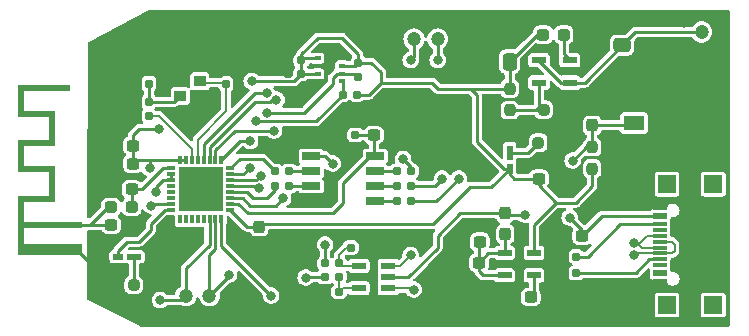
<source format=gtl>
%TF.GenerationSoftware,KiCad,Pcbnew,7.0.9*%
%TF.CreationDate,2024-06-27T19:07:32+02:00*%
%TF.ProjectId,esp32_c3_custom_board,65737033-325f-4633-935f-637573746f6d,rev?*%
%TF.SameCoordinates,Original*%
%TF.FileFunction,Copper,L1,Top*%
%TF.FilePolarity,Positive*%
%FSLAX46Y46*%
G04 Gerber Fmt 4.6, Leading zero omitted, Abs format (unit mm)*
G04 Created by KiCad (PCBNEW 7.0.9) date 2024-06-27 19:07:32*
%MOMM*%
%LPD*%
G01*
G04 APERTURE LIST*
G04 Aperture macros list*
%AMRoundRect*
0 Rectangle with rounded corners*
0 $1 Rounding radius*
0 $2 $3 $4 $5 $6 $7 $8 $9 X,Y pos of 4 corners*
0 Add a 4 corners polygon primitive as box body*
4,1,4,$2,$3,$4,$5,$6,$7,$8,$9,$2,$3,0*
0 Add four circle primitives for the rounded corners*
1,1,$1+$1,$2,$3*
1,1,$1+$1,$4,$5*
1,1,$1+$1,$6,$7*
1,1,$1+$1,$8,$9*
0 Add four rect primitives between the rounded corners*
20,1,$1+$1,$2,$3,$4,$5,0*
20,1,$1+$1,$4,$5,$6,$7,0*
20,1,$1+$1,$6,$7,$8,$9,0*
20,1,$1+$1,$8,$9,$2,$3,0*%
G04 Aperture macros list end*
%TA.AperFunction,SMDPad,CuDef*%
%ADD10RoundRect,0.160000X-0.160000X0.197500X-0.160000X-0.197500X0.160000X-0.197500X0.160000X0.197500X0*%
%TD*%
%TA.AperFunction,SMDPad,CuDef*%
%ADD11RoundRect,0.237500X-0.300000X-0.237500X0.300000X-0.237500X0.300000X0.237500X-0.300000X0.237500X0*%
%TD*%
%TA.AperFunction,SMDPad,CuDef*%
%ADD12RoundRect,0.155000X-0.155000X0.212500X-0.155000X-0.212500X0.155000X-0.212500X0.155000X0.212500X0*%
%TD*%
%TA.AperFunction,SMDPad,CuDef*%
%ADD13RoundRect,0.160000X0.197500X0.160000X-0.197500X0.160000X-0.197500X-0.160000X0.197500X-0.160000X0*%
%TD*%
%TA.AperFunction,SMDPad,CuDef*%
%ADD14R,1.300000X0.500000*%
%TD*%
%TA.AperFunction,SMDPad,CuDef*%
%ADD15R,0.870000X0.500000*%
%TD*%
%TA.AperFunction,SMDPad,CuDef*%
%ADD16R,1.000000X0.900000*%
%TD*%
%TA.AperFunction,SMDPad,CuDef*%
%ADD17RoundRect,0.237500X-0.237500X0.287500X-0.237500X-0.287500X0.237500X-0.287500X0.237500X0.287500X0*%
%TD*%
%TA.AperFunction,SMDPad,CuDef*%
%ADD18RoundRect,0.250000X0.337500X0.475000X-0.337500X0.475000X-0.337500X-0.475000X0.337500X-0.475000X0*%
%TD*%
%TA.AperFunction,SMDPad,CuDef*%
%ADD19RoundRect,0.155000X0.212500X0.155000X-0.212500X0.155000X-0.212500X-0.155000X0.212500X-0.155000X0*%
%TD*%
%TA.AperFunction,SMDPad,CuDef*%
%ADD20RoundRect,0.237500X0.237500X-0.250000X0.237500X0.250000X-0.237500X0.250000X-0.237500X-0.250000X0*%
%TD*%
%TA.AperFunction,SMDPad,CuDef*%
%ADD21RoundRect,0.237500X0.250000X0.237500X-0.250000X0.237500X-0.250000X-0.237500X0.250000X-0.237500X0*%
%TD*%
%TA.AperFunction,SMDPad,CuDef*%
%ADD22RoundRect,0.155000X-0.212500X-0.155000X0.212500X-0.155000X0.212500X0.155000X-0.212500X0.155000X0*%
%TD*%
%TA.AperFunction,ComponentPad*%
%ADD23C,1.200000*%
%TD*%
%TA.AperFunction,SMDPad,CuDef*%
%ADD24RoundRect,0.160000X0.160000X-0.197500X0.160000X0.197500X-0.160000X0.197500X-0.160000X-0.197500X0*%
%TD*%
%TA.AperFunction,SMDPad,CuDef*%
%ADD25R,1.150000X0.600000*%
%TD*%
%TA.AperFunction,SMDPad,CuDef*%
%ADD26R,1.150000X0.300000*%
%TD*%
%TA.AperFunction,SMDPad,CuDef*%
%ADD27R,1.500000X1.500000*%
%TD*%
%TA.AperFunction,SMDPad,CuDef*%
%ADD28R,0.500000X0.350000*%
%TD*%
%TA.AperFunction,SMDPad,CuDef*%
%ADD29R,1.525000X0.650000*%
%TD*%
%TA.AperFunction,SMDPad,CuDef*%
%ADD30R,1.200000X0.600000*%
%TD*%
%TA.AperFunction,SMDPad,CuDef*%
%ADD31RoundRect,0.237500X0.300000X0.237500X-0.300000X0.237500X-0.300000X-0.237500X0.300000X-0.237500X0*%
%TD*%
%TA.AperFunction,SMDPad,CuDef*%
%ADD32RoundRect,0.160000X-0.197500X-0.160000X0.197500X-0.160000X0.197500X0.160000X-0.197500X0.160000X0*%
%TD*%
%TA.AperFunction,SMDPad,CuDef*%
%ADD33R,1.750000X1.200000*%
%TD*%
%TA.AperFunction,ConnectorPad*%
%ADD34R,0.500000X0.500000*%
%TD*%
%TA.AperFunction,ComponentPad*%
%ADD35R,0.500000X0.900000*%
%TD*%
%TA.AperFunction,SMDPad,CuDef*%
%ADD36RoundRect,0.250000X-0.475000X0.337500X-0.475000X-0.337500X0.475000X-0.337500X0.475000X0.337500X0*%
%TD*%
%TA.AperFunction,SMDPad,CuDef*%
%ADD37RoundRect,0.155000X0.155000X-0.212500X0.155000X0.212500X-0.155000X0.212500X-0.155000X-0.212500X0*%
%TD*%
%TA.AperFunction,SMDPad,CuDef*%
%ADD38RoundRect,0.237500X-0.250000X-0.237500X0.250000X-0.237500X0.250000X0.237500X-0.250000X0.237500X0*%
%TD*%
%TA.AperFunction,SMDPad,CuDef*%
%ADD39R,0.800000X0.300000*%
%TD*%
%TA.AperFunction,SMDPad,CuDef*%
%ADD40R,0.300000X0.800000*%
%TD*%
%TA.AperFunction,SMDPad,CuDef*%
%ADD41R,3.750000X3.750000*%
%TD*%
%TA.AperFunction,SMDPad,CuDef*%
%ADD42RoundRect,0.237500X-0.237500X0.300000X-0.237500X-0.300000X0.237500X-0.300000X0.237500X0.300000X0*%
%TD*%
%TA.AperFunction,SMDPad,CuDef*%
%ADD43RoundRect,0.237500X-0.287500X-0.237500X0.287500X-0.237500X0.287500X0.237500X-0.287500X0.237500X0*%
%TD*%
%TA.AperFunction,SMDPad,CuDef*%
%ADD44R,0.500000X1.300000*%
%TD*%
%TA.AperFunction,SMDPad,CuDef*%
%ADD45R,0.500000X0.870000*%
%TD*%
%TA.AperFunction,SMDPad,CuDef*%
%ADD46RoundRect,0.237500X0.237500X-0.300000X0.237500X0.300000X-0.237500X0.300000X-0.237500X-0.300000X0*%
%TD*%
%TA.AperFunction,ViaPad*%
%ADD47C,0.800000*%
%TD*%
%TA.AperFunction,Conductor*%
%ADD48C,0.250000*%
%TD*%
%TA.AperFunction,Conductor*%
%ADD49C,0.200000*%
%TD*%
G04 APERTURE END LIST*
%TA.AperFunction,EtchedComponent*%
%TO.C,MonoAnt1*%
G36*
X117739000Y-130360000D02*
G01*
X113799000Y-130360000D01*
X113799000Y-132060000D01*
X116439000Y-132060000D01*
X116439000Y-135060000D01*
X113799000Y-135060000D01*
X113799000Y-136760000D01*
X116439000Y-136760000D01*
X116439000Y-139760000D01*
X113799000Y-139760000D01*
X113799000Y-141460000D01*
X118699000Y-141460000D01*
X118699000Y-141960000D01*
X113799000Y-141960000D01*
X113799000Y-143360000D01*
X118699000Y-143360000D01*
X118699000Y-144260000D01*
X118455785Y-144260000D01*
X113299000Y-144260000D01*
X113299000Y-143817267D01*
X118301018Y-143817267D01*
X118308908Y-143865353D01*
X118325814Y-143898245D01*
X118362584Y-143933185D01*
X118407378Y-143952847D01*
X118455785Y-143957583D01*
X118503395Y-143947742D01*
X118545797Y-143923674D01*
X118578581Y-143885731D01*
X118582935Y-143877819D01*
X118595043Y-143835156D01*
X118594300Y-143786637D01*
X118581400Y-143741122D01*
X118570787Y-143722511D01*
X118535553Y-143688868D01*
X118490368Y-143668309D01*
X118440842Y-143661778D01*
X118392583Y-143670218D01*
X118360357Y-143687112D01*
X118327687Y-143722372D01*
X118307592Y-143767682D01*
X118301018Y-143817267D01*
X113299000Y-143817267D01*
X113299000Y-139260000D01*
X115939000Y-139260000D01*
X115939000Y-137260000D01*
X113299000Y-137260000D01*
X113299000Y-134560000D01*
X115939000Y-134560000D01*
X115939000Y-132560000D01*
X113299000Y-132560000D01*
X113299000Y-129860000D01*
X117739000Y-129860000D01*
X117739000Y-130360000D01*
G37*
%TD.AperFunction*%
%TD*%
D10*
%TO.P,R14,1*%
%TO.N,+3.3V*%
X142131000Y-127979000D03*
%TO.P,R14,2*%
%TO.N,/SDA*%
X142131000Y-129174000D03*
%TD*%
D11*
%TO.P,C12,1*%
%TO.N,/VDD_SPI*%
X143436000Y-134112000D03*
%TO.P,C12,2*%
%TO.N,GND*%
X145161000Y-134112000D03*
%TD*%
D12*
%TO.P,C2,1*%
%TO.N,GND*%
X124397000Y-128637000D03*
%TO.P,C2,2*%
%TO.N,Net-(Y1-CRYSTAL_1)*%
X124397000Y-129772000D03*
%TD*%
D13*
%TO.P,R5,1*%
%TO.N,Net-(IC1-SPID)*%
X146610000Y-139700000D03*
%TO.P,R5,2*%
%TO.N,/SPI_D*%
X145415000Y-139700000D03*
%TD*%
D14*
%TO.P,D2,1,K*%
%TO.N,Net-(D2-K)*%
X123108000Y-144399000D03*
D15*
%TO.P,D2,2,A*%
%TO.N,/GPIO3*%
X121793000Y-144399000D03*
%TD*%
D13*
%TO.P,R4,1*%
%TO.N,Net-(IC1-SPICLK)*%
X146610000Y-138430000D03*
%TO.P,R4,2*%
%TO.N,/SPI_CLK*%
X145415000Y-138430000D03*
%TD*%
D16*
%TO.P,Y1,1,CRYSTAL_1*%
%TO.N,Net-(Y1-CRYSTAL_1)*%
X127064000Y-130788000D03*
%TO.P,Y1,2,GND_1*%
%TO.N,GND*%
X128714000Y-130788000D03*
%TO.P,Y1,3,CRYSTAL_2*%
%TO.N,/XTAL_N*%
X128714000Y-129562000D03*
%TO.P,Y1,4,GND_2*%
%TO.N,GND*%
X127064000Y-129562000D03*
%TD*%
D17*
%TO.P,L2,1,1*%
%TO.N,VBUS*%
X154559000Y-140744000D03*
%TO.P,L2,2,2*%
%TO.N,/VBUS_Filt*%
X154559000Y-142494000D03*
%TD*%
D18*
%TO.P,C18,1*%
%TO.N,+3.3V*%
X154940000Y-127889000D03*
%TO.P,C18,2*%
%TO.N,GND*%
X152865000Y-127889000D03*
%TD*%
D19*
%TO.P,C16,1*%
%TO.N,+3.3V*%
X137305000Y-128920000D03*
%TO.P,C16,2*%
%TO.N,GND*%
X136170000Y-128920000D03*
%TD*%
D20*
%TO.P,R12,1*%
%TO.N,+3.3V*%
X161925000Y-136953000D03*
%TO.P,R12,2*%
%TO.N,Net-(IC1-CHIP_EN)*%
X161925000Y-135128000D03*
%TD*%
D13*
%TO.P,R9,1*%
%TO.N,/USB_CC_1*%
X160580000Y-145796000D03*
%TO.P,R9,2*%
%TO.N,GND*%
X159385000Y-145796000D03*
%TD*%
D21*
%TO.P,R11,1*%
%TO.N,GND*%
X159178000Y-134747000D03*
%TO.P,R11,2*%
%TO.N,Net-(D1-K)*%
X157353000Y-134747000D03*
%TD*%
D13*
%TO.P,R15,1*%
%TO.N,+3.3V*%
X141986000Y-130683000D03*
%TO.P,R15,2*%
%TO.N,/SCL*%
X140791000Y-130683000D03*
%TD*%
%TO.P,R1,1*%
%TO.N,Net-(IC1-SPIHD)*%
X146610000Y-137160000D03*
%TO.P,R1,2*%
%TO.N,/SPI_HD*%
X145415000Y-137160000D03*
%TD*%
D22*
%TO.P,C13,1*%
%TO.N,GND*%
X140724000Y-134112000D03*
%TO.P,C13,2*%
%TO.N,/VDD_SPI*%
X141859000Y-134112000D03*
%TD*%
D23*
%TO.P,I2C1,1,V+*%
%TO.N,/SDA*%
X129524000Y-147701000D03*
%TO.P,I2C1,2,V-*%
%TO.N,/SCL*%
X127524000Y-147701000D03*
%TD*%
D24*
%TO.P,R6,1*%
%TO.N,/XTAL_P*%
X124397000Y-132491000D03*
%TO.P,R6,2*%
%TO.N,Net-(Y1-CRYSTAL_1)*%
X124397000Y-131296000D03*
%TD*%
D11*
%TO.P,C7,1*%
%TO.N,+3.3V*%
X157406000Y-137795000D03*
%TO.P,C7,2*%
%TO.N,GND*%
X159131000Y-137795000D03*
%TD*%
D25*
%TO.P,J1,A1,GND_1*%
%TO.N,GND*%
X167679000Y-146583000D03*
%TO.P,J1,A4,VBUS_1*%
%TO.N,VBUS*%
X167679000Y-145783000D03*
D26*
%TO.P,J1,A5,CC1*%
%TO.N,/USB_CC_1*%
X167679000Y-144633000D03*
%TO.P,J1,A6,DP1*%
%TO.N,/USB_DP_1*%
X167679000Y-143633000D03*
%TO.P,J1,A7,DN1*%
%TO.N,/USB_DN_1*%
X167679000Y-143133000D03*
%TO.P,J1,A8,SBU1*%
%TO.N,unconnected-(J1-SBU1-PadA8)*%
X167679000Y-142133000D03*
D25*
%TO.P,J1,A9,VBUS_2*%
%TO.N,VBUS*%
X167679000Y-140983000D03*
%TO.P,J1,A12,GND_2*%
%TO.N,GND*%
X167679000Y-140183000D03*
D26*
%TO.P,J1,B5,CC2*%
%TO.N,/USB_CC_2*%
X167679000Y-141633000D03*
%TO.P,J1,B6,DP2*%
%TO.N,/USB_DP_1*%
X167679000Y-142633000D03*
%TO.P,J1,B7,DN2*%
%TO.N,/USB_DN_1*%
X167679000Y-144133000D03*
%TO.P,J1,B8,SBU2*%
%TO.N,unconnected-(J1-SBU2-PadB8)*%
X167679000Y-145133000D03*
D27*
%TO.P,J1,MP1,MP1*%
%TO.N,unconnected-(J1-PadMP1)*%
X168254000Y-148503000D03*
%TO.P,J1,MP2,MP2*%
%TO.N,unconnected-(J1-PadMP2)*%
X168254000Y-138263000D03*
%TO.P,J1,MP3,MP3*%
%TO.N,unconnected-(J1-PadMP3)*%
X172184000Y-148503000D03*
%TO.P,J1,MP4,MP4*%
%TO.N,unconnected-(J1-PadMP4)*%
X172184000Y-138263000D03*
%TD*%
D23*
%TO.P,UART1,1,V+*%
%TO.N,/UART_RX*%
X146844000Y-125984000D03*
%TO.P,UART1,2,V-*%
%TO.N,/UART_TX*%
X148844000Y-125984000D03*
%TD*%
D28*
%TO.P,HM1,1,GND_1*%
%TO.N,GND*%
X140734000Y-127620000D03*
%TO.P,HM1,2,CSB*%
%TO.N,+3.3V*%
X140734000Y-128270000D03*
%TO.P,HM1,3,SDI*%
%TO.N,/SDA*%
X140734000Y-128920000D03*
%TO.P,HM1,4,SCK*%
%TO.N,/SCL*%
X140734000Y-129570000D03*
%TO.P,HM1,5,SDO*%
%TO.N,GND*%
X138684000Y-129570000D03*
%TO.P,HM1,6,VDDIO*%
%TO.N,+3.3V*%
X138684000Y-128920000D03*
%TO.P,HM1,7,GND_2*%
%TO.N,GND*%
X138684000Y-128270000D03*
%TO.P,HM1,8,VDD*%
%TO.N,+3.3V*%
X138684000Y-127620000D03*
%TD*%
D29*
%TO.P,Flash1,1,CS#*%
%TO.N,/SPI_CS*%
X138131000Y-135890000D03*
%TO.P,Flash1,2,SO_(IO1)*%
%TO.N,/SPI_Q*%
X138131000Y-137160000D03*
%TO.P,Flash1,3,WP#_(IO2)*%
%TO.N,/SPI_WP*%
X138131000Y-138430000D03*
%TO.P,Flash1,4,VSS*%
%TO.N,GND*%
X138131000Y-139700000D03*
%TO.P,Flash1,5,SI_(IO0)*%
%TO.N,/SPI_D*%
X143555000Y-139700000D03*
%TO.P,Flash1,6,SCLK*%
%TO.N,/SPI_CLK*%
X143555000Y-138430000D03*
%TO.P,Flash1,7,HOLD#_(IO3)*%
%TO.N,/SPI_HD*%
X143555000Y-137160000D03*
%TO.P,Flash1,8,VCC*%
%TO.N,/VDD_SPI*%
X143555000Y-135890000D03*
%TD*%
D30*
%TO.P,ESD1,1,I/O1*%
%TO.N,/USB_DP*%
X142173000Y-145166000D03*
%TO.P,ESD1,2,GND*%
%TO.N,GND*%
X142173000Y-146116000D03*
%TO.P,ESD1,3,I/O2*%
%TO.N,/USB_DN*%
X142173000Y-147066000D03*
%TO.P,ESD1,4,I/O2*%
%TO.N,/USB_DN_1*%
X144673000Y-147066000D03*
%TO.P,ESD1,5,VBUS*%
%TO.N,VBUS*%
X144673000Y-146116000D03*
%TO.P,ESD1,6,I/O1*%
%TO.N,/USB_DP_1*%
X144673000Y-145166000D03*
%TD*%
D31*
%TO.P,C10,1*%
%TO.N,VBUS*%
X161088000Y-142621000D03*
%TO.P,C10,2*%
%TO.N,GND*%
X159363000Y-142621000D03*
%TD*%
D32*
%TO.P,R2,1*%
%TO.N,Net-(IC1-SPIQ)*%
X135076000Y-137160000D03*
%TO.P,R2,2*%
%TO.N,/SPI_Q*%
X136271000Y-137160000D03*
%TD*%
D25*
%TO.P,USB-Vpp1,1,IN*%
%TO.N,/VBUS_Filt*%
X154504000Y-144084000D03*
%TO.P,USB-Vpp1,2,GND*%
%TO.N,GND*%
X154504000Y-145034000D03*
%TO.P,USB-Vpp1,3,EN*%
%TO.N,/VBUS_Filt*%
X154504000Y-145984000D03*
%TO.P,USB-Vpp1,4,BP*%
%TO.N,Net-(USB-Vpp1-BP)*%
X157004000Y-145984000D03*
%TO.P,USB-Vpp1,5,OUT*%
%TO.N,+3.3V*%
X157004000Y-144084000D03*
%TD*%
D33*
%TO.P,S1,1,COM*%
%TO.N,Net-(IC1-CHIP_EN)*%
X165481000Y-133096000D03*
%TO.P,S1,2,NO*%
%TO.N,GND*%
X171731000Y-133096000D03*
%TD*%
D31*
%TO.P,C21,1*%
%TO.N,+3.3V*%
X123063000Y-136525000D03*
%TO.P,C21,2*%
%TO.N,GND*%
X121338000Y-136525000D03*
%TD*%
D34*
%TO.P,MonoAnt1,1,Feed*%
%TO.N,Net-(MonoAnt1-Feed)*%
X118449000Y-141710000D03*
D35*
%TO.P,MonoAnt1,2,Gnd*%
%TO.N,GND*%
X118449000Y-143810000D03*
%TD*%
D31*
%TO.P,C11,1*%
%TO.N,/VBUS_Filt*%
X152400000Y-143129000D03*
%TO.P,C11,2*%
%TO.N,GND*%
X150675000Y-143129000D03*
%TD*%
D22*
%TO.P,C6,1*%
%TO.N,/USB_DP*%
X141478000Y-143637000D03*
%TO.P,C6,2*%
%TO.N,GND*%
X142613000Y-143637000D03*
%TD*%
D20*
%TO.P,R16,1*%
%TO.N,Net-(EX-Vpp1-FB)*%
X154940000Y-132000000D03*
%TO.P,R16,2*%
%TO.N,+3.3V*%
X154940000Y-130175000D03*
%TD*%
D23*
%TO.P,VppExt1,1,V+*%
%TO.N,Net-(EX-Vpp1-EN)*%
X171196000Y-125381000D03*
%TO.P,VppExt1,2,V-*%
%TO.N,GND*%
X171196000Y-127381000D03*
%TD*%
D32*
%TO.P,R8,1*%
%TO.N,Net-(IC1-GPIO18)*%
X139287000Y-146116000D03*
%TO.P,R8,2*%
%TO.N,/USB_DN*%
X140482000Y-146116000D03*
%TD*%
D36*
%TO.P,C17,1*%
%TO.N,Net-(EX-Vpp1-EN)*%
X164465000Y-126492000D03*
%TO.P,C17,2*%
%TO.N,GND*%
X164465000Y-128567000D03*
%TD*%
D37*
%TO.P,C1,1*%
%TO.N,/XTAL_N*%
X130937000Y-129786000D03*
%TO.P,C1,2*%
%TO.N,GND*%
X130937000Y-128651000D03*
%TD*%
D31*
%TO.P,C8,1*%
%TO.N,Net-(USB-Vpp1-BP)*%
X156717000Y-147828000D03*
%TO.P,C8,2*%
%TO.N,GND*%
X154992000Y-147828000D03*
%TD*%
D38*
%TO.P,R17,1*%
%TO.N,Net-(EX-Vpp1-FB)*%
X157814000Y-131953000D03*
%TO.P,R17,2*%
%TO.N,GND*%
X159639000Y-131953000D03*
%TD*%
D11*
%TO.P,C4,1*%
%TO.N,Net-(MonoAnt1-Feed)*%
X121211000Y-141732000D03*
%TO.P,C4,2*%
%TO.N,GND*%
X122936000Y-141732000D03*
%TD*%
D39*
%TO.P,IC1,1,LNA_IN*%
%TO.N,/LNA_IN*%
X126278000Y-136934000D03*
%TO.P,IC1,2,VDD3P3_1*%
%TO.N,+3.3V*%
X126278000Y-137434000D03*
%TO.P,IC1,3,VDD3P3_2*%
X126278000Y-137934000D03*
%TO.P,IC1,4,XTAL_32K_P*%
%TO.N,unconnected-(IC1-XTAL_32K_P-Pad4)*%
X126278000Y-138434000D03*
%TO.P,IC1,5,XTAL_32K_N*%
%TO.N,unconnected-(IC1-XTAL_32K_N-Pad5)*%
X126278000Y-138934000D03*
%TO.P,IC1,6,GPIO2*%
%TO.N,/GPIO2*%
X126278000Y-139434000D03*
%TO.P,IC1,7,CHIP_EN*%
%TO.N,Net-(IC1-CHIP_EN)*%
X126278000Y-139934000D03*
%TO.P,IC1,8,GPIO3*%
%TO.N,/GPIO3*%
X126278000Y-140434000D03*
D40*
%TO.P,IC1,9,MTMS*%
%TO.N,unconnected-(IC1-MTMS-Pad9)*%
X127028000Y-141184000D03*
%TO.P,IC1,10,MTDI*%
%TO.N,unconnected-(IC1-MTDI-Pad10)*%
X127528000Y-141184000D03*
%TO.P,IC1,11,VDD3P3_RTC*%
%TO.N,unconnected-(IC1-VDD3P3_RTC-Pad11)*%
X128028000Y-141184000D03*
%TO.P,IC1,12,MTCK*%
%TO.N,unconnected-(IC1-MTCK-Pad12)*%
X128528000Y-141184000D03*
%TO.P,IC1,13,MTDO*%
%TO.N,unconnected-(IC1-MTDO-Pad13)*%
X129028000Y-141184000D03*
%TO.P,IC1,14,GPIO8*%
%TO.N,/SCL*%
X129528000Y-141184000D03*
%TO.P,IC1,15,GPIO9*%
%TO.N,/SDA*%
X130028000Y-141184000D03*
%TO.P,IC1,16,GPIO10*%
%TO.N,/GPIO10*%
X130528000Y-141184000D03*
D39*
%TO.P,IC1,17,VDD3P3_CPU*%
%TO.N,+3.3V*%
X131278000Y-140434000D03*
%TO.P,IC1,18,VDD_SPI*%
%TO.N,/VDD_SPI*%
X131278000Y-139934000D03*
%TO.P,IC1,19,SPIHD*%
%TO.N,Net-(IC1-SPIHD)*%
X131278000Y-139434000D03*
%TO.P,IC1,20,SPIWP*%
%TO.N,Net-(IC1-SPIWP)*%
X131278000Y-138934000D03*
%TO.P,IC1,21,SPICS0*%
%TO.N,/SPI_CS*%
X131278000Y-138434000D03*
%TO.P,IC1,22,SPICLK*%
%TO.N,Net-(IC1-SPICLK)*%
X131278000Y-137934000D03*
%TO.P,IC1,23,SPID*%
%TO.N,Net-(IC1-SPID)*%
X131278000Y-137434000D03*
%TO.P,IC1,24,SPIQ*%
%TO.N,Net-(IC1-SPIQ)*%
X131278000Y-136934000D03*
D40*
%TO.P,IC1,25,GPIO18*%
%TO.N,Net-(IC1-GPIO18)*%
X130528000Y-136184000D03*
%TO.P,IC1,26,GPIO19*%
%TO.N,Net-(IC1-GPIO19)*%
X130028000Y-136184000D03*
%TO.P,IC1,27,U0RXD*%
%TO.N,/UART_RX*%
X129528000Y-136184000D03*
%TO.P,IC1,28,U0TXD*%
%TO.N,/UART_TX*%
X129028000Y-136184000D03*
%TO.P,IC1,29,XTAL_N*%
%TO.N,/XTAL_N*%
X128528000Y-136184000D03*
%TO.P,IC1,30,XTAL_P*%
%TO.N,/XTAL_P*%
X128028000Y-136184000D03*
%TO.P,IC1,31,VDDA_1*%
%TO.N,+3.3V*%
X127528000Y-136184000D03*
%TO.P,IC1,32,VDDA_2*%
X127028000Y-136184000D03*
D41*
%TO.P,IC1,33,GND*%
%TO.N,GND*%
X128778000Y-138684000D03*
%TD*%
D42*
%TO.P,C19,1*%
%TO.N,+3.3V*%
X133731000Y-141859000D03*
%TO.P,C19,2*%
%TO.N,GND*%
X133731000Y-143584000D03*
%TD*%
D38*
%TO.P,R13,1*%
%TO.N,GND*%
X121283000Y-146812000D03*
%TO.P,R13,2*%
%TO.N,Net-(D2-K)*%
X123108000Y-146812000D03*
%TD*%
D30*
%TO.P,EX-Vpp1,1,EN*%
%TO.N,Net-(EX-Vpp1-EN)*%
X160020000Y-129667000D03*
%TO.P,EX-Vpp1,2,GND*%
%TO.N,GND*%
X160020000Y-128717000D03*
%TO.P,EX-Vpp1,3,LX*%
%TO.N,Net-(EX-Vpp1-LX)*%
X160020000Y-127767000D03*
%TO.P,EX-Vpp1,4,IN*%
%TO.N,Net-(EX-Vpp1-EN)*%
X157420000Y-127767000D03*
%TO.P,EX-Vpp1,5,FB*%
%TO.N,Net-(EX-Vpp1-FB)*%
X157420000Y-129667000D03*
%TD*%
D19*
%TO.P,C15,1*%
%TO.N,+3.3V*%
X137305000Y-127777000D03*
%TO.P,C15,2*%
%TO.N,GND*%
X136170000Y-127777000D03*
%TD*%
%TO.P,C5,1*%
%TO.N,/USB_DN*%
X140482000Y-147386000D03*
%TO.P,C5,2*%
%TO.N,GND*%
X139347000Y-147386000D03*
%TD*%
D32*
%TO.P,R3,1*%
%TO.N,Net-(IC1-SPIWP)*%
X135076000Y-138430000D03*
%TO.P,R3,2*%
%TO.N,/SPI_WP*%
X136271000Y-138430000D03*
%TD*%
D43*
%TO.P,L3,1,1*%
%TO.N,+3.3V*%
X157762000Y-125603000D03*
%TO.P,L3,2,2*%
%TO.N,Net-(EX-Vpp1-LX)*%
X159512000Y-125603000D03*
%TD*%
D44*
%TO.P,D1,1,K*%
%TO.N,Net-(D1-K)*%
X154940000Y-135636000D03*
D45*
%TO.P,D1,2,A*%
%TO.N,+3.3V*%
X154940000Y-136951000D03*
%TD*%
D46*
%TO.P,C14,1*%
%TO.N,Net-(IC1-CHIP_EN)*%
X161925000Y-133297000D03*
%TO.P,C14,2*%
%TO.N,GND*%
X161925000Y-131572000D03*
%TD*%
D31*
%TO.P,C20,1*%
%TO.N,+3.3V*%
X123063000Y-135001000D03*
%TO.P,C20,2*%
%TO.N,GND*%
X121338000Y-135001000D03*
%TD*%
D43*
%TO.P,L1,1,1*%
%TO.N,Net-(MonoAnt1-Feed)*%
X121186000Y-140208000D03*
%TO.P,L1,2,2*%
%TO.N,/LNA_IN*%
X122936000Y-140208000D03*
%TD*%
D32*
%TO.P,R7,1*%
%TO.N,Net-(IC1-GPIO19)*%
X139287000Y-144973000D03*
%TO.P,R7,2*%
%TO.N,/USB_DP*%
X140482000Y-144973000D03*
%TD*%
%TO.P,R10,1*%
%TO.N,GND*%
X159385000Y-144399000D03*
%TO.P,R10,2*%
%TO.N,/USB_CC_2*%
X160580000Y-144399000D03*
%TD*%
D31*
%TO.P,C3,1*%
%TO.N,/LNA_IN*%
X122936000Y-138684000D03*
%TO.P,C3,2*%
%TO.N,GND*%
X121211000Y-138684000D03*
%TD*%
%TO.P,C9,1*%
%TO.N,/VBUS_Filt*%
X152347000Y-144907000D03*
%TO.P,C9,2*%
%TO.N,GND*%
X150622000Y-144907000D03*
%TD*%
D47*
%TO.N,GND*%
X153416000Y-133477000D03*
X154559000Y-125603000D03*
X128524000Y-143002000D03*
X151130000Y-148082000D03*
X127635000Y-125222000D03*
X143510000Y-142621000D03*
X124460000Y-146685000D03*
X169672000Y-124587000D03*
X151511000Y-125603000D03*
X169672000Y-126238000D03*
X137287000Y-144272000D03*
X161163000Y-148082000D03*
X167005000Y-126365000D03*
X145034000Y-128778000D03*
X161417000Y-128143000D03*
X164465000Y-146685000D03*
X156337000Y-133477000D03*
X147828000Y-128778000D03*
X126619000Y-145288000D03*
X149479000Y-134747000D03*
X151003000Y-136271000D03*
X158369000Y-146431000D03*
X151384000Y-146431000D03*
X119761000Y-146431000D03*
X140843000Y-142621000D03*
X128778000Y-139700000D03*
X150622000Y-131953000D03*
X152781000Y-137287000D03*
X147701000Y-142494000D03*
X137795000Y-130302000D03*
X159131000Y-133350000D03*
X125603000Y-142748000D03*
X152400000Y-126492000D03*
X158115000Y-133350000D03*
X147955000Y-147955000D03*
X122936000Y-126492000D03*
X166497000Y-124460000D03*
X129921000Y-138684000D03*
X128778000Y-138684000D03*
X132207000Y-142494000D03*
X135509000Y-142621000D03*
X153035000Y-141732000D03*
X139573000Y-128270000D03*
X154940000Y-133477000D03*
X125095000Y-124206000D03*
X151892000Y-141732000D03*
X162814000Y-127000000D03*
X127762000Y-137668000D03*
X128651000Y-131953000D03*
X141859000Y-125476000D03*
X120015000Y-134874000D03*
X127762000Y-138684000D03*
X149479000Y-129159000D03*
X127889000Y-133858000D03*
X129921000Y-137668000D03*
X158369000Y-148082000D03*
X129921000Y-139700000D03*
X156210000Y-130937000D03*
X146050000Y-142748000D03*
X153416000Y-129286000D03*
X136525000Y-131191000D03*
X128778000Y-137668000D03*
X162052000Y-130175000D03*
X144272000Y-132969000D03*
X144272000Y-126111000D03*
X147701000Y-130810000D03*
X163576000Y-147574000D03*
X121920000Y-133604000D03*
X120142000Y-137541000D03*
X163068000Y-129159000D03*
X127762000Y-139700000D03*
X153035000Y-124079000D03*
X144145000Y-131064000D03*
X147828000Y-146304000D03*
X141351000Y-132842000D03*
X121920000Y-130302000D03*
X125222000Y-127508000D03*
X137160000Y-125857000D03*
%TO.N,+3.3V*%
X125222000Y-133604000D03*
X124460000Y-136906000D03*
X133096000Y-129540000D03*
X124968000Y-138938000D03*
%TO.N,/SDA*%
X134366000Y-132207000D03*
X131191000Y-145923000D03*
%TO.N,/SCL*%
X133477000Y-132931500D03*
X125349000Y-148082000D03*
%TO.N,Net-(IC1-CHIP_EN)*%
X124587000Y-140081000D03*
X160274000Y-136271000D03*
%TO.N,VBUS*%
X156210000Y-140843000D03*
X160020000Y-141097000D03*
%TO.N,/GPIO10*%
X134747000Y-147701000D03*
%TO.N,/SPI_CS*%
X139954000Y-136525000D03*
X133709945Y-138621455D03*
%TO.N,/UART_RX*%
X135197636Y-131110424D03*
X146558000Y-127762000D03*
%TO.N,Net-(IC1-SPIHD)*%
X135763000Y-139446000D03*
X145923000Y-136144000D03*
%TO.N,/UART_TX*%
X148844000Y-127762000D03*
X134366000Y-130556000D03*
%TO.N,Net-(IC1-SPICLK)*%
X149225000Y-137795000D03*
X133854148Y-137561091D03*
%TO.N,Net-(IC1-SPID)*%
X132969000Y-136868500D03*
X150622000Y-137795000D03*
%TO.N,Net-(IC1-GPIO18)*%
X132969000Y-134620000D03*
X137668000Y-146177000D03*
%TO.N,Net-(IC1-GPIO19)*%
X139319000Y-143383000D03*
X135001000Y-133731000D03*
%TO.N,/USB_DP_1*%
X146558000Y-144272000D03*
X165481000Y-143256000D03*
%TO.N,/USB_DN_1*%
X165467622Y-144258622D03*
X146812000Y-147193000D03*
%TD*%
D48*
%TO.N,GND*%
X118449000Y-143978000D02*
X121283000Y-146812000D01*
X118449000Y-143810000D02*
X118449000Y-143978000D01*
%TO.N,+3.3V*%
X133731000Y-141859000D02*
X132703000Y-141859000D01*
X157226000Y-125603000D02*
X154940000Y-127889000D01*
X142131000Y-127272000D02*
X140716000Y-125857000D01*
X137462000Y-127620000D02*
X137305000Y-127777000D01*
X123063000Y-136525000D02*
X123404000Y-136184000D01*
X143002000Y-130683000D02*
X144018000Y-129667000D01*
X133096000Y-129540000D02*
X133111000Y-129555000D01*
X140716000Y-125857000D02*
X138684000Y-125857000D01*
X138684000Y-128920000D02*
X137305000Y-128920000D01*
X157004000Y-141700000D02*
X157004000Y-144084000D01*
X151548000Y-138520000D02*
X148463000Y-141605000D01*
X124460000Y-136184000D02*
X127028000Y-136184000D01*
X123571000Y-133604000D02*
X123063000Y-134112000D01*
X137305000Y-127236000D02*
X137305000Y-127777000D01*
X124968000Y-138544000D02*
X124968000Y-138938000D01*
X148336000Y-129667000D02*
X148844000Y-130175000D01*
X132703000Y-141859000D02*
X131278000Y-140434000D01*
X123063000Y-135001000D02*
X123063000Y-136525000D01*
X158877000Y-139827000D02*
X160528000Y-139827000D01*
X154940000Y-136951000D02*
X154940000Y-137414000D01*
X138684000Y-125857000D02*
X137305000Y-127236000D01*
X160528000Y-139827000D02*
X161925000Y-138430000D01*
X148463000Y-141605000D02*
X133985000Y-141605000D01*
X157406000Y-137795000D02*
X157406000Y-138356000D01*
X157762000Y-125603000D02*
X157226000Y-125603000D01*
X127028000Y-136184000D02*
X127528000Y-136184000D01*
X151638000Y-130175000D02*
X152146000Y-130683000D01*
X161925000Y-138430000D02*
X161925000Y-136953000D01*
X154940000Y-127889000D02*
X154940000Y-130175000D01*
X141840000Y-128270000D02*
X142131000Y-127979000D01*
X136670000Y-129555000D02*
X137305000Y-128920000D01*
X140734000Y-128270000D02*
X141840000Y-128270000D01*
X151638000Y-130175000D02*
X154940000Y-130175000D01*
X144018000Y-129667000D02*
X144018000Y-128778000D01*
X154940000Y-137414000D02*
X155321000Y-137795000D01*
X123404000Y-136184000D02*
X124460000Y-136184000D01*
X123063000Y-134112000D02*
X123063000Y-135001000D01*
X152146000Y-134657000D02*
X154440000Y-136951000D01*
X144018000Y-129667000D02*
X148336000Y-129667000D01*
X154440000Y-136951000D02*
X154940000Y-136951000D01*
X154940000Y-136951000D02*
X153371000Y-138520000D01*
X153371000Y-138520000D02*
X151548000Y-138520000D01*
X143219000Y-127979000D02*
X142131000Y-127979000D01*
X148844000Y-130175000D02*
X151638000Y-130175000D01*
X158877000Y-139827000D02*
X157004000Y-141700000D01*
X125222000Y-133604000D02*
X123571000Y-133604000D01*
X157406000Y-138356000D02*
X158877000Y-139827000D01*
X138684000Y-127620000D02*
X137462000Y-127620000D01*
X133111000Y-129555000D02*
X136670000Y-129555000D01*
X152146000Y-130683000D02*
X152146000Y-134657000D01*
X125222000Y-133604000D02*
X125222000Y-133858000D01*
X126278000Y-137934000D02*
X125578000Y-137934000D01*
X144018000Y-128778000D02*
X143219000Y-127979000D01*
X124460000Y-136184000D02*
X124460000Y-136906000D01*
X126278000Y-137434000D02*
X126278000Y-137934000D01*
X137305000Y-127777000D02*
X137305000Y-128920000D01*
X133985000Y-141605000D02*
X133731000Y-141859000D01*
X141986000Y-130683000D02*
X143002000Y-130683000D01*
X155321000Y-137795000D02*
X157406000Y-137795000D01*
X142131000Y-127979000D02*
X142131000Y-127272000D01*
X125578000Y-137934000D02*
X124968000Y-138544000D01*
%TO.N,/SDA*%
X130028000Y-143784000D02*
X129524000Y-144288000D01*
X139954000Y-129794000D02*
X139954000Y-129275000D01*
X131191000Y-146034000D02*
X129524000Y-147701000D01*
X142131000Y-129174000D02*
X141877000Y-128920000D01*
X130028000Y-141184000D02*
X130028000Y-143784000D01*
X140309000Y-128920000D02*
X140734000Y-128920000D01*
X131191000Y-145923000D02*
X131191000Y-146034000D01*
X139954000Y-129275000D02*
X140309000Y-128920000D01*
X141877000Y-128920000D02*
X140734000Y-128920000D01*
X134366000Y-132207000D02*
X137541000Y-132207000D01*
X137541000Y-132207000D02*
X139954000Y-129794000D01*
X129524000Y-144288000D02*
X129524000Y-147701000D01*
%TO.N,/SCL*%
X127524000Y-145399000D02*
X127524000Y-147701000D01*
X129528000Y-141184000D02*
X129528000Y-143395000D01*
X129528000Y-143395000D02*
X127524000Y-145399000D01*
X140791000Y-129627000D02*
X140734000Y-129570000D01*
X133477000Y-132931500D02*
X138542500Y-132931500D01*
X125349000Y-148082000D02*
X127143000Y-148082000D01*
X138542500Y-132931500D02*
X140791000Y-130683000D01*
X127143000Y-148082000D02*
X127524000Y-147701000D01*
X140791000Y-130683000D02*
X140791000Y-129627000D01*
%TO.N,Net-(IC1-CHIP_EN)*%
X165280000Y-133297000D02*
X165481000Y-133096000D01*
X124587000Y-140081000D02*
X124734000Y-139934000D01*
X161925000Y-133297000D02*
X165280000Y-133297000D01*
X124734000Y-139934000D02*
X126278000Y-139934000D01*
X161925000Y-135128000D02*
X161417000Y-135128000D01*
X161925000Y-133297000D02*
X161925000Y-135128000D01*
X161417000Y-135128000D02*
X160274000Y-136271000D01*
D49*
%TO.N,/USB_DP*%
X142173000Y-145166000D02*
X140675000Y-145166000D01*
X141097000Y-143637000D02*
X140482000Y-144252000D01*
X140675000Y-145166000D02*
X140482000Y-144973000D01*
X140482000Y-144252000D02*
X140482000Y-144973000D01*
X141478000Y-143637000D02*
X141097000Y-143637000D01*
%TO.N,/USB_DN*%
X140482000Y-147386000D02*
X140482000Y-146116000D01*
X142173000Y-147066000D02*
X140802000Y-147066000D01*
X140802000Y-147066000D02*
X140482000Y-147386000D01*
D48*
%TO.N,VBUS*%
X146365000Y-146116000D02*
X144673000Y-146116000D01*
X156210000Y-140843000D02*
X154658000Y-140843000D01*
X148844000Y-143637000D02*
X146365000Y-146116000D01*
X167679000Y-140983000D02*
X162726000Y-140983000D01*
X154559000Y-140744000D02*
X150721000Y-140744000D01*
X148844000Y-142621000D02*
X148844000Y-143637000D01*
X154658000Y-140843000D02*
X154559000Y-140744000D01*
X161088000Y-142621000D02*
X161088000Y-142165000D01*
X161088000Y-142165000D02*
X160020000Y-141097000D01*
X150721000Y-140744000D02*
X148844000Y-142621000D01*
X162726000Y-140983000D02*
X161088000Y-142621000D01*
%TO.N,/VBUS_Filt*%
X152347000Y-145616000D02*
X152347000Y-144907000D01*
X152325000Y-144907000D02*
X152325000Y-143204000D01*
X154504000Y-144084000D02*
X153148000Y-144084000D01*
X154504000Y-145984000D02*
X152715000Y-145984000D01*
X152400000Y-144832000D02*
X152325000Y-144907000D01*
X154559000Y-144029000D02*
X154504000Y-144084000D01*
X154559000Y-142494000D02*
X154559000Y-144029000D01*
X152325000Y-143204000D02*
X152400000Y-143129000D01*
X152715000Y-145984000D02*
X152347000Y-145616000D01*
X153148000Y-144084000D02*
X152325000Y-144907000D01*
%TO.N,Net-(Y1-CRYSTAL_1)*%
X124397000Y-129772000D02*
X124397000Y-131296000D01*
X124397000Y-131296000D02*
X126556000Y-131296000D01*
X126556000Y-131296000D02*
X127064000Y-130788000D01*
D49*
%TO.N,/XTAL_N*%
X130937000Y-132080000D02*
X128528000Y-134489000D01*
X128714000Y-129562000D02*
X128819000Y-129667000D01*
X130818000Y-129667000D02*
X130937000Y-129786000D01*
X128528000Y-134489000D02*
X128528000Y-136184000D01*
X128819000Y-129667000D02*
X130818000Y-129667000D01*
X130937000Y-129786000D02*
X130937000Y-132080000D01*
D48*
%TO.N,/LNA_IN*%
X126278000Y-136934000D02*
X125578000Y-136934000D01*
X124841000Y-137668000D02*
X123825000Y-138684000D01*
X123825000Y-138684000D02*
X122936000Y-138684000D01*
X124844000Y-137668000D02*
X124841000Y-137668000D01*
X122936000Y-138684000D02*
X122936000Y-140208000D01*
X125578000Y-136934000D02*
X124844000Y-137668000D01*
%TO.N,/VDD_SPI*%
X132760000Y-140716000D02*
X131978000Y-139934000D01*
X143555000Y-135890000D02*
X143117500Y-135890000D01*
X143436000Y-135771000D02*
X143555000Y-135890000D01*
X131978000Y-139934000D02*
X131278000Y-139934000D01*
X140843000Y-139827000D02*
X139954000Y-140716000D01*
X143117500Y-135890000D02*
X140843000Y-138164500D01*
X139954000Y-140716000D02*
X132760000Y-140716000D01*
X140843000Y-138164500D02*
X140843000Y-139827000D01*
X141859000Y-134112000D02*
X143436000Y-134112000D01*
X143436000Y-134112000D02*
X143436000Y-135771000D01*
%TO.N,Net-(D1-K)*%
X154940000Y-135636000D02*
X156464000Y-135636000D01*
X156464000Y-135636000D02*
X157353000Y-134747000D01*
%TO.N,Net-(D2-K)*%
X123108000Y-144399000D02*
X123108000Y-146812000D01*
%TO.N,/GPIO3*%
X123571000Y-143129000D02*
X122555000Y-143129000D01*
X122555000Y-143129000D02*
X121793000Y-143891000D01*
X124587000Y-141605000D02*
X124587000Y-142113000D01*
X125758000Y-140434000D02*
X124587000Y-141605000D01*
X121793000Y-143891000D02*
X121793000Y-144399000D01*
X124587000Y-142113000D02*
X123571000Y-143129000D01*
X126278000Y-140434000D02*
X125758000Y-140434000D01*
%TO.N,/GPIO10*%
X130528000Y-143482000D02*
X134747000Y-147701000D01*
X130528000Y-141184000D02*
X130528000Y-143482000D01*
%TO.N,/SPI_CS*%
X133709945Y-138621455D02*
X133522490Y-138434000D01*
X133522490Y-138434000D02*
X131278000Y-138434000D01*
X139319000Y-135890000D02*
X139954000Y-136525000D01*
X138131000Y-135890000D02*
X139319000Y-135890000D01*
%TO.N,/UART_RX*%
X134666305Y-131281000D02*
X133387000Y-131281000D01*
X146844000Y-127476000D02*
X146558000Y-127762000D01*
X133387000Y-131281000D02*
X129528000Y-135140000D01*
X134836881Y-131110424D02*
X134666305Y-131281000D01*
X146844000Y-125984000D02*
X146844000Y-127476000D01*
X135197636Y-131110424D02*
X134836881Y-131110424D01*
X129528000Y-135140000D02*
X129528000Y-136184000D01*
%TO.N,Net-(IC1-SPIHD)*%
X132322000Y-139434000D02*
X131278000Y-139434000D01*
X146610000Y-137160000D02*
X146610000Y-136831000D01*
X146610000Y-136831000D02*
X145923000Y-136144000D01*
X132969000Y-140081000D02*
X132322000Y-139434000D01*
X135763000Y-139446000D02*
X135128000Y-140081000D01*
X135128000Y-140081000D02*
X132969000Y-140081000D01*
%TO.N,Net-(IC1-SPIWP)*%
X135076000Y-138736000D02*
X134366000Y-139446000D01*
X133223000Y-139446000D02*
X132711000Y-138934000D01*
X135076000Y-138430000D02*
X135076000Y-138736000D01*
X132711000Y-138934000D02*
X131278000Y-138934000D01*
X134366000Y-139446000D02*
X133223000Y-139446000D01*
%TO.N,/UART_TX*%
X133350000Y-130556000D02*
X129028000Y-134878000D01*
X148844000Y-125984000D02*
X148844000Y-127762000D01*
X134366000Y-130556000D02*
X133350000Y-130556000D01*
X129028000Y-134878000D02*
X129028000Y-136184000D01*
%TO.N,Net-(IC1-SPICLK)*%
X148590000Y-138430000D02*
X146610000Y-138430000D01*
X149225000Y-137795000D02*
X148590000Y-138430000D01*
X133481239Y-137934000D02*
X131278000Y-137934000D01*
X133854148Y-137561091D02*
X133481239Y-137934000D01*
%TO.N,Net-(IC1-SPID)*%
X146610000Y-139700000D02*
X148717000Y-139700000D01*
X132403500Y-137434000D02*
X131278000Y-137434000D01*
X132969000Y-136868500D02*
X132403500Y-137434000D01*
X148717000Y-139700000D02*
X150622000Y-137795000D01*
%TO.N,Net-(IC1-SPIQ)*%
X132068000Y-136144000D02*
X131278000Y-136934000D01*
X135076000Y-137160000D02*
X134060000Y-136144000D01*
X134060000Y-136144000D02*
X132068000Y-136144000D01*
%TO.N,Net-(IC1-GPIO18)*%
X139287000Y-146116000D02*
X137729000Y-146116000D01*
X132969000Y-134620000D02*
X132092000Y-134620000D01*
X132092000Y-134620000D02*
X130528000Y-136184000D01*
X137729000Y-146116000D02*
X137668000Y-146177000D01*
%TO.N,Net-(IC1-GPIO19)*%
X131699000Y-133731000D02*
X130028000Y-135402000D01*
X130028000Y-135402000D02*
X130028000Y-136184000D01*
X139287000Y-143415000D02*
X139319000Y-143383000D01*
X135001000Y-133731000D02*
X131699000Y-133731000D01*
X139287000Y-144973000D02*
X139287000Y-143415000D01*
D49*
%TO.N,/USB_DP_1*%
X146558000Y-144272000D02*
X145664000Y-145166000D01*
X167679000Y-142633000D02*
X166606000Y-142633000D01*
X166112000Y-143633000D02*
X165735000Y-143256000D01*
X165983000Y-143256000D02*
X165481000Y-143256000D01*
X166606000Y-142633000D02*
X165983000Y-143256000D01*
X165735000Y-143256000D02*
X165481000Y-143256000D01*
X167679000Y-143633000D02*
X166112000Y-143633000D01*
X145664000Y-145166000D02*
X144673000Y-145166000D01*
%TO.N,/USB_DN_1*%
X168660000Y-143133000D02*
X167679000Y-143133000D01*
X168668000Y-144133000D02*
X168910000Y-143891000D01*
X165593244Y-144133000D02*
X167679000Y-144133000D01*
X146812000Y-147193000D02*
X146685000Y-147066000D01*
X167679000Y-144133000D02*
X168668000Y-144133000D01*
X165467622Y-144258622D02*
X165593244Y-144133000D01*
X146685000Y-147066000D02*
X144673000Y-147066000D01*
X168910000Y-143891000D02*
X168910000Y-143383000D01*
X168910000Y-143383000D02*
X168660000Y-143133000D01*
%TO.N,/XTAL_P*%
X124397000Y-132491000D02*
X125252000Y-132491000D01*
X128028000Y-135267000D02*
X128028000Y-136184000D01*
X125252000Y-132491000D02*
X128028000Y-135267000D01*
D48*
%TO.N,/SPI_Q*%
X136271000Y-137160000D02*
X138131000Y-137160000D01*
%TO.N,/SPI_WP*%
X136271000Y-138430000D02*
X138131000Y-138430000D01*
%TO.N,/SPI_D*%
X143555000Y-139700000D02*
X145415000Y-139700000D01*
%TO.N,/SPI_CLK*%
X143555000Y-138430000D02*
X145415000Y-138430000D01*
%TO.N,/SPI_HD*%
X143555000Y-137160000D02*
X145415000Y-137160000D01*
%TO.N,/USB_CC_1*%
X167679000Y-144633000D02*
X166771000Y-144633000D01*
X165608000Y-145796000D02*
X160580000Y-145796000D01*
X166771000Y-144633000D02*
X165608000Y-145796000D01*
%TO.N,/USB_CC_2*%
X164310000Y-141633000D02*
X161544000Y-144399000D01*
X167679000Y-141633000D02*
X164310000Y-141633000D01*
X161544000Y-144399000D02*
X160580000Y-144399000D01*
%TO.N,Net-(MonoAnt1-Feed)*%
X121211000Y-141732000D02*
X119424000Y-141732000D01*
X121186000Y-140208000D02*
X120904000Y-140208000D01*
X119424000Y-141732000D02*
X119402000Y-141710000D01*
X120904000Y-140208000D02*
X119402000Y-141710000D01*
X119402000Y-141710000D02*
X118449000Y-141710000D01*
%TO.N,Net-(USB-Vpp1-BP)*%
X157004000Y-145984000D02*
X157004000Y-147541000D01*
X157004000Y-147541000D02*
X156717000Y-147828000D01*
%TO.N,Net-(EX-Vpp1-EN)*%
X165576000Y-125381000D02*
X164465000Y-126492000D01*
X161290000Y-129667000D02*
X160020000Y-129667000D01*
X164465000Y-126492000D02*
X161290000Y-129667000D01*
X157420000Y-127767000D02*
X157420000Y-127829000D01*
X157420000Y-127829000D02*
X159258000Y-129667000D01*
X159258000Y-129667000D02*
X160020000Y-129667000D01*
X171196000Y-125381000D02*
X165576000Y-125381000D01*
%TO.N,Net-(EX-Vpp1-LX)*%
X159512000Y-125603000D02*
X159512000Y-127259000D01*
X159512000Y-127259000D02*
X160020000Y-127767000D01*
%TO.N,Net-(EX-Vpp1-FB)*%
X157132000Y-132000000D02*
X157433000Y-131699000D01*
X157420000Y-131686000D02*
X157433000Y-131699000D01*
X157420000Y-129667000D02*
X157420000Y-131686000D01*
X154940000Y-132000000D02*
X157132000Y-132000000D01*
%TD*%
%TA.AperFunction,Conductor*%
%TO.N,GND*%
G36*
X173505539Y-123510185D02*
G01*
X173551294Y-123562989D01*
X173562500Y-123614500D01*
X173562500Y-150197500D01*
X173542815Y-150264539D01*
X173490011Y-150310294D01*
X173438500Y-150321500D01*
X123671210Y-150321500D01*
X123615756Y-150308409D01*
X121594650Y-149297856D01*
X167203500Y-149297856D01*
X167203502Y-149297882D01*
X167206413Y-149322987D01*
X167206415Y-149322991D01*
X167251793Y-149425764D01*
X167251794Y-149425765D01*
X167331235Y-149505206D01*
X167434009Y-149550585D01*
X167459135Y-149553500D01*
X169048864Y-149553499D01*
X169048879Y-149553497D01*
X169048882Y-149553497D01*
X169073987Y-149550586D01*
X169073988Y-149550585D01*
X169073991Y-149550585D01*
X169176765Y-149505206D01*
X169256206Y-149425765D01*
X169301585Y-149322991D01*
X169304500Y-149297865D01*
X169304500Y-149297856D01*
X171133500Y-149297856D01*
X171133502Y-149297882D01*
X171136413Y-149322987D01*
X171136415Y-149322991D01*
X171181793Y-149425764D01*
X171181794Y-149425765D01*
X171261235Y-149505206D01*
X171364009Y-149550585D01*
X171389135Y-149553500D01*
X172978864Y-149553499D01*
X172978879Y-149553497D01*
X172978882Y-149553497D01*
X173003987Y-149550586D01*
X173003988Y-149550585D01*
X173003991Y-149550585D01*
X173106765Y-149505206D01*
X173186206Y-149425765D01*
X173231585Y-149322991D01*
X173234500Y-149297865D01*
X173234499Y-147708136D01*
X173234497Y-147708117D01*
X173231586Y-147683012D01*
X173231585Y-147683010D01*
X173231585Y-147683009D01*
X173186206Y-147580235D01*
X173106765Y-147500794D01*
X173106763Y-147500793D01*
X173003992Y-147455415D01*
X172978865Y-147452500D01*
X171389143Y-147452500D01*
X171389117Y-147452502D01*
X171364012Y-147455413D01*
X171364008Y-147455415D01*
X171261235Y-147500793D01*
X171181794Y-147580234D01*
X171136415Y-147683006D01*
X171136415Y-147683008D01*
X171133500Y-147708131D01*
X171133500Y-149297856D01*
X169304500Y-149297856D01*
X169304499Y-147708136D01*
X169304497Y-147708117D01*
X169301586Y-147683012D01*
X169301585Y-147683010D01*
X169301585Y-147683009D01*
X169256206Y-147580235D01*
X169176765Y-147500794D01*
X169176763Y-147500793D01*
X169073992Y-147455415D01*
X169048865Y-147452500D01*
X167459143Y-147452500D01*
X167459117Y-147452502D01*
X167434012Y-147455413D01*
X167434008Y-147455415D01*
X167331235Y-147500793D01*
X167251794Y-147580234D01*
X167206415Y-147683006D01*
X167206415Y-147683008D01*
X167203500Y-147708131D01*
X167203500Y-149297856D01*
X121594650Y-149297856D01*
X119210955Y-148106008D01*
X119159796Y-148058421D01*
X119142411Y-147994546D01*
X119165894Y-142781571D01*
X119168212Y-142266917D01*
X119188199Y-142199967D01*
X119241208Y-142154451D01*
X119310411Y-142144819D01*
X119311551Y-142144993D01*
X119314726Y-142145496D01*
X119333643Y-142150039D01*
X119356601Y-142157499D01*
X119356607Y-142157500D01*
X119390512Y-142157500D01*
X120322422Y-142157500D01*
X120389461Y-142177185D01*
X120435216Y-142229989D01*
X120437595Y-142235582D01*
X120437637Y-142235657D01*
X120526999Y-142353500D01*
X120638620Y-142438144D01*
X120644842Y-142442862D01*
X120782423Y-142497117D01*
X120840062Y-142504039D01*
X120868881Y-142507500D01*
X120868882Y-142507500D01*
X121553119Y-142507500D01*
X121574732Y-142504904D01*
X121639577Y-142497117D01*
X121777158Y-142442862D01*
X121895000Y-142353500D01*
X121984362Y-142235658D01*
X122038617Y-142098077D01*
X122049000Y-142011618D01*
X122049000Y-141452382D01*
X122038617Y-141365923D01*
X121984362Y-141228342D01*
X121968780Y-141207794D01*
X121895000Y-141110499D01*
X121821265Y-141054585D01*
X121779742Y-140998393D01*
X121775190Y-140928672D01*
X121809054Y-140867557D01*
X121821267Y-140856976D01*
X121857499Y-140829501D01*
X121903325Y-140769070D01*
X121946862Y-140711658D01*
X121946864Y-140711652D01*
X121951018Y-140704266D01*
X121952952Y-140705353D01*
X121988547Y-140659601D01*
X122054454Y-140636405D01*
X122122439Y-140652523D01*
X122170918Y-140702838D01*
X122174112Y-140709833D01*
X122175139Y-140711660D01*
X122264499Y-140829500D01*
X122382339Y-140918860D01*
X122382342Y-140918862D01*
X122519923Y-140973117D01*
X122577263Y-140980003D01*
X122606381Y-140983500D01*
X122606382Y-140983500D01*
X123265619Y-140983500D01*
X123294737Y-140980003D01*
X123352077Y-140973117D01*
X123489658Y-140918862D01*
X123607500Y-140829500D01*
X123696862Y-140711658D01*
X123751117Y-140574077D01*
X123760228Y-140498206D01*
X123787763Y-140433998D01*
X123845646Y-140394865D01*
X123915497Y-140393238D01*
X123975138Y-140429633D01*
X123985390Y-140442553D01*
X124058817Y-140548929D01*
X124149279Y-140629071D01*
X124186150Y-140661736D01*
X124336773Y-140740789D01*
X124336775Y-140740790D01*
X124501944Y-140781500D01*
X124509389Y-140781500D01*
X124576428Y-140801185D01*
X124622183Y-140853989D01*
X124632127Y-140923147D01*
X124603102Y-140986703D01*
X124597070Y-140993181D01*
X124238472Y-141351778D01*
X124227510Y-141373293D01*
X124217346Y-141389878D01*
X124203152Y-141409414D01*
X124203151Y-141409417D01*
X124195688Y-141432385D01*
X124188243Y-141450358D01*
X124177280Y-141471873D01*
X124173503Y-141495722D01*
X124168962Y-141514639D01*
X124161500Y-141537604D01*
X124161500Y-141885390D01*
X124141815Y-141952429D01*
X124125181Y-141973071D01*
X123431071Y-142667181D01*
X123369748Y-142700666D01*
X123343390Y-142703500D01*
X122622393Y-142703500D01*
X122487607Y-142703500D01*
X122487604Y-142703501D01*
X122464635Y-142710963D01*
X122445722Y-142715503D01*
X122421874Y-142719280D01*
X122400359Y-142730242D01*
X122382389Y-142737685D01*
X122359421Y-142745148D01*
X122359417Y-142745149D01*
X122339880Y-142759344D01*
X122323298Y-142769506D01*
X122301783Y-142780469D01*
X122301780Y-142780471D01*
X121539780Y-143542472D01*
X121444471Y-143637780D01*
X121433510Y-143659293D01*
X121423346Y-143675878D01*
X121409152Y-143695414D01*
X121409151Y-143695417D01*
X121401688Y-143718385D01*
X121394243Y-143736358D01*
X121383280Y-143757874D01*
X121380265Y-143767154D01*
X121376735Y-143766007D01*
X121354681Y-143812497D01*
X121295359Y-143849413D01*
X121294717Y-143849589D01*
X121288011Y-143851413D01*
X121185235Y-143896793D01*
X121105794Y-143976234D01*
X121060415Y-144079006D01*
X121060415Y-144079008D01*
X121057500Y-144104131D01*
X121057500Y-144693856D01*
X121057502Y-144693882D01*
X121060413Y-144718987D01*
X121060415Y-144718991D01*
X121105793Y-144821764D01*
X121105794Y-144821765D01*
X121185235Y-144901206D01*
X121288009Y-144946585D01*
X121313135Y-144949500D01*
X122272864Y-144949499D01*
X122272879Y-144949497D01*
X122272882Y-144949497D01*
X122297985Y-144946586D01*
X122297986Y-144946585D01*
X122297991Y-144946585D01*
X122297994Y-144946583D01*
X122306992Y-144944136D01*
X122307740Y-144946887D01*
X122362178Y-144939753D01*
X122378871Y-144944653D01*
X122379012Y-144944137D01*
X122388006Y-144946584D01*
X122388009Y-144946585D01*
X122413135Y-144949500D01*
X122558500Y-144949499D01*
X122625539Y-144969183D01*
X122671294Y-145021987D01*
X122682500Y-145073499D01*
X122682500Y-145980993D01*
X122662815Y-146048032D01*
X122610011Y-146093787D01*
X122603990Y-146096347D01*
X122591845Y-146101136D01*
X122591839Y-146101139D01*
X122473999Y-146190499D01*
X122384639Y-146308339D01*
X122330382Y-146445924D01*
X122330382Y-146445925D01*
X122320000Y-146532381D01*
X122320000Y-147091618D01*
X122330382Y-147178074D01*
X122330382Y-147178075D01*
X122384639Y-147315660D01*
X122473999Y-147433500D01*
X122591839Y-147522860D01*
X122591842Y-147522862D01*
X122729423Y-147577117D01*
X122787062Y-147584039D01*
X122815881Y-147587500D01*
X122815882Y-147587500D01*
X123400119Y-147587500D01*
X123421732Y-147584904D01*
X123486577Y-147577117D01*
X123624158Y-147522862D01*
X123742000Y-147433500D01*
X123831362Y-147315658D01*
X123885617Y-147178077D01*
X123896000Y-147091618D01*
X123896000Y-146532382D01*
X123885617Y-146445923D01*
X123831362Y-146308342D01*
X123831360Y-146308339D01*
X123742000Y-146190499D01*
X123624160Y-146101139D01*
X123624154Y-146101136D01*
X123612010Y-146096347D01*
X123556866Y-146053442D01*
X123533673Y-145987534D01*
X123533500Y-145980993D01*
X123533500Y-145073499D01*
X123553185Y-145006460D01*
X123605989Y-144960705D01*
X123657500Y-144949499D01*
X123802856Y-144949499D01*
X123802864Y-144949499D01*
X123802879Y-144949497D01*
X123802882Y-144949497D01*
X123827987Y-144946586D01*
X123827988Y-144946585D01*
X123827991Y-144946585D01*
X123930765Y-144901206D01*
X124010206Y-144821765D01*
X124055585Y-144718991D01*
X124058500Y-144693865D01*
X124058499Y-144104136D01*
X124058497Y-144104117D01*
X124055586Y-144079012D01*
X124055585Y-144079010D01*
X124055585Y-144079009D01*
X124010206Y-143976235D01*
X123930765Y-143896794D01*
X123915874Y-143890219D01*
X123827992Y-143851415D01*
X123802868Y-143848500D01*
X123802865Y-143848500D01*
X122736610Y-143848500D01*
X122669571Y-143828815D01*
X122623816Y-143776011D01*
X122613872Y-143706853D01*
X122642897Y-143643297D01*
X122648929Y-143636819D01*
X122694929Y-143590819D01*
X122756252Y-143557334D01*
X122782610Y-143554500D01*
X123638392Y-143554500D01*
X123638393Y-143554500D01*
X123661360Y-143547036D01*
X123680276Y-143542495D01*
X123704126Y-143538719D01*
X123725636Y-143527757D01*
X123743614Y-143520310D01*
X123766581Y-143512849D01*
X123786118Y-143498653D01*
X123802706Y-143488488D01*
X123824220Y-143477528D01*
X123919528Y-143382220D01*
X124911554Y-142390194D01*
X124935528Y-142366220D01*
X124946488Y-142344706D01*
X124956653Y-142328118D01*
X124970849Y-142308581D01*
X124978310Y-142285614D01*
X124985759Y-142267634D01*
X124986125Y-142266917D01*
X124996719Y-142246126D01*
X125000495Y-142222276D01*
X125005036Y-142203360D01*
X125012500Y-142180393D01*
X125012500Y-142045607D01*
X125012500Y-141832608D01*
X125032185Y-141765569D01*
X125048815Y-141744931D01*
X125872928Y-140920817D01*
X125934251Y-140887333D01*
X125960609Y-140884499D01*
X126453500Y-140884499D01*
X126520539Y-140904184D01*
X126566294Y-140956988D01*
X126577500Y-141008499D01*
X126577500Y-141628856D01*
X126577502Y-141628882D01*
X126580413Y-141653987D01*
X126580415Y-141653991D01*
X126625793Y-141756764D01*
X126625794Y-141756765D01*
X126705235Y-141836206D01*
X126808009Y-141881585D01*
X126833135Y-141884500D01*
X127222864Y-141884499D01*
X127222879Y-141884497D01*
X127222882Y-141884497D01*
X127257258Y-141880511D01*
X127257463Y-141882281D01*
X127298540Y-141882281D01*
X127298745Y-141880510D01*
X127308007Y-141881584D01*
X127308009Y-141881585D01*
X127333135Y-141884500D01*
X127722864Y-141884499D01*
X127722879Y-141884497D01*
X127722882Y-141884497D01*
X127757258Y-141880511D01*
X127757463Y-141882281D01*
X127798540Y-141882281D01*
X127798745Y-141880510D01*
X127808007Y-141881584D01*
X127808009Y-141881585D01*
X127833135Y-141884500D01*
X128222864Y-141884499D01*
X128222879Y-141884497D01*
X128222882Y-141884497D01*
X128257258Y-141880511D01*
X128257463Y-141882281D01*
X128298540Y-141882281D01*
X128298745Y-141880510D01*
X128308007Y-141881584D01*
X128308009Y-141881585D01*
X128333135Y-141884500D01*
X128722864Y-141884499D01*
X128722879Y-141884497D01*
X128722882Y-141884497D01*
X128757258Y-141880511D01*
X128757463Y-141882281D01*
X128798540Y-141882281D01*
X128798745Y-141880510D01*
X128808007Y-141881584D01*
X128808009Y-141881585D01*
X128833135Y-141884500D01*
X128978500Y-141884499D01*
X129045539Y-141904183D01*
X129091294Y-141956987D01*
X129102500Y-142008499D01*
X129102500Y-143167390D01*
X129082815Y-143234429D01*
X129066181Y-143255071D01*
X127270780Y-145050472D01*
X127175471Y-145145780D01*
X127164510Y-145167293D01*
X127154346Y-145183878D01*
X127140152Y-145203414D01*
X127140151Y-145203417D01*
X127132688Y-145226385D01*
X127125243Y-145244358D01*
X127114280Y-145265873D01*
X127110503Y-145289722D01*
X127105962Y-145308639D01*
X127098500Y-145331604D01*
X127098500Y-146833883D01*
X127078815Y-146900922D01*
X127047386Y-146934201D01*
X126918127Y-147028113D01*
X126791466Y-147168785D01*
X126696821Y-147332715D01*
X126696818Y-147332722D01*
X126640392Y-147506386D01*
X126638326Y-147512744D01*
X126634887Y-147545464D01*
X126608303Y-147610076D01*
X126551006Y-147650061D01*
X126511567Y-147656500D01*
X125970580Y-147656500D01*
X125903541Y-147636815D01*
X125882799Y-147619042D01*
X125882797Y-147619045D01*
X125882627Y-147618894D01*
X125877767Y-147614730D01*
X125877185Y-147614073D01*
X125872673Y-147610076D01*
X125792179Y-147538764D01*
X125749849Y-147501263D01*
X125599226Y-147422210D01*
X125434056Y-147381500D01*
X125263944Y-147381500D01*
X125098773Y-147422210D01*
X124948150Y-147501263D01*
X124841365Y-147595867D01*
X124825327Y-147610076D01*
X124820816Y-147614072D01*
X124724182Y-147754068D01*
X124663860Y-147913125D01*
X124663859Y-147913130D01*
X124643355Y-148082000D01*
X124663859Y-148250869D01*
X124663860Y-148250874D01*
X124724182Y-148409931D01*
X124776104Y-148485151D01*
X124820817Y-148549929D01*
X124926505Y-148643560D01*
X124948150Y-148662736D01*
X125098773Y-148741789D01*
X125098775Y-148741790D01*
X125263944Y-148782500D01*
X125434056Y-148782500D01*
X125599225Y-148741790D01*
X125678692Y-148700081D01*
X125749849Y-148662736D01*
X125749850Y-148662734D01*
X125749852Y-148662734D01*
X125877183Y-148549929D01*
X125877185Y-148549925D01*
X125877767Y-148549270D01*
X125878312Y-148548927D01*
X125882797Y-148544955D01*
X125883457Y-148545700D01*
X125936958Y-148512145D01*
X125970580Y-148507500D01*
X127075607Y-148507500D01*
X127095109Y-148507500D01*
X127145545Y-148518221D01*
X127244192Y-148562142D01*
X127244197Y-148562144D01*
X127429354Y-148601500D01*
X127429355Y-148601500D01*
X127618644Y-148601500D01*
X127618646Y-148601500D01*
X127803803Y-148562144D01*
X127976730Y-148485151D01*
X128129871Y-148373888D01*
X128256533Y-148233216D01*
X128351179Y-148069284D01*
X128406069Y-147900351D01*
X128445506Y-147842675D01*
X128509865Y-147815477D01*
X128578711Y-147827392D01*
X128630187Y-147874636D01*
X128641931Y-147900351D01*
X128696818Y-148069277D01*
X128696821Y-148069284D01*
X128791467Y-148233216D01*
X128918129Y-148373888D01*
X129071265Y-148485148D01*
X129071270Y-148485151D01*
X129244192Y-148562142D01*
X129244197Y-148562144D01*
X129429354Y-148601500D01*
X129429355Y-148601500D01*
X129618644Y-148601500D01*
X129618646Y-148601500D01*
X129803803Y-148562144D01*
X129976730Y-148485151D01*
X130129871Y-148373888D01*
X130256533Y-148233216D01*
X130351179Y-148069284D01*
X130409674Y-147889256D01*
X130429460Y-147701000D01*
X130409674Y-147512744D01*
X130409671Y-147512736D01*
X130408322Y-147506386D01*
X130409505Y-147506134D01*
X130407693Y-147442977D01*
X130439940Y-147386806D01*
X131166929Y-146659819D01*
X131228252Y-146626334D01*
X131254610Y-146623500D01*
X131276056Y-146623500D01*
X131441225Y-146582790D01*
X131521014Y-146540913D01*
X131591849Y-146503736D01*
X131591850Y-146503734D01*
X131591852Y-146503734D01*
X131719183Y-146390929D01*
X131815818Y-146250930D01*
X131876140Y-146091872D01*
X131896645Y-145923000D01*
X131876140Y-145754128D01*
X131876139Y-145754127D01*
X131875236Y-145746683D01*
X131877714Y-145746382D01*
X131880247Y-145688581D01*
X131920559Y-145631513D01*
X131985324Y-145605298D01*
X132053981Y-145618260D01*
X132085262Y-145641010D01*
X134009911Y-147565659D01*
X134043396Y-147626982D01*
X134045326Y-147668283D01*
X134041355Y-147700995D01*
X134041355Y-147700999D01*
X134041355Y-147701000D01*
X134042222Y-147708143D01*
X134061859Y-147869869D01*
X134061860Y-147869874D01*
X134122182Y-148028931D01*
X134158814Y-148082000D01*
X134218817Y-148168929D01*
X134311312Y-148250872D01*
X134346150Y-148281736D01*
X134496773Y-148360789D01*
X134496775Y-148360790D01*
X134661944Y-148401500D01*
X134832056Y-148401500D01*
X134997225Y-148360790D01*
X135076692Y-148319081D01*
X135147849Y-148281736D01*
X135147850Y-148281734D01*
X135147852Y-148281734D01*
X135275183Y-148168929D01*
X135317503Y-148107618D01*
X155879000Y-148107618D01*
X155889382Y-148194074D01*
X155889382Y-148194075D01*
X155889383Y-148194077D01*
X155923950Y-148281734D01*
X155943639Y-148331660D01*
X156032999Y-148449500D01*
X156150839Y-148538860D01*
X156150842Y-148538862D01*
X156288423Y-148593117D01*
X156346062Y-148600039D01*
X156374881Y-148603500D01*
X156374882Y-148603500D01*
X157059119Y-148603500D01*
X157080732Y-148600904D01*
X157145577Y-148593117D01*
X157283158Y-148538862D01*
X157401000Y-148449500D01*
X157490362Y-148331658D01*
X157544617Y-148194077D01*
X157555000Y-148107618D01*
X157555000Y-147548382D01*
X157544617Y-147461923D01*
X157490362Y-147324342D01*
X157474122Y-147302927D01*
X157454695Y-147277307D01*
X157429873Y-147211996D01*
X157429500Y-147202383D01*
X157429500Y-146708499D01*
X157449185Y-146641460D01*
X157501989Y-146595705D01*
X157553500Y-146584499D01*
X157623856Y-146584499D01*
X157623864Y-146584499D01*
X157623879Y-146584497D01*
X157623882Y-146584497D01*
X157648987Y-146581586D01*
X157648988Y-146581585D01*
X157648991Y-146581585D01*
X157751765Y-146536206D01*
X157831206Y-146456765D01*
X157876585Y-146353991D01*
X157879500Y-146328865D01*
X157879499Y-145639136D01*
X157878057Y-145626699D01*
X157876586Y-145614012D01*
X157876585Y-145614010D01*
X157876585Y-145614009D01*
X157831206Y-145511235D01*
X157751765Y-145431794D01*
X157751763Y-145431793D01*
X157648992Y-145386415D01*
X157623865Y-145383500D01*
X156384143Y-145383500D01*
X156384117Y-145383502D01*
X156359012Y-145386413D01*
X156359008Y-145386415D01*
X156256235Y-145431793D01*
X156176794Y-145511234D01*
X156131415Y-145614006D01*
X156131415Y-145614008D01*
X156128500Y-145639131D01*
X156128500Y-146328856D01*
X156128502Y-146328882D01*
X156131413Y-146353987D01*
X156131415Y-146353991D01*
X156176793Y-146456764D01*
X156176794Y-146456765D01*
X156256235Y-146536206D01*
X156359009Y-146581585D01*
X156384135Y-146584500D01*
X156454500Y-146584499D01*
X156521538Y-146604183D01*
X156567294Y-146656986D01*
X156578500Y-146708499D01*
X156578500Y-146928500D01*
X156558815Y-146995539D01*
X156506011Y-147041294D01*
X156454500Y-147052500D01*
X156374881Y-147052500D01*
X156288425Y-147062882D01*
X156288424Y-147062882D01*
X156150839Y-147117139D01*
X156032999Y-147206499D01*
X155943639Y-147324339D01*
X155889382Y-147461924D01*
X155889382Y-147461925D01*
X155879000Y-147548381D01*
X155879000Y-148107618D01*
X135317503Y-148107618D01*
X135371818Y-148028930D01*
X135432140Y-147869872D01*
X135452645Y-147701000D01*
X135432140Y-147532128D01*
X135422377Y-147506386D01*
X135386153Y-147410868D01*
X135371818Y-147373070D01*
X135364086Y-147361869D01*
X135305717Y-147277307D01*
X135275183Y-147233071D01*
X135147852Y-147120266D01*
X135147849Y-147120263D01*
X134997226Y-147041210D01*
X134832056Y-147000500D01*
X134699610Y-147000500D01*
X134632571Y-146980815D01*
X134611929Y-146964181D01*
X133824748Y-146177000D01*
X136962355Y-146177000D01*
X136982859Y-146345869D01*
X136982860Y-146345874D01*
X137043182Y-146504931D01*
X137102592Y-146591000D01*
X137139817Y-146644929D01*
X137211573Y-146708499D01*
X137267150Y-146757736D01*
X137411861Y-146833686D01*
X137417775Y-146836790D01*
X137582944Y-146877500D01*
X137753056Y-146877500D01*
X137918225Y-146836790D01*
X138034625Y-146775698D01*
X138068849Y-146757736D01*
X138068850Y-146757734D01*
X138068852Y-146757734D01*
X138196183Y-146644929D01*
X138230605Y-146595059D01*
X138284888Y-146551070D01*
X138332655Y-146541500D01*
X138650514Y-146541500D01*
X138717553Y-146561185D01*
X138750282Y-146591864D01*
X138760199Y-146605301D01*
X138871892Y-146687734D01*
X138915568Y-146703017D01*
X139002919Y-146733583D01*
X139011035Y-146734343D01*
X139034027Y-146736500D01*
X139539972Y-146736499D01*
X139571079Y-146733583D01*
X139702108Y-146687734D01*
X139810869Y-146607464D01*
X139876493Y-146583495D01*
X139944664Y-146598810D01*
X139958132Y-146607466D01*
X140017528Y-146651302D01*
X140059779Y-146706949D01*
X140065238Y-146776605D01*
X140032171Y-146838155D01*
X140017529Y-146850842D01*
X139943775Y-146905275D01*
X139862236Y-147015756D01*
X139816885Y-147145358D01*
X139816885Y-147145360D01*
X139814000Y-147176132D01*
X139814000Y-147595867D01*
X139816885Y-147626639D01*
X139816885Y-147626641D01*
X139845405Y-147708143D01*
X139862237Y-147756245D01*
X139943775Y-147866725D01*
X140054255Y-147948263D01*
X140097457Y-147963380D01*
X140183859Y-147993614D01*
X140214632Y-147996500D01*
X140214636Y-147996500D01*
X140749368Y-147996500D01*
X140780139Y-147993614D01*
X140780141Y-147993614D01*
X140844942Y-147970938D01*
X140909745Y-147948263D01*
X141020225Y-147866725D01*
X141101763Y-147756245D01*
X141127390Y-147683008D01*
X141149607Y-147619517D01*
X141152709Y-147620602D01*
X141179124Y-147572319D01*
X141240473Y-147538882D01*
X141310161Y-147543921D01*
X141354417Y-147572388D01*
X141400235Y-147618206D01*
X141503009Y-147663585D01*
X141528135Y-147666500D01*
X142817864Y-147666499D01*
X142817879Y-147666497D01*
X142817882Y-147666497D01*
X142842987Y-147663586D01*
X142842988Y-147663585D01*
X142842991Y-147663585D01*
X142945765Y-147618206D01*
X143025206Y-147538765D01*
X143070585Y-147435991D01*
X143073500Y-147410865D01*
X143073499Y-146721136D01*
X143073497Y-146721117D01*
X143070586Y-146696012D01*
X143070585Y-146696010D01*
X143070585Y-146696009D01*
X143025206Y-146593235D01*
X142945765Y-146513794D01*
X142945763Y-146513793D01*
X142842992Y-146468415D01*
X142817865Y-146465500D01*
X141528143Y-146465500D01*
X141528117Y-146465502D01*
X141503012Y-146468413D01*
X141503008Y-146468415D01*
X141400235Y-146513793D01*
X141320794Y-146593234D01*
X141314301Y-146602714D01*
X141312921Y-146601768D01*
X141276436Y-146644963D01*
X141209650Y-146665490D01*
X141208088Y-146665500D01*
X141205848Y-146665500D01*
X141138809Y-146645815D01*
X141093054Y-146593011D01*
X141083110Y-146523853D01*
X141088807Y-146500545D01*
X141124865Y-146397495D01*
X141137083Y-146362579D01*
X141140000Y-146331473D01*
X141139999Y-145900528D01*
X141137083Y-145869421D01*
X141129484Y-145847703D01*
X141088807Y-145731455D01*
X141085245Y-145661676D01*
X141119973Y-145601049D01*
X141181967Y-145568821D01*
X141205848Y-145566500D01*
X141208088Y-145566500D01*
X141275127Y-145586185D01*
X141313154Y-145630071D01*
X141314301Y-145629286D01*
X141320794Y-145638765D01*
X141400235Y-145718206D01*
X141503009Y-145763585D01*
X141528135Y-145766500D01*
X142817864Y-145766499D01*
X142817879Y-145766497D01*
X142817882Y-145766497D01*
X142842987Y-145763586D01*
X142842988Y-145763585D01*
X142842991Y-145763585D01*
X142945765Y-145718206D01*
X143025206Y-145638765D01*
X143070585Y-145535991D01*
X143073500Y-145510865D01*
X143073499Y-144821136D01*
X143072059Y-144808718D01*
X143070586Y-144796012D01*
X143070585Y-144796010D01*
X143070585Y-144796009D01*
X143025206Y-144693235D01*
X142945765Y-144613794D01*
X142904091Y-144595393D01*
X142842992Y-144568415D01*
X142817865Y-144565500D01*
X141528143Y-144565500D01*
X141528117Y-144565502D01*
X141503012Y-144568413D01*
X141503008Y-144568415D01*
X141400236Y-144613793D01*
X141315644Y-144698385D01*
X141254320Y-144731869D01*
X141184629Y-144726885D01*
X141128695Y-144685013D01*
X141110923Y-144651662D01*
X141091234Y-144595392D01*
X141008801Y-144483699D01*
X141008799Y-144483698D01*
X141008799Y-144483697D01*
X141002230Y-144477128D01*
X141004477Y-144474880D01*
X140971948Y-144432027D01*
X140966497Y-144362370D01*
X140999570Y-144300824D01*
X140999960Y-144300431D01*
X141032849Y-144267542D01*
X141094170Y-144234059D01*
X141161483Y-144238184D01*
X141179859Y-144244614D01*
X141210632Y-144247500D01*
X141210636Y-144247500D01*
X141745368Y-144247500D01*
X141776139Y-144244614D01*
X141776141Y-144244614D01*
X141845107Y-144220481D01*
X141905745Y-144199263D01*
X142016225Y-144117725D01*
X142097763Y-144007245D01*
X142122279Y-143937181D01*
X142143114Y-143877641D01*
X142143114Y-143877639D01*
X142146000Y-143846867D01*
X142146000Y-143427132D01*
X142143114Y-143396360D01*
X142143114Y-143396358D01*
X142102659Y-143280748D01*
X142097763Y-143266755D01*
X142016225Y-143156275D01*
X141905745Y-143074737D01*
X141905743Y-143074736D01*
X141776140Y-143029385D01*
X141745368Y-143026500D01*
X141745364Y-143026500D01*
X141210636Y-143026500D01*
X141210632Y-143026500D01*
X141179860Y-143029385D01*
X141179858Y-143029385D01*
X141050256Y-143074736D01*
X140939775Y-143156275D01*
X140858237Y-143266754D01*
X140844645Y-143305597D01*
X140815285Y-143352321D01*
X140176516Y-143991091D01*
X140176513Y-143991094D01*
X140153949Y-144013659D01*
X140153948Y-144013660D01*
X140143891Y-144033397D01*
X140133731Y-144049977D01*
X140120706Y-144067905D01*
X140120703Y-144067910D01*
X140113854Y-144088988D01*
X140106413Y-144106952D01*
X140096354Y-144126695D01*
X140092887Y-144148582D01*
X140088347Y-144167491D01*
X140081500Y-144188567D01*
X140081500Y-144327886D01*
X140061815Y-144394925D01*
X140031133Y-144427656D01*
X139958133Y-144481532D01*
X139892504Y-144505503D01*
X139824334Y-144490187D01*
X139810866Y-144481532D01*
X139762866Y-144446106D01*
X139720615Y-144390458D01*
X139712500Y-144346336D01*
X139712500Y-144026055D01*
X139732185Y-143959016D01*
X139754270Y-143933242D01*
X139847183Y-143850929D01*
X139943818Y-143710930D01*
X140004140Y-143551872D01*
X140024645Y-143383000D01*
X140004140Y-143214128D01*
X139998369Y-143198912D01*
X139970209Y-143124658D01*
X139943818Y-143055070D01*
X139943735Y-143054950D01*
X139896883Y-142987074D01*
X139847183Y-142915071D01*
X139752316Y-142831026D01*
X139719849Y-142802263D01*
X139569226Y-142723210D01*
X139404056Y-142682500D01*
X139233944Y-142682500D01*
X139068773Y-142723210D01*
X138918150Y-142802263D01*
X138807131Y-142900618D01*
X138796458Y-142910074D01*
X138790816Y-142915072D01*
X138694182Y-143055068D01*
X138633860Y-143214125D01*
X138633859Y-143214130D01*
X138613355Y-143383000D01*
X138633859Y-143551869D01*
X138633860Y-143551874D01*
X138694182Y-143710931D01*
X138790817Y-143850930D01*
X138819726Y-143876540D01*
X138856853Y-143935729D01*
X138861500Y-143969356D01*
X138861500Y-144346336D01*
X138841815Y-144413375D01*
X138811135Y-144446105D01*
X138760203Y-144483695D01*
X138760199Y-144483699D01*
X138677765Y-144595393D01*
X138631916Y-144726418D01*
X138631916Y-144726420D01*
X138629000Y-144757522D01*
X138629000Y-145188466D01*
X138629001Y-145188472D01*
X138631917Y-145219579D01*
X138631917Y-145219581D01*
X138631918Y-145219582D01*
X138631918Y-145219584D01*
X138677765Y-145350606D01*
X138677766Y-145350608D01*
X138754864Y-145455072D01*
X138765717Y-145469777D01*
X138762926Y-145471836D01*
X138788213Y-145518198D01*
X138783197Y-145587887D01*
X138763913Y-145617892D01*
X138765717Y-145619223D01*
X138760200Y-145626698D01*
X138760199Y-145626699D01*
X138751015Y-145639143D01*
X138750284Y-145640134D01*
X138694637Y-145682384D01*
X138650514Y-145690500D01*
X138222248Y-145690500D01*
X138155209Y-145670815D01*
X138140021Y-145659316D01*
X138134225Y-145654181D01*
X138068852Y-145596266D01*
X138068850Y-145596265D01*
X138068849Y-145596264D01*
X137918226Y-145517210D01*
X137753056Y-145476500D01*
X137582944Y-145476500D01*
X137417773Y-145517210D01*
X137267150Y-145596263D01*
X137139816Y-145709072D01*
X137043182Y-145849068D01*
X136982860Y-146008125D01*
X136982859Y-146008130D01*
X136962355Y-146177000D01*
X133824748Y-146177000D01*
X130989819Y-143342071D01*
X130956334Y-143280748D01*
X130953500Y-143254390D01*
X130953500Y-141730166D01*
X130964066Y-141680078D01*
X130965101Y-141677734D01*
X130975585Y-141653991D01*
X130978500Y-141628865D01*
X130978499Y-141035608D01*
X130998183Y-140968570D01*
X131050987Y-140922815D01*
X131120146Y-140912871D01*
X131183702Y-140941896D01*
X131190180Y-140947928D01*
X132354472Y-142112220D01*
X132449780Y-142207528D01*
X132471300Y-142218493D01*
X132487875Y-142228649D01*
X132507419Y-142242849D01*
X132530381Y-142250309D01*
X132548354Y-142257753D01*
X132569874Y-142268719D01*
X132593724Y-142272495D01*
X132612645Y-142277039D01*
X132630492Y-142282838D01*
X132635607Y-142284500D01*
X132669512Y-142284500D01*
X132880276Y-142284500D01*
X132947315Y-142304185D01*
X132993070Y-142356989D01*
X132995622Y-142362990D01*
X133011693Y-142403742D01*
X133020138Y-142425158D01*
X133020139Y-142425160D01*
X133109499Y-142543000D01*
X133227339Y-142632360D01*
X133227342Y-142632362D01*
X133364923Y-142686617D01*
X133422562Y-142693539D01*
X133451381Y-142697000D01*
X133451382Y-142697000D01*
X134010619Y-142697000D01*
X134032232Y-142694404D01*
X134097077Y-142686617D01*
X134234658Y-142632362D01*
X134352500Y-142543000D01*
X134441862Y-142425158D01*
X134496117Y-142287577D01*
X134506500Y-142201118D01*
X134506500Y-142154500D01*
X134526185Y-142087461D01*
X134578989Y-142041706D01*
X134630500Y-142030500D01*
X148533390Y-142030500D01*
X148600429Y-142050185D01*
X148646184Y-142102989D01*
X148656128Y-142172147D01*
X148627103Y-142235703D01*
X148621071Y-142242181D01*
X148590780Y-142272472D01*
X148495471Y-142367780D01*
X148484510Y-142389293D01*
X148474346Y-142405878D01*
X148460152Y-142425414D01*
X148460151Y-142425417D01*
X148452688Y-142448385D01*
X148445243Y-142466358D01*
X148434280Y-142487873D01*
X148430503Y-142511722D01*
X148425962Y-142530639D01*
X148418500Y-142553604D01*
X148418500Y-143409390D01*
X148398815Y-143476429D01*
X148382181Y-143497071D01*
X147470247Y-144409004D01*
X147408924Y-144442489D01*
X147339232Y-144437505D01*
X147283299Y-144395633D01*
X147258882Y-144330169D01*
X147259469Y-144306386D01*
X147263645Y-144272000D01*
X147243140Y-144103128D01*
X147238066Y-144089750D01*
X147192855Y-143970536D01*
X147182818Y-143944070D01*
X147173582Y-143930690D01*
X147148476Y-143894318D01*
X147086183Y-143804071D01*
X146976446Y-143706853D01*
X146958849Y-143691263D01*
X146808226Y-143612210D01*
X146643056Y-143571500D01*
X146472944Y-143571500D01*
X146307773Y-143612210D01*
X146157150Y-143691263D01*
X146029816Y-143804072D01*
X145933182Y-143944068D01*
X145872860Y-144103125D01*
X145872859Y-144103130D01*
X145852355Y-144272000D01*
X145852355Y-144272001D01*
X145860154Y-144336240D01*
X145848693Y-144405164D01*
X145824739Y-144438866D01*
X145635469Y-144628136D01*
X145574146Y-144661621D01*
X145504454Y-144656637D01*
X145460107Y-144628136D01*
X145445765Y-144613794D01*
X145342992Y-144568415D01*
X145317865Y-144565500D01*
X144028143Y-144565500D01*
X144028117Y-144565502D01*
X144003012Y-144568413D01*
X144003008Y-144568415D01*
X143900235Y-144613793D01*
X143820794Y-144693234D01*
X143775415Y-144796006D01*
X143775415Y-144796008D01*
X143772500Y-144821131D01*
X143772500Y-145510856D01*
X143772502Y-145510882D01*
X143775413Y-145535986D01*
X143775414Y-145535990D01*
X143775415Y-145535991D01*
X143799666Y-145590915D01*
X143808737Y-145660191D01*
X143799666Y-145691084D01*
X143775415Y-145746006D01*
X143775415Y-145746008D01*
X143772500Y-145771131D01*
X143772500Y-146460856D01*
X143772502Y-146460882D01*
X143775413Y-146485986D01*
X143775414Y-146485990D01*
X143775415Y-146485991D01*
X143799666Y-146540915D01*
X143808737Y-146610191D01*
X143799666Y-146641084D01*
X143775415Y-146696006D01*
X143775415Y-146696008D01*
X143772500Y-146721131D01*
X143772500Y-147410856D01*
X143772502Y-147410882D01*
X143775413Y-147435987D01*
X143775415Y-147435991D01*
X143820793Y-147538764D01*
X143820794Y-147538765D01*
X143900235Y-147618206D01*
X144003009Y-147663585D01*
X144028135Y-147666500D01*
X145317864Y-147666499D01*
X145317879Y-147666497D01*
X145317882Y-147666497D01*
X145342987Y-147663586D01*
X145342988Y-147663585D01*
X145342991Y-147663585D01*
X145445765Y-147618206D01*
X145525206Y-147538765D01*
X145525207Y-147538760D01*
X145531699Y-147529286D01*
X145533078Y-147530231D01*
X145569564Y-147487037D01*
X145636350Y-147466510D01*
X145637912Y-147466500D01*
X146084531Y-147466500D01*
X146151570Y-147486185D01*
X146186581Y-147520059D01*
X146187181Y-147520929D01*
X146187182Y-147520930D01*
X146283817Y-147660929D01*
X146337102Y-147708135D01*
X146411150Y-147773736D01*
X146561773Y-147852789D01*
X146561775Y-147852790D01*
X146726944Y-147893500D01*
X146897056Y-147893500D01*
X147062225Y-147852790D01*
X147141692Y-147811081D01*
X147212849Y-147773736D01*
X147212850Y-147773734D01*
X147212852Y-147773734D01*
X147340183Y-147660929D01*
X147436818Y-147520930D01*
X147497140Y-147361872D01*
X147517645Y-147193000D01*
X147497140Y-147024128D01*
X147436818Y-146865070D01*
X147425380Y-146848500D01*
X147401707Y-146814203D01*
X147340183Y-146725071D01*
X147212852Y-146612266D01*
X147212849Y-146612263D01*
X147062226Y-146533210D01*
X146897056Y-146492500D01*
X146889610Y-146492500D01*
X146822571Y-146472815D01*
X146776816Y-146420011D01*
X146766872Y-146350853D01*
X146795897Y-146287297D01*
X146801929Y-146280819D01*
X147996614Y-145086134D01*
X149168553Y-143914195D01*
X149192528Y-143890220D01*
X149203493Y-143868698D01*
X149213654Y-143852118D01*
X149227849Y-143832581D01*
X149235309Y-143809616D01*
X149242759Y-143791634D01*
X149253718Y-143770128D01*
X149253718Y-143770127D01*
X149253719Y-143770126D01*
X149257495Y-143746276D01*
X149262036Y-143727360D01*
X149269500Y-143704393D01*
X149269500Y-143569607D01*
X149269500Y-142848610D01*
X149289185Y-142781571D01*
X149305819Y-142760929D01*
X150860929Y-141205819D01*
X150922252Y-141172334D01*
X150948610Y-141169500D01*
X153713205Y-141169500D01*
X153780244Y-141189185D01*
X153825999Y-141241989D01*
X153828551Y-141247989D01*
X153846239Y-141292842D01*
X153848139Y-141297660D01*
X153937499Y-141415500D01*
X154055339Y-141504860D01*
X154055342Y-141504862D01*
X154055343Y-141504862D01*
X154062734Y-141509018D01*
X154061647Y-141510951D01*
X154107403Y-141546554D01*
X154130595Y-141612463D01*
X154114472Y-141680447D01*
X154064154Y-141728922D01*
X154057163Y-141732113D01*
X154055339Y-141733139D01*
X153937499Y-141822499D01*
X153848139Y-141940339D01*
X153793882Y-142077924D01*
X153793882Y-142077925D01*
X153783500Y-142164381D01*
X153783500Y-142823618D01*
X153793882Y-142910074D01*
X153793882Y-142910075D01*
X153821010Y-142978867D01*
X153840932Y-143029386D01*
X153848139Y-143047660D01*
X153937499Y-143165500D01*
X154062100Y-143259987D01*
X154060115Y-143262603D01*
X154097978Y-143301390D01*
X154112005Y-143369837D01*
X154086800Y-143435003D01*
X154030366Y-143476196D01*
X153988438Y-143483500D01*
X153884142Y-143483500D01*
X153884119Y-143483502D01*
X153859011Y-143486414D01*
X153859008Y-143486415D01*
X153756235Y-143531793D01*
X153756234Y-143531794D01*
X153668669Y-143619360D01*
X153666232Y-143616923D01*
X153627213Y-143648766D01*
X153579055Y-143658500D01*
X153345364Y-143658500D01*
X153278325Y-143638815D01*
X153232570Y-143586011D01*
X153222626Y-143516853D01*
X153226312Y-143502949D01*
X153225668Y-143502787D01*
X153227614Y-143495082D01*
X153227617Y-143495077D01*
X153238000Y-143408618D01*
X153238000Y-142849382D01*
X153227617Y-142762923D01*
X153173362Y-142625342D01*
X153144675Y-142587512D01*
X153084000Y-142507499D01*
X152966160Y-142418139D01*
X152966158Y-142418138D01*
X152828577Y-142363883D01*
X152828576Y-142363882D01*
X152828574Y-142363882D01*
X152742119Y-142353500D01*
X152742118Y-142353500D01*
X152057882Y-142353500D01*
X152057881Y-142353500D01*
X151971425Y-142363882D01*
X151971424Y-142363882D01*
X151833839Y-142418139D01*
X151715999Y-142507499D01*
X151626639Y-142625339D01*
X151572382Y-142762924D01*
X151572382Y-142762925D01*
X151562000Y-142849381D01*
X151562000Y-143408618D01*
X151572382Y-143495074D01*
X151572382Y-143495075D01*
X151585271Y-143527759D01*
X151618189Y-143611234D01*
X151626639Y-143632660D01*
X151715999Y-143750500D01*
X151833842Y-143839862D01*
X151836271Y-143841228D01*
X151838056Y-143843057D01*
X151840600Y-143844987D01*
X151840310Y-143845368D01*
X151885060Y-143891241D01*
X151899500Y-143949315D01*
X151899500Y-144064951D01*
X151879815Y-144131990D01*
X151827011Y-144177745D01*
X151821004Y-144180299D01*
X151806665Y-144185954D01*
X151780840Y-144196138D01*
X151662999Y-144285499D01*
X151573639Y-144403339D01*
X151519382Y-144540924D01*
X151519382Y-144540925D01*
X151509000Y-144627381D01*
X151509000Y-145186618D01*
X151519382Y-145273074D01*
X151519382Y-145273075D01*
X151540988Y-145327864D01*
X151571270Y-145404654D01*
X151573639Y-145410660D01*
X151662999Y-145528500D01*
X151775761Y-145614009D01*
X151780842Y-145617862D01*
X151859627Y-145648931D01*
X151914769Y-145691835D01*
X151936610Y-145744888D01*
X151937281Y-145749127D01*
X151948243Y-145770641D01*
X151955688Y-145788615D01*
X151963150Y-145811580D01*
X151977340Y-145831110D01*
X151987508Y-145847703D01*
X151998470Y-145869218D01*
X151998472Y-145869220D01*
X152022446Y-145893194D01*
X152366472Y-146237220D01*
X152461780Y-146332528D01*
X152483294Y-146343490D01*
X152499882Y-146353655D01*
X152519420Y-146367850D01*
X152523636Y-146369220D01*
X152542383Y-146375311D01*
X152560359Y-146382756D01*
X152581874Y-146393719D01*
X152605728Y-146397496D01*
X152624639Y-146402036D01*
X152647607Y-146409500D01*
X152681512Y-146409500D01*
X153579055Y-146409500D01*
X153646094Y-146429185D01*
X153667419Y-146449889D01*
X153668669Y-146448640D01*
X153676794Y-146456765D01*
X153756235Y-146536206D01*
X153859009Y-146581585D01*
X153884135Y-146584500D01*
X155123864Y-146584499D01*
X155123879Y-146584497D01*
X155123882Y-146584497D01*
X155148987Y-146581586D01*
X155148988Y-146581585D01*
X155148991Y-146581585D01*
X155251765Y-146536206D01*
X155331206Y-146456765D01*
X155376585Y-146353991D01*
X155379500Y-146328865D01*
X155379499Y-145639136D01*
X155378057Y-145626699D01*
X155376586Y-145614012D01*
X155376585Y-145614010D01*
X155376585Y-145614009D01*
X155331206Y-145511235D01*
X155251765Y-145431794D01*
X155251763Y-145431793D01*
X155148992Y-145386415D01*
X155123865Y-145383500D01*
X153884143Y-145383500D01*
X153884117Y-145383502D01*
X153859012Y-145386413D01*
X153859008Y-145386415D01*
X153756235Y-145431793D01*
X153756234Y-145431794D01*
X153668669Y-145519360D01*
X153666232Y-145516923D01*
X153627213Y-145548766D01*
X153579055Y-145558500D01*
X153244253Y-145558500D01*
X153177214Y-145538815D01*
X153131459Y-145486011D01*
X153121515Y-145416853D01*
X153128899Y-145389010D01*
X153174615Y-145273082D01*
X153174614Y-145273082D01*
X153174617Y-145273077D01*
X153185000Y-145186618D01*
X153185000Y-144700110D01*
X153204685Y-144633071D01*
X153221319Y-144612429D01*
X153287929Y-144545819D01*
X153349252Y-144512334D01*
X153375610Y-144509500D01*
X153579055Y-144509500D01*
X153646094Y-144529185D01*
X153667419Y-144549889D01*
X153668669Y-144548640D01*
X153676794Y-144556765D01*
X153756235Y-144636206D01*
X153859009Y-144681585D01*
X153884135Y-144684500D01*
X155123864Y-144684499D01*
X155123879Y-144684497D01*
X155123882Y-144684497D01*
X155148987Y-144681586D01*
X155148988Y-144681585D01*
X155148991Y-144681585D01*
X155251765Y-144636206D01*
X155331206Y-144556765D01*
X155376585Y-144453991D01*
X155379500Y-144428865D01*
X155379499Y-143739136D01*
X155379177Y-143736358D01*
X155376586Y-143714012D01*
X155376585Y-143714010D01*
X155376585Y-143714009D01*
X155331206Y-143611235D01*
X155251765Y-143531794D01*
X155242627Y-143527759D01*
X155148992Y-143486415D01*
X155123861Y-143483499D01*
X155122195Y-143483403D01*
X155121794Y-143483259D01*
X155120306Y-143483087D01*
X155120346Y-143482741D01*
X155056406Y-143459874D01*
X155013782Y-143404513D01*
X155007854Y-143334895D01*
X155040506Y-143273124D01*
X155056526Y-143260812D01*
X155055900Y-143259987D01*
X155180500Y-143165500D01*
X155181340Y-143164392D01*
X155269862Y-143047658D01*
X155324117Y-142910077D01*
X155334500Y-142823618D01*
X155334500Y-142164382D01*
X155333673Y-142157499D01*
X155324117Y-142077925D01*
X155324117Y-142077924D01*
X155317575Y-142061334D01*
X155269862Y-141940342D01*
X155269860Y-141940339D01*
X155180500Y-141822499D01*
X155062660Y-141733139D01*
X155055266Y-141728982D01*
X155056353Y-141727047D01*
X155010601Y-141691453D01*
X154987405Y-141625546D01*
X155003523Y-141557561D01*
X155053838Y-141509082D01*
X155060833Y-141505887D01*
X155062652Y-141504864D01*
X155062658Y-141504862D01*
X155180500Y-141415500D01*
X155185112Y-141409419D01*
X155254758Y-141317576D01*
X155310950Y-141276052D01*
X155353562Y-141268500D01*
X155588420Y-141268500D01*
X155655459Y-141288185D01*
X155676200Y-141305957D01*
X155676203Y-141305955D01*
X155676372Y-141306105D01*
X155681233Y-141310270D01*
X155681814Y-141310926D01*
X155681816Y-141310928D01*
X155681817Y-141310929D01*
X155739752Y-141362255D01*
X155809150Y-141423736D01*
X155918237Y-141480989D01*
X155959775Y-141502790D01*
X156124944Y-141543500D01*
X156295056Y-141543500D01*
X156424825Y-141511515D01*
X156494627Y-141514584D01*
X156551689Y-141554904D01*
X156577895Y-141619673D01*
X156578500Y-141631912D01*
X156578500Y-143359500D01*
X156558815Y-143426539D01*
X156506011Y-143472294D01*
X156454502Y-143483500D01*
X156384143Y-143483500D01*
X156384118Y-143483502D01*
X156359011Y-143486414D01*
X156359008Y-143486415D01*
X156256235Y-143531793D01*
X156176794Y-143611234D01*
X156131415Y-143714006D01*
X156131415Y-143714008D01*
X156128500Y-143739131D01*
X156128500Y-144428856D01*
X156128502Y-144428882D01*
X156131413Y-144453987D01*
X156131415Y-144453991D01*
X156176793Y-144556764D01*
X156176794Y-144556765D01*
X156256235Y-144636206D01*
X156359009Y-144681585D01*
X156384135Y-144684500D01*
X157623864Y-144684499D01*
X157623879Y-144684497D01*
X157623882Y-144684497D01*
X157648987Y-144681586D01*
X157648988Y-144681585D01*
X157648991Y-144681585D01*
X157751765Y-144636206D01*
X157831206Y-144556765D01*
X157876585Y-144453991D01*
X157879500Y-144428865D01*
X157879499Y-143739136D01*
X157879177Y-143736358D01*
X157876586Y-143714012D01*
X157876585Y-143714010D01*
X157876585Y-143714009D01*
X157831206Y-143611235D01*
X157751765Y-143531794D01*
X157742627Y-143527759D01*
X157648992Y-143486415D01*
X157623868Y-143483500D01*
X157623865Y-143483500D01*
X157553500Y-143483500D01*
X157486461Y-143463815D01*
X157440706Y-143411011D01*
X157429500Y-143359500D01*
X157429500Y-141927610D01*
X157449185Y-141860571D01*
X157465819Y-141839929D01*
X159016929Y-140288819D01*
X159078252Y-140255334D01*
X159104610Y-140252500D01*
X159618623Y-140252500D01*
X159685662Y-140272185D01*
X159731417Y-140324989D01*
X159741361Y-140394147D01*
X159712336Y-140457703D01*
X159676250Y-140486296D01*
X159619149Y-140516265D01*
X159619148Y-140516266D01*
X159553892Y-140574078D01*
X159491816Y-140629072D01*
X159395182Y-140769068D01*
X159334860Y-140928125D01*
X159334859Y-140928130D01*
X159314355Y-141097000D01*
X159334859Y-141265869D01*
X159334860Y-141265874D01*
X159395182Y-141424931D01*
X159448925Y-141502790D01*
X159491817Y-141564929D01*
X159568210Y-141632607D01*
X159619150Y-141677736D01*
X159747172Y-141744927D01*
X159769775Y-141756790D01*
X159934944Y-141797500D01*
X160067391Y-141797500D01*
X160134430Y-141817185D01*
X160155072Y-141833819D01*
X160292760Y-141971507D01*
X160326245Y-142032830D01*
X160321261Y-142102522D01*
X160316088Y-142113665D01*
X160260382Y-142254924D01*
X160260382Y-142254925D01*
X160250000Y-142341381D01*
X160250000Y-142900618D01*
X160260382Y-142987074D01*
X160260382Y-142987075D01*
X160314639Y-143124660D01*
X160403999Y-143242500D01*
X160521839Y-143331860D01*
X160521842Y-143331862D01*
X160659423Y-143386117D01*
X160717062Y-143393039D01*
X160745881Y-143396500D01*
X160745882Y-143396500D01*
X161430119Y-143396500D01*
X161451732Y-143393904D01*
X161516577Y-143386117D01*
X161654158Y-143331862D01*
X161679566Y-143312593D01*
X161744875Y-143287771D01*
X161813239Y-143302198D01*
X161862951Y-143351295D01*
X161878228Y-143419474D01*
X161854219Y-143485089D01*
X161842172Y-143499079D01*
X161404071Y-143937181D01*
X161342748Y-143970666D01*
X161316390Y-143973500D01*
X161216486Y-143973500D01*
X161149447Y-143953815D01*
X161116716Y-143923134D01*
X161106801Y-143909699D01*
X160995108Y-143827266D01*
X160995106Y-143827265D01*
X160864080Y-143781416D01*
X160832977Y-143778500D01*
X160327033Y-143778500D01*
X160312736Y-143779840D01*
X160295921Y-143781417D01*
X160295918Y-143781417D01*
X160295917Y-143781418D01*
X160295915Y-143781418D01*
X160164893Y-143827265D01*
X160053199Y-143909699D01*
X159970765Y-144021393D01*
X159924916Y-144152418D01*
X159924916Y-144152420D01*
X159922000Y-144183522D01*
X159922000Y-144614466D01*
X159922001Y-144614472D01*
X159924917Y-144645579D01*
X159924917Y-144645581D01*
X159924918Y-144645582D01*
X159924918Y-144645584D01*
X159970765Y-144776606D01*
X159970766Y-144776608D01*
X160053199Y-144888301D01*
X160164892Y-144970734D01*
X160187963Y-144978807D01*
X160192684Y-144980459D01*
X160249459Y-145021181D01*
X160275206Y-145086134D01*
X160261749Y-145154696D01*
X160213361Y-145205098D01*
X160192684Y-145214541D01*
X160164892Y-145224266D01*
X160053199Y-145306699D01*
X159970765Y-145418393D01*
X159924916Y-145549418D01*
X159924916Y-145549420D01*
X159922000Y-145580522D01*
X159922000Y-146011466D01*
X159922001Y-146011472D01*
X159924917Y-146042579D01*
X159924917Y-146042581D01*
X159924918Y-146042582D01*
X159924918Y-146042584D01*
X159970765Y-146173606D01*
X159970766Y-146173608D01*
X160053199Y-146285301D01*
X160164892Y-146367734D01*
X160183911Y-146374389D01*
X160295919Y-146413583D01*
X160304035Y-146414343D01*
X160327027Y-146416500D01*
X160832972Y-146416499D01*
X160864079Y-146413583D01*
X160995108Y-146367734D01*
X161106801Y-146285301D01*
X161116716Y-146271865D01*
X161172363Y-146229616D01*
X161216486Y-146221500D01*
X165675392Y-146221500D01*
X165675393Y-146221500D01*
X165698360Y-146214036D01*
X165717276Y-146209495D01*
X165741126Y-146205719D01*
X165762636Y-146194757D01*
X165780614Y-146187310D01*
X165803581Y-146179849D01*
X165823118Y-146165653D01*
X165839706Y-146155488D01*
X165861220Y-146144528D01*
X165956528Y-146049220D01*
X166591819Y-145413927D01*
X166653142Y-145380443D01*
X166722833Y-145385427D01*
X166778767Y-145427298D01*
X166803184Y-145492763D01*
X166803500Y-145501609D01*
X166803500Y-146127856D01*
X166803502Y-146127882D01*
X166806413Y-146152987D01*
X166806415Y-146152991D01*
X166851793Y-146255764D01*
X166851794Y-146255765D01*
X166931235Y-146335206D01*
X167034009Y-146380585D01*
X167059135Y-146383500D01*
X168093999Y-146383499D01*
X168161038Y-146403183D01*
X168206793Y-146455987D01*
X168208560Y-146460046D01*
X168250453Y-146561185D01*
X168251302Y-146563233D01*
X168343549Y-146683451D01*
X168463767Y-146775698D01*
X168603764Y-146833687D01*
X168716280Y-146848500D01*
X168716287Y-146848500D01*
X168791713Y-146848500D01*
X168791720Y-146848500D01*
X168904236Y-146833687D01*
X169044233Y-146775698D01*
X169164451Y-146683451D01*
X169256698Y-146563233D01*
X169314687Y-146423236D01*
X169334466Y-146273000D01*
X169331560Y-146250930D01*
X169323605Y-146190500D01*
X169314687Y-146122764D01*
X169256698Y-145982767D01*
X169164451Y-145862549D01*
X169044233Y-145770302D01*
X169044229Y-145770300D01*
X168953500Y-145732719D01*
X168904236Y-145712313D01*
X168890171Y-145710461D01*
X168791727Y-145697500D01*
X168791720Y-145697500D01*
X168716280Y-145697500D01*
X168716272Y-145697500D01*
X168694685Y-145700343D01*
X168625649Y-145689578D01*
X168573393Y-145643198D01*
X168554499Y-145577404D01*
X168554499Y-145438143D01*
X168554499Y-145438136D01*
X168554497Y-145438117D01*
X168550511Y-145403742D01*
X168552280Y-145403536D01*
X168552282Y-145362460D01*
X168550510Y-145362255D01*
X168551861Y-145350608D01*
X168554500Y-145327865D01*
X168554499Y-144938136D01*
X168552212Y-144918412D01*
X168550511Y-144903742D01*
X168552280Y-144903536D01*
X168552282Y-144862460D01*
X168550510Y-144862255D01*
X168551585Y-144852991D01*
X168554500Y-144827865D01*
X168554499Y-144657499D01*
X168574183Y-144590461D01*
X168626987Y-144544706D01*
X168678499Y-144533500D01*
X168731431Y-144533500D01*
X168731433Y-144533500D01*
X168752501Y-144526654D01*
X168771417Y-144522112D01*
X168793304Y-144518646D01*
X168813044Y-144508586D01*
X168831011Y-144501144D01*
X168852090Y-144494296D01*
X168870026Y-144481263D01*
X168886588Y-144471114D01*
X168906342Y-144461050D01*
X168921834Y-144445557D01*
X168921841Y-144445552D01*
X169222552Y-144144841D01*
X169222557Y-144144834D01*
X169238050Y-144129342D01*
X169248109Y-144109598D01*
X169258269Y-144093018D01*
X169271296Y-144075089D01*
X169278142Y-144054017D01*
X169285588Y-144036043D01*
X169295645Y-144016305D01*
X169295646Y-144016304D01*
X169299112Y-143994416D01*
X169303651Y-143975510D01*
X169310500Y-143954433D01*
X169310500Y-143827567D01*
X169310500Y-143351481D01*
X169310500Y-143349159D01*
X169310499Y-143349129D01*
X169310499Y-143319568D01*
X169310499Y-143319567D01*
X169303653Y-143298501D01*
X169299111Y-143279580D01*
X169298089Y-143273124D01*
X169295646Y-143257696D01*
X169294782Y-143256000D01*
X169285586Y-143237952D01*
X169278140Y-143219974D01*
X169271297Y-143198913D01*
X169271296Y-143198912D01*
X169271296Y-143198910D01*
X169258269Y-143180981D01*
X169248104Y-143164392D01*
X169238050Y-143144658D01*
X169148342Y-143054950D01*
X168919271Y-142825878D01*
X168919256Y-142825864D01*
X168898342Y-142804950D01*
X168898341Y-142804949D01*
X168878600Y-142794890D01*
X168862014Y-142784726D01*
X168844090Y-142771704D01*
X168844091Y-142771704D01*
X168823018Y-142764857D01*
X168805045Y-142757412D01*
X168785307Y-142747355D01*
X168785304Y-142747354D01*
X168763418Y-142743887D01*
X168744507Y-142739346D01*
X168723439Y-142732501D01*
X168723434Y-142732500D01*
X168723433Y-142732500D01*
X168723429Y-142732500D01*
X168678500Y-142732500D01*
X168611461Y-142712815D01*
X168565706Y-142660011D01*
X168554500Y-142608501D01*
X168554499Y-142438144D01*
X168554499Y-142438136D01*
X168554264Y-142436110D01*
X168550511Y-142403742D01*
X168552280Y-142403536D01*
X168552282Y-142362460D01*
X168550510Y-142362255D01*
X168552114Y-142348429D01*
X168554500Y-142327865D01*
X168554499Y-141938136D01*
X168554497Y-141938117D01*
X168550511Y-141903742D01*
X168552280Y-141903536D01*
X168552282Y-141862460D01*
X168550510Y-141862255D01*
X168553809Y-141833819D01*
X168554500Y-141827865D01*
X168554499Y-141438136D01*
X168554497Y-141438117D01*
X168550511Y-141403742D01*
X168552280Y-141403536D01*
X168552282Y-141362460D01*
X168550510Y-141362255D01*
X168551725Y-141351780D01*
X168554500Y-141327865D01*
X168554499Y-141188595D01*
X168574183Y-141121557D01*
X168626987Y-141075802D01*
X168694685Y-141065657D01*
X168713689Y-141068159D01*
X168716280Y-141068500D01*
X168716287Y-141068500D01*
X168791713Y-141068500D01*
X168791720Y-141068500D01*
X168904236Y-141053687D01*
X169044233Y-140995698D01*
X169164451Y-140903451D01*
X169256698Y-140783233D01*
X169314687Y-140643236D01*
X169334466Y-140493000D01*
X169333757Y-140487618D01*
X169319027Y-140375730D01*
X169314687Y-140342764D01*
X169256698Y-140202767D01*
X169164451Y-140082549D01*
X169044233Y-139990302D01*
X169044229Y-139990300D01*
X168971382Y-139960126D01*
X168904236Y-139932313D01*
X168878183Y-139928883D01*
X168791727Y-139917500D01*
X168791720Y-139917500D01*
X168716280Y-139917500D01*
X168716272Y-139917500D01*
X168603764Y-139932313D01*
X168603763Y-139932313D01*
X168463770Y-139990300D01*
X168463767Y-139990301D01*
X168463767Y-139990302D01*
X168343549Y-140082549D01*
X168260839Y-140190339D01*
X168251300Y-140202770D01*
X168208560Y-140305953D01*
X168164719Y-140360357D01*
X168098424Y-140382421D01*
X168093999Y-140382500D01*
X167059143Y-140382500D01*
X167059117Y-140382502D01*
X167034012Y-140385413D01*
X167034008Y-140385415D01*
X166931235Y-140430793D01*
X166931234Y-140430794D01*
X166843669Y-140518360D01*
X166841232Y-140515923D01*
X166802213Y-140547766D01*
X166754055Y-140557500D01*
X162793393Y-140557500D01*
X162658607Y-140557500D01*
X162658604Y-140557501D01*
X162635635Y-140564963D01*
X162616722Y-140569503D01*
X162592874Y-140573280D01*
X162571359Y-140584242D01*
X162553389Y-140591685D01*
X162530421Y-140599148D01*
X162530417Y-140599149D01*
X162510880Y-140613344D01*
X162494298Y-140623506D01*
X162472783Y-140634469D01*
X162472780Y-140634471D01*
X162448806Y-140658446D01*
X161403680Y-141703570D01*
X161342357Y-141737055D01*
X161272665Y-141732071D01*
X161228318Y-141703570D01*
X160757087Y-141232339D01*
X160723602Y-141171016D01*
X160721672Y-141129715D01*
X160725645Y-141097000D01*
X160705140Y-140928128D01*
X160644818Y-140769070D01*
X160548183Y-140629071D01*
X160420852Y-140516266D01*
X160389222Y-140499665D01*
X160363750Y-140486296D01*
X160313538Y-140437711D01*
X160297564Y-140369692D01*
X160320900Y-140303834D01*
X160376136Y-140261048D01*
X160421377Y-140252500D01*
X160595392Y-140252500D01*
X160595393Y-140252500D01*
X160618360Y-140245036D01*
X160637276Y-140240495D01*
X160661126Y-140236719D01*
X160682636Y-140225757D01*
X160700614Y-140218310D01*
X160723581Y-140210849D01*
X160743118Y-140196653D01*
X160759706Y-140186488D01*
X160781220Y-140175528D01*
X160876528Y-140080220D01*
X161898892Y-139057856D01*
X167203500Y-139057856D01*
X167203502Y-139057882D01*
X167206413Y-139082987D01*
X167206415Y-139082991D01*
X167251793Y-139185764D01*
X167251794Y-139185765D01*
X167331235Y-139265206D01*
X167434009Y-139310585D01*
X167459135Y-139313500D01*
X169048864Y-139313499D01*
X169048879Y-139313497D01*
X169048882Y-139313497D01*
X169073987Y-139310586D01*
X169073988Y-139310585D01*
X169073991Y-139310585D01*
X169176765Y-139265206D01*
X169256206Y-139185765D01*
X169301585Y-139082991D01*
X169304500Y-139057865D01*
X169304500Y-139057856D01*
X171133500Y-139057856D01*
X171133502Y-139057882D01*
X171136413Y-139082987D01*
X171136415Y-139082991D01*
X171181793Y-139185764D01*
X171181794Y-139185765D01*
X171261235Y-139265206D01*
X171364009Y-139310585D01*
X171389135Y-139313500D01*
X172978864Y-139313499D01*
X172978879Y-139313497D01*
X172978882Y-139313497D01*
X173003987Y-139310586D01*
X173003988Y-139310585D01*
X173003991Y-139310585D01*
X173106765Y-139265206D01*
X173186206Y-139185765D01*
X173231585Y-139082991D01*
X173234500Y-139057865D01*
X173234499Y-137468136D01*
X173234497Y-137468117D01*
X173231586Y-137443012D01*
X173231585Y-137443010D01*
X173231585Y-137443009D01*
X173186206Y-137340235D01*
X173106765Y-137260794D01*
X173106763Y-137260793D01*
X173003992Y-137215415D01*
X172978865Y-137212500D01*
X171389143Y-137212500D01*
X171389117Y-137212502D01*
X171364012Y-137215413D01*
X171364008Y-137215415D01*
X171261235Y-137260793D01*
X171181794Y-137340234D01*
X171136415Y-137443006D01*
X171136415Y-137443008D01*
X171133500Y-137468131D01*
X171133500Y-139057856D01*
X169304500Y-139057856D01*
X169304499Y-137468136D01*
X169304497Y-137468117D01*
X169301586Y-137443012D01*
X169301585Y-137443010D01*
X169301585Y-137443009D01*
X169256206Y-137340235D01*
X169176765Y-137260794D01*
X169176763Y-137260793D01*
X169073992Y-137215415D01*
X169048865Y-137212500D01*
X167459143Y-137212500D01*
X167459117Y-137212502D01*
X167434012Y-137215413D01*
X167434008Y-137215415D01*
X167331235Y-137260793D01*
X167251794Y-137340234D01*
X167206415Y-137443006D01*
X167206415Y-137443008D01*
X167203500Y-137468131D01*
X167203500Y-139057856D01*
X161898892Y-139057856D01*
X162249553Y-138707195D01*
X162273528Y-138683220D01*
X162284493Y-138661698D01*
X162294654Y-138645118D01*
X162308849Y-138625581D01*
X162316309Y-138602616D01*
X162323759Y-138584634D01*
X162326626Y-138579009D01*
X162334719Y-138563126D01*
X162338495Y-138539276D01*
X162343036Y-138520360D01*
X162350500Y-138497393D01*
X162350500Y-138362607D01*
X162350500Y-137791577D01*
X162370185Y-137724538D01*
X162422989Y-137678783D01*
X162428583Y-137676403D01*
X162428652Y-137676364D01*
X162428658Y-137676362D01*
X162546500Y-137587000D01*
X162635862Y-137469158D01*
X162690117Y-137331577D01*
X162700500Y-137245118D01*
X162700500Y-136660882D01*
X162690117Y-136574423D01*
X162635862Y-136436842D01*
X162617475Y-136412595D01*
X162546500Y-136318999D01*
X162428660Y-136229639D01*
X162428658Y-136229638D01*
X162291077Y-136175383D01*
X162291076Y-136175382D01*
X162291074Y-136175382D01*
X162204619Y-136165000D01*
X162204618Y-136165000D01*
X161645382Y-136165000D01*
X161645381Y-136165000D01*
X161558925Y-136175382D01*
X161558924Y-136175382D01*
X161421339Y-136229639D01*
X161303499Y-136318999D01*
X161214139Y-136436839D01*
X161214136Y-136436845D01*
X161201361Y-136469239D01*
X161158454Y-136524382D01*
X161136074Y-136532256D01*
X161141489Y-136537731D01*
X161155967Y-136606084D01*
X161155449Y-136611344D01*
X161154615Y-136618288D01*
X161149500Y-136660882D01*
X161149500Y-136660887D01*
X161149500Y-137245118D01*
X161159882Y-137331574D01*
X161159882Y-137331575D01*
X161167075Y-137349815D01*
X161213727Y-137468117D01*
X161214139Y-137469160D01*
X161303499Y-137587000D01*
X161421339Y-137676360D01*
X161421342Y-137676362D01*
X161421343Y-137676362D01*
X161428734Y-137680518D01*
X161428056Y-137681722D01*
X161476129Y-137719121D01*
X161499327Y-137785028D01*
X161499500Y-137791577D01*
X161499500Y-138202390D01*
X161479815Y-138269429D01*
X161463181Y-138290071D01*
X160388071Y-139365181D01*
X160326748Y-139398666D01*
X160300390Y-139401500D01*
X159104609Y-139401500D01*
X159037570Y-139381815D01*
X159016928Y-139365181D01*
X158157072Y-138505325D01*
X158123587Y-138444002D01*
X158128571Y-138374310D01*
X158145950Y-138342718D01*
X158179360Y-138298660D01*
X158179362Y-138298658D01*
X158233617Y-138161077D01*
X158244000Y-138074618D01*
X158244000Y-137515382D01*
X158233617Y-137428923D01*
X158179362Y-137291342D01*
X158156196Y-137260793D01*
X158090000Y-137173499D01*
X157972160Y-137084139D01*
X157972158Y-137084138D01*
X157834577Y-137029883D01*
X157834576Y-137029882D01*
X157834574Y-137029882D01*
X157748119Y-137019500D01*
X157748118Y-137019500D01*
X157063882Y-137019500D01*
X157063881Y-137019500D01*
X156977425Y-137029882D01*
X156977424Y-137029882D01*
X156839839Y-137084139D01*
X156721999Y-137173499D01*
X156632637Y-137291342D01*
X156628480Y-137298736D01*
X156627276Y-137298059D01*
X156589871Y-137346134D01*
X156523963Y-137369327D01*
X156517422Y-137369500D01*
X155614499Y-137369500D01*
X155547460Y-137349815D01*
X155501705Y-137297011D01*
X155490499Y-137245500D01*
X155490499Y-136471143D01*
X155490499Y-136471136D01*
X155487585Y-136446009D01*
X155487584Y-136446006D01*
X155485136Y-136437008D01*
X155487885Y-136436259D01*
X155480755Y-136381808D01*
X155485653Y-136365128D01*
X155485137Y-136364988D01*
X155487584Y-136355993D01*
X155487583Y-136355993D01*
X155487585Y-136355991D01*
X155490500Y-136330865D01*
X155490500Y-136271000D01*
X159568355Y-136271000D01*
X159588859Y-136439869D01*
X159588860Y-136439874D01*
X159649182Y-136598931D01*
X159703200Y-136677188D01*
X159745817Y-136738929D01*
X159819965Y-136804618D01*
X159873150Y-136851736D01*
X159990681Y-136913421D01*
X160023775Y-136930790D01*
X160188944Y-136971500D01*
X160359056Y-136971500D01*
X160524225Y-136930790D01*
X160612428Y-136884497D01*
X160674849Y-136851736D01*
X160674850Y-136851734D01*
X160674852Y-136851734D01*
X160802183Y-136738929D01*
X160898818Y-136598930D01*
X160916392Y-136552588D01*
X160958567Y-136496889D01*
X160982728Y-136488027D01*
X160976087Y-136481133D01*
X160962510Y-136412595D01*
X160962905Y-136408862D01*
X160979645Y-136271000D01*
X160975672Y-136238285D01*
X160987131Y-136169365D01*
X161011084Y-136135662D01*
X161274226Y-135872519D01*
X161335549Y-135839035D01*
X161405241Y-135844019D01*
X161419458Y-135850618D01*
X161421339Y-135851359D01*
X161421342Y-135851362D01*
X161558923Y-135905617D01*
X161616562Y-135912539D01*
X161645381Y-135916000D01*
X161645382Y-135916000D01*
X162204619Y-135916000D01*
X162226232Y-135913404D01*
X162291077Y-135905617D01*
X162428658Y-135851362D01*
X162546500Y-135762000D01*
X162635862Y-135644158D01*
X162690117Y-135506577D01*
X162700500Y-135420118D01*
X162700500Y-134835882D01*
X162690117Y-134749423D01*
X162635862Y-134611842D01*
X162622679Y-134594457D01*
X162546500Y-134493999D01*
X162428657Y-134404637D01*
X162421264Y-134400480D01*
X162421939Y-134399277D01*
X162373858Y-134361858D01*
X162350672Y-134295948D01*
X162350500Y-134289421D01*
X162350500Y-134185577D01*
X162370185Y-134118538D01*
X162422989Y-134072783D01*
X162428583Y-134070403D01*
X162428652Y-134070364D01*
X162428658Y-134070362D01*
X162546500Y-133981000D01*
X162635862Y-133863158D01*
X162660370Y-133801009D01*
X162703275Y-133745866D01*
X162769182Y-133722673D01*
X162775724Y-133722500D01*
X164208414Y-133722500D01*
X164275453Y-133742185D01*
X164321208Y-133794989D01*
X164321795Y-133796295D01*
X164353794Y-133868765D01*
X164433235Y-133948206D01*
X164536009Y-133993585D01*
X164561135Y-133996500D01*
X166400864Y-133996499D01*
X166400879Y-133996497D01*
X166400882Y-133996497D01*
X166425987Y-133993586D01*
X166425988Y-133993585D01*
X166425991Y-133993585D01*
X166528765Y-133948206D01*
X166608206Y-133868765D01*
X166653585Y-133765991D01*
X166656500Y-133740865D01*
X166656499Y-132451136D01*
X166655809Y-132445185D01*
X166653586Y-132426012D01*
X166653585Y-132426010D01*
X166653585Y-132426009D01*
X166608206Y-132323235D01*
X166528765Y-132243794D01*
X166503454Y-132232618D01*
X166425992Y-132198415D01*
X166400865Y-132195500D01*
X164561143Y-132195500D01*
X164561117Y-132195502D01*
X164536012Y-132198413D01*
X164536008Y-132198415D01*
X164433235Y-132243793D01*
X164353794Y-132323234D01*
X164308415Y-132426006D01*
X164308415Y-132426008D01*
X164305500Y-132451131D01*
X164305500Y-132747500D01*
X164285815Y-132814539D01*
X164233011Y-132860294D01*
X164181500Y-132871500D01*
X162775724Y-132871500D01*
X162708685Y-132851815D01*
X162662930Y-132799011D01*
X162660377Y-132793009D01*
X162635862Y-132730842D01*
X162630190Y-132723362D01*
X162546500Y-132612999D01*
X162428660Y-132523639D01*
X162428658Y-132523638D01*
X162291077Y-132469383D01*
X162291076Y-132469382D01*
X162291074Y-132469382D01*
X162204619Y-132459000D01*
X162204618Y-132459000D01*
X161645382Y-132459000D01*
X161645381Y-132459000D01*
X161558925Y-132469382D01*
X161558924Y-132469382D01*
X161421339Y-132523639D01*
X161303499Y-132612999D01*
X161214139Y-132730839D01*
X161159882Y-132868424D01*
X161159882Y-132868425D01*
X161149500Y-132954881D01*
X161149500Y-133639118D01*
X161159882Y-133725574D01*
X161159882Y-133725575D01*
X161165911Y-133740864D01*
X161202001Y-133832382D01*
X161214139Y-133863160D01*
X161303499Y-133981000D01*
X161417047Y-134067105D01*
X161421342Y-134070362D01*
X161421343Y-134070362D01*
X161428734Y-134074518D01*
X161428056Y-134075722D01*
X161476129Y-134113121D01*
X161499327Y-134179028D01*
X161499500Y-134185577D01*
X161499500Y-134289421D01*
X161479815Y-134356460D01*
X161427011Y-134402215D01*
X161421427Y-134404589D01*
X161421342Y-134404637D01*
X161303499Y-134493999D01*
X161214139Y-134611839D01*
X161214136Y-134611845D01*
X161159882Y-134749421D01*
X161157935Y-134757128D01*
X161155602Y-134756538D01*
X161132810Y-134809659D01*
X161124930Y-134818321D01*
X161068473Y-134874779D01*
X160409071Y-135534181D01*
X160347748Y-135567666D01*
X160321390Y-135570500D01*
X160188944Y-135570500D01*
X160023773Y-135611210D01*
X159873150Y-135690263D01*
X159745816Y-135803072D01*
X159649182Y-135943068D01*
X159588860Y-136102125D01*
X159588859Y-136102130D01*
X159568355Y-136271000D01*
X155490500Y-136271000D01*
X155490500Y-136185500D01*
X155510185Y-136118461D01*
X155562989Y-136072706D01*
X155614500Y-136061500D01*
X156531392Y-136061500D01*
X156531393Y-136061500D01*
X156554360Y-136054036D01*
X156573276Y-136049495D01*
X156597126Y-136045719D01*
X156618636Y-136034757D01*
X156636614Y-136027310D01*
X156659581Y-136019849D01*
X156679118Y-136005653D01*
X156695706Y-135995488D01*
X156717220Y-135984528D01*
X156812528Y-135889220D01*
X157142929Y-135558819D01*
X157204252Y-135525334D01*
X157230610Y-135522500D01*
X157645119Y-135522500D01*
X157666732Y-135519904D01*
X157731577Y-135512117D01*
X157869158Y-135457862D01*
X157987000Y-135368500D01*
X158076362Y-135250658D01*
X158130617Y-135113077D01*
X158141000Y-135026618D01*
X158141000Y-134467382D01*
X158130617Y-134380923D01*
X158076362Y-134243342D01*
X158062964Y-134225674D01*
X157987000Y-134125499D01*
X157869160Y-134036139D01*
X157869158Y-134036138D01*
X157731577Y-133981883D01*
X157731576Y-133981882D01*
X157731574Y-133981882D01*
X157645119Y-133971500D01*
X157645118Y-133971500D01*
X157060882Y-133971500D01*
X157060881Y-133971500D01*
X156974425Y-133981882D01*
X156974424Y-133981882D01*
X156836839Y-134036139D01*
X156718999Y-134125499D01*
X156629639Y-134243339D01*
X156575382Y-134380924D01*
X156575382Y-134380925D01*
X156565000Y-134467381D01*
X156565000Y-134881890D01*
X156545315Y-134948929D01*
X156528681Y-134969571D01*
X156324071Y-135174181D01*
X156262748Y-135207666D01*
X156236390Y-135210500D01*
X155614499Y-135210500D01*
X155547460Y-135190815D01*
X155501705Y-135138011D01*
X155490499Y-135086500D01*
X155490499Y-134941143D01*
X155490499Y-134941136D01*
X155489585Y-134933252D01*
X155487586Y-134916012D01*
X155487585Y-134916010D01*
X155487585Y-134916009D01*
X155442206Y-134813235D01*
X155362765Y-134733794D01*
X155341474Y-134724393D01*
X155259992Y-134688415D01*
X155234865Y-134685500D01*
X154645143Y-134685500D01*
X154645117Y-134685502D01*
X154620012Y-134688413D01*
X154620008Y-134688415D01*
X154517235Y-134733793D01*
X154437794Y-134813234D01*
X154392415Y-134916006D01*
X154392415Y-134916008D01*
X154389500Y-134941131D01*
X154389500Y-135999390D01*
X154369815Y-136066429D01*
X154317011Y-136112184D01*
X154247853Y-136122128D01*
X154184297Y-136093103D01*
X154177819Y-136087071D01*
X152607819Y-134517071D01*
X152574334Y-134455748D01*
X152571500Y-134429390D01*
X152571500Y-132292118D01*
X154164500Y-132292118D01*
X154174882Y-132378574D01*
X154174882Y-132378575D01*
X154174883Y-132378577D01*
X154229136Y-132516154D01*
X154229139Y-132516160D01*
X154318499Y-132634000D01*
X154413440Y-132705995D01*
X154436342Y-132723362D01*
X154573923Y-132777617D01*
X154631562Y-132784539D01*
X154660381Y-132788000D01*
X154660382Y-132788000D01*
X155219619Y-132788000D01*
X155241232Y-132785404D01*
X155306077Y-132777617D01*
X155443658Y-132723362D01*
X155561500Y-132634000D01*
X155650862Y-132516158D01*
X155655653Y-132504010D01*
X155698558Y-132448866D01*
X155764466Y-132425673D01*
X155771007Y-132425500D01*
X157005421Y-132425500D01*
X157072460Y-132445185D01*
X157104225Y-132474575D01*
X157179999Y-132574500D01*
X157291615Y-132659140D01*
X157297842Y-132663862D01*
X157435423Y-132718117D01*
X157479098Y-132723362D01*
X157521881Y-132728500D01*
X157521882Y-132728500D01*
X158106119Y-132728500D01*
X158127732Y-132725904D01*
X158192577Y-132718117D01*
X158330158Y-132663862D01*
X158448000Y-132574500D01*
X158537362Y-132456658D01*
X158591617Y-132319077D01*
X158602000Y-132232618D01*
X158602000Y-131673382D01*
X158601280Y-131667390D01*
X158591617Y-131586925D01*
X158591617Y-131586924D01*
X158591154Y-131585750D01*
X158537362Y-131449342D01*
X158537360Y-131449339D01*
X158448000Y-131331499D01*
X158330160Y-131242139D01*
X158330158Y-131242138D01*
X158192577Y-131187883D01*
X158192576Y-131187882D01*
X158192574Y-131187882D01*
X158106119Y-131177500D01*
X158106118Y-131177500D01*
X157969500Y-131177500D01*
X157902461Y-131157815D01*
X157856706Y-131105011D01*
X157845500Y-131053500D01*
X157845500Y-130391499D01*
X157865185Y-130324460D01*
X157917989Y-130278705D01*
X157969500Y-130267499D01*
X158064856Y-130267499D01*
X158064864Y-130267499D01*
X158064879Y-130267497D01*
X158064882Y-130267497D01*
X158089987Y-130264586D01*
X158089988Y-130264585D01*
X158089991Y-130264585D01*
X158192765Y-130219206D01*
X158272206Y-130139765D01*
X158317585Y-130036991D01*
X158320500Y-130011865D01*
X158320499Y-129630607D01*
X158340183Y-129563570D01*
X158392987Y-129517815D01*
X158462146Y-129507871D01*
X158525701Y-129536896D01*
X158532180Y-129542928D01*
X158909472Y-129920220D01*
X159004780Y-130015528D01*
X159026294Y-130026490D01*
X159042882Y-130036655D01*
X159062420Y-130050850D01*
X159085370Y-130058307D01*
X159085383Y-130058311D01*
X159103344Y-130065749D01*
X159105003Y-130066594D01*
X159155805Y-130114561D01*
X159162157Y-130126999D01*
X159167791Y-130139760D01*
X159167793Y-130139762D01*
X159167794Y-130139765D01*
X159247235Y-130219206D01*
X159350009Y-130264585D01*
X159375135Y-130267500D01*
X160664864Y-130267499D01*
X160664879Y-130267497D01*
X160664882Y-130267497D01*
X160689987Y-130264586D01*
X160689988Y-130264585D01*
X160689991Y-130264585D01*
X160792765Y-130219206D01*
X160872206Y-130139765D01*
X160872206Y-130139764D01*
X160880331Y-130131640D01*
X160882767Y-130134076D01*
X160921787Y-130102234D01*
X160969945Y-130092500D01*
X161357392Y-130092500D01*
X161357393Y-130092500D01*
X161380360Y-130085036D01*
X161399276Y-130080495D01*
X161423126Y-130076719D01*
X161444636Y-130065757D01*
X161462614Y-130058310D01*
X161485581Y-130050849D01*
X161505118Y-130036653D01*
X161521706Y-130026488D01*
X161543220Y-130015528D01*
X161638528Y-129920220D01*
X161638528Y-129920219D01*
X164142428Y-127416319D01*
X164203751Y-127382834D01*
X164230109Y-127380000D01*
X164983097Y-127380000D01*
X164983102Y-127380000D01*
X165071564Y-127369377D01*
X165212342Y-127313861D01*
X165332922Y-127222422D01*
X165424361Y-127101842D01*
X165479877Y-126961064D01*
X165490500Y-126872602D01*
X165490500Y-126119609D01*
X165510185Y-126052570D01*
X165526819Y-126031928D01*
X165715929Y-125842819D01*
X165777252Y-125809334D01*
X165803610Y-125806500D01*
X170330263Y-125806500D01*
X170397302Y-125826185D01*
X170437650Y-125868500D01*
X170445536Y-125882158D01*
X170463467Y-125913216D01*
X170569885Y-126031405D01*
X170590129Y-126053888D01*
X170743265Y-126165148D01*
X170743270Y-126165151D01*
X170916192Y-126242142D01*
X170916197Y-126242144D01*
X171101354Y-126281500D01*
X171101355Y-126281500D01*
X171290644Y-126281500D01*
X171290646Y-126281500D01*
X171475803Y-126242144D01*
X171648730Y-126165151D01*
X171801871Y-126053888D01*
X171928533Y-125913216D01*
X172023179Y-125749284D01*
X172081674Y-125569256D01*
X172101460Y-125381000D01*
X172081674Y-125192744D01*
X172023179Y-125012716D01*
X171928533Y-124848784D01*
X171801871Y-124708112D01*
X171801870Y-124708111D01*
X171648734Y-124596851D01*
X171648729Y-124596848D01*
X171475807Y-124519857D01*
X171475802Y-124519855D01*
X171330001Y-124488865D01*
X171290646Y-124480500D01*
X171101354Y-124480500D01*
X171068897Y-124487398D01*
X170916197Y-124519855D01*
X170916192Y-124519857D01*
X170743270Y-124596848D01*
X170743265Y-124596851D01*
X170590129Y-124708111D01*
X170463466Y-124848785D01*
X170437650Y-124893500D01*
X170387083Y-124941715D01*
X170330263Y-124955500D01*
X165508604Y-124955500D01*
X165485639Y-124962962D01*
X165466722Y-124967503D01*
X165442873Y-124971280D01*
X165421358Y-124982243D01*
X165403386Y-124989688D01*
X165380418Y-124997151D01*
X165380416Y-124997152D01*
X165360884Y-125011343D01*
X165344299Y-125021506D01*
X165322782Y-125032469D01*
X165322780Y-125032471D01*
X164787571Y-125567681D01*
X164726248Y-125601166D01*
X164699890Y-125604000D01*
X163946898Y-125604000D01*
X163907853Y-125608688D01*
X163858438Y-125614622D01*
X163717656Y-125670139D01*
X163597077Y-125761577D01*
X163505639Y-125882156D01*
X163450122Y-126022938D01*
X163449043Y-126031928D01*
X163439500Y-126111398D01*
X163439500Y-126111403D01*
X163439500Y-126864390D01*
X163419815Y-126931429D01*
X163403181Y-126952071D01*
X161150071Y-129205181D01*
X161088748Y-129238666D01*
X161062390Y-129241500D01*
X160969945Y-129241500D01*
X160902906Y-129221815D01*
X160881580Y-129201110D01*
X160880331Y-129202360D01*
X160792765Y-129114794D01*
X160689992Y-129069415D01*
X160664865Y-129066500D01*
X159375143Y-129066500D01*
X159375117Y-129066502D01*
X159340742Y-129070489D01*
X159340584Y-129069132D01*
X159280470Y-129067926D01*
X159230103Y-129037355D01*
X158356818Y-128164070D01*
X158323333Y-128102747D01*
X158320499Y-128076397D01*
X158320499Y-127422136D01*
X158320497Y-127422117D01*
X158317586Y-127397012D01*
X158317585Y-127397010D01*
X158317585Y-127397009D01*
X158272206Y-127294235D01*
X158192765Y-127214794D01*
X158164949Y-127202512D01*
X158089992Y-127169415D01*
X158064865Y-127166500D01*
X156775143Y-127166500D01*
X156775117Y-127166502D01*
X156750012Y-127169413D01*
X156750008Y-127169415D01*
X156647235Y-127214793D01*
X156567794Y-127294234D01*
X156522415Y-127397006D01*
X156522415Y-127397008D01*
X156519500Y-127422131D01*
X156519500Y-128111856D01*
X156519502Y-128111882D01*
X156522413Y-128136987D01*
X156522415Y-128136991D01*
X156567793Y-128239764D01*
X156567794Y-128239765D01*
X156647235Y-128319206D01*
X156750009Y-128364585D01*
X156775135Y-128367500D01*
X157305389Y-128367499D01*
X157372428Y-128387183D01*
X157393070Y-128403818D01*
X157844071Y-128854819D01*
X157877556Y-128916142D01*
X157872572Y-128985834D01*
X157830700Y-129041767D01*
X157765236Y-129066184D01*
X157756390Y-129066500D01*
X156775143Y-129066500D01*
X156775117Y-129066502D01*
X156750012Y-129069413D01*
X156750008Y-129069415D01*
X156647235Y-129114793D01*
X156567794Y-129194234D01*
X156522415Y-129297006D01*
X156522415Y-129297008D01*
X156519500Y-129322131D01*
X156519500Y-130011856D01*
X156519502Y-130011882D01*
X156522413Y-130036987D01*
X156522415Y-130036991D01*
X156567793Y-130139764D01*
X156567794Y-130139765D01*
X156647235Y-130219206D01*
X156750009Y-130264585D01*
X156775135Y-130267500D01*
X156870500Y-130267499D01*
X156937538Y-130287183D01*
X156983294Y-130339986D01*
X156994500Y-130391499D01*
X156994500Y-131450500D01*
X156974815Y-131517539D01*
X156922011Y-131563294D01*
X156870500Y-131574500D01*
X155771007Y-131574500D01*
X155703968Y-131554815D01*
X155658213Y-131502011D01*
X155655653Y-131495990D01*
X155650863Y-131483845D01*
X155650862Y-131483842D01*
X155624698Y-131449339D01*
X155561500Y-131365999D01*
X155443660Y-131276639D01*
X155443658Y-131276638D01*
X155306077Y-131222383D01*
X155306076Y-131222382D01*
X155306074Y-131222382D01*
X155219619Y-131212000D01*
X155219618Y-131212000D01*
X154660382Y-131212000D01*
X154660381Y-131212000D01*
X154573925Y-131222382D01*
X154573924Y-131222382D01*
X154436339Y-131276639D01*
X154318499Y-131365999D01*
X154229139Y-131483839D01*
X154174882Y-131621424D01*
X154174882Y-131621425D01*
X154164500Y-131707881D01*
X154164500Y-132292118D01*
X152571500Y-132292118D01*
X152571500Y-130724500D01*
X152591185Y-130657461D01*
X152643989Y-130611706D01*
X152695500Y-130600500D01*
X154108993Y-130600500D01*
X154176032Y-130620185D01*
X154221787Y-130672989D01*
X154224347Y-130679010D01*
X154229136Y-130691154D01*
X154229139Y-130691160D01*
X154318499Y-130809000D01*
X154417735Y-130884252D01*
X154436342Y-130898362D01*
X154573923Y-130952617D01*
X154631562Y-130959539D01*
X154660381Y-130963000D01*
X154660382Y-130963000D01*
X155219619Y-130963000D01*
X155241232Y-130960404D01*
X155306077Y-130952617D01*
X155443658Y-130898362D01*
X155561500Y-130809000D01*
X155650862Y-130691158D01*
X155705117Y-130553577D01*
X155715500Y-130467118D01*
X155715500Y-129882882D01*
X155705117Y-129796423D01*
X155650862Y-129658842D01*
X155631591Y-129633429D01*
X155561500Y-129540999D01*
X155443657Y-129451637D01*
X155436264Y-129447480D01*
X155436939Y-129446277D01*
X155388858Y-129408858D01*
X155365672Y-129342948D01*
X155365500Y-129336421D01*
X155365500Y-129005450D01*
X155385185Y-128938411D01*
X155437989Y-128892656D01*
X155443991Y-128890103D01*
X155549842Y-128848361D01*
X155670422Y-128756922D01*
X155761861Y-128636342D01*
X155817377Y-128495564D01*
X155828000Y-128407102D01*
X155828000Y-127654108D01*
X155847685Y-127587069D01*
X155864314Y-127566432D01*
X157085241Y-126345504D01*
X157146562Y-126312021D01*
X157216254Y-126317005D01*
X157218381Y-126317820D01*
X157345923Y-126368117D01*
X157403562Y-126375039D01*
X157432381Y-126378500D01*
X157432382Y-126378500D01*
X158091619Y-126378500D01*
X158113232Y-126375904D01*
X158178077Y-126368117D01*
X158315658Y-126313862D01*
X158433500Y-126224500D01*
X158522862Y-126106658D01*
X158522864Y-126106652D01*
X158527018Y-126099266D01*
X158528952Y-126100353D01*
X158564547Y-126054601D01*
X158630454Y-126031405D01*
X158698439Y-126047523D01*
X158746918Y-126097838D01*
X158750112Y-126104833D01*
X158751139Y-126106660D01*
X158840499Y-126224500D01*
X158942943Y-126302185D01*
X158958342Y-126313862D01*
X159007991Y-126333441D01*
X159063134Y-126376346D01*
X159086327Y-126442254D01*
X159086500Y-126448795D01*
X159086500Y-127326394D01*
X159093962Y-127349358D01*
X159098503Y-127368273D01*
X159102281Y-127392126D01*
X159105984Y-127399394D01*
X159119500Y-127455689D01*
X159119500Y-128111856D01*
X159119502Y-128111882D01*
X159122413Y-128136987D01*
X159122415Y-128136991D01*
X159167793Y-128239764D01*
X159167794Y-128239765D01*
X159247235Y-128319206D01*
X159350009Y-128364585D01*
X159375135Y-128367500D01*
X160664864Y-128367499D01*
X160664879Y-128367497D01*
X160664882Y-128367497D01*
X160689987Y-128364586D01*
X160689988Y-128364585D01*
X160689991Y-128364585D01*
X160792765Y-128319206D01*
X160872206Y-128239765D01*
X160917585Y-128136991D01*
X160920500Y-128111865D01*
X160920499Y-127422136D01*
X160920497Y-127422117D01*
X160917586Y-127397012D01*
X160917585Y-127397010D01*
X160917585Y-127397009D01*
X160872206Y-127294235D01*
X160792765Y-127214794D01*
X160764949Y-127202512D01*
X160689992Y-127169415D01*
X160664868Y-127166500D01*
X160664865Y-127166500D01*
X160072610Y-127166500D01*
X160005571Y-127146815D01*
X159984929Y-127130181D01*
X159973819Y-127119071D01*
X159940334Y-127057748D01*
X159937500Y-127031390D01*
X159937500Y-126448795D01*
X159957185Y-126381756D01*
X160009989Y-126336001D01*
X160015989Y-126333448D01*
X160065658Y-126313862D01*
X160183500Y-126224500D01*
X160272862Y-126106658D01*
X160327117Y-125969077D01*
X160337500Y-125882618D01*
X160337500Y-125323382D01*
X160336026Y-125311112D01*
X160334039Y-125294562D01*
X160327117Y-125236923D01*
X160272862Y-125099342D01*
X160240334Y-125056447D01*
X160183500Y-124981499D01*
X160065660Y-124892139D01*
X160065658Y-124892138D01*
X159928077Y-124837883D01*
X159928076Y-124837882D01*
X159928074Y-124837882D01*
X159841619Y-124827500D01*
X159841618Y-124827500D01*
X159182382Y-124827500D01*
X159182381Y-124827500D01*
X159095925Y-124837882D01*
X159095924Y-124837882D01*
X158958339Y-124892139D01*
X158840499Y-124981499D01*
X158751139Y-125099339D01*
X158746982Y-125106734D01*
X158745048Y-125105647D01*
X158709446Y-125151403D01*
X158643537Y-125174595D01*
X158575553Y-125158472D01*
X158527078Y-125108154D01*
X158523886Y-125101163D01*
X158522860Y-125099339D01*
X158433500Y-124981499D01*
X158315660Y-124892139D01*
X158315658Y-124892138D01*
X158178077Y-124837883D01*
X158178076Y-124837882D01*
X158178074Y-124837882D01*
X158091619Y-124827500D01*
X158091618Y-124827500D01*
X157432382Y-124827500D01*
X157432381Y-124827500D01*
X157345925Y-124837882D01*
X157345924Y-124837882D01*
X157208339Y-124892139D01*
X157090499Y-124981499D01*
X157001139Y-125099339D01*
X156998223Y-125106734D01*
X156961503Y-125199851D01*
X156946883Y-125236924D01*
X156946066Y-125243726D01*
X156918526Y-125307939D01*
X156910634Y-125316617D01*
X156884539Y-125342712D01*
X156877470Y-125349780D01*
X156877470Y-125349781D01*
X156120592Y-126106660D01*
X155400071Y-126827181D01*
X155338748Y-126860666D01*
X155312390Y-126863500D01*
X154559398Y-126863500D01*
X154520353Y-126868188D01*
X154470938Y-126874122D01*
X154330156Y-126929639D01*
X154209577Y-127021077D01*
X154118139Y-127141656D01*
X154062622Y-127282438D01*
X154061206Y-127294234D01*
X154052000Y-127370898D01*
X154052000Y-128407102D01*
X154055492Y-128436180D01*
X154062622Y-128495561D01*
X154062622Y-128495563D01*
X154062623Y-128495564D01*
X154068427Y-128510281D01*
X154118139Y-128636343D01*
X154209577Y-128756922D01*
X154330157Y-128848361D01*
X154346534Y-128854819D01*
X154435990Y-128890096D01*
X154491134Y-128933001D01*
X154514327Y-128998909D01*
X154514500Y-129005450D01*
X154514500Y-129336421D01*
X154494815Y-129403460D01*
X154442011Y-129449215D01*
X154436427Y-129451589D01*
X154436342Y-129451637D01*
X154318499Y-129540999D01*
X154229139Y-129658839D01*
X154229136Y-129658845D01*
X154224347Y-129670990D01*
X154181442Y-129726134D01*
X154115534Y-129749327D01*
X154108993Y-129749500D01*
X149071610Y-129749500D01*
X149004571Y-129729815D01*
X148983929Y-129713181D01*
X148589218Y-129318470D01*
X148567703Y-129307508D01*
X148551110Y-129297340D01*
X148550654Y-129297009D01*
X148531581Y-129283151D01*
X148531580Y-129283150D01*
X148508615Y-129275688D01*
X148490641Y-129268243D01*
X148469127Y-129257281D01*
X148464010Y-129256470D01*
X148445273Y-129253503D01*
X148426358Y-129248962D01*
X148403394Y-129241500D01*
X148403393Y-129241500D01*
X148369488Y-129241500D01*
X144567500Y-129241500D01*
X144500461Y-129221815D01*
X144454706Y-129169011D01*
X144443500Y-129117500D01*
X144443500Y-128710606D01*
X144443499Y-128710601D01*
X144436039Y-128687643D01*
X144431495Y-128668719D01*
X144427719Y-128644874D01*
X144416757Y-128623362D01*
X144409309Y-128605379D01*
X144401850Y-128582420D01*
X144401850Y-128582419D01*
X144393896Y-128571471D01*
X144387653Y-128562878D01*
X144377491Y-128546296D01*
X144366528Y-128524780D01*
X144271220Y-128429472D01*
X143603748Y-127762000D01*
X145852355Y-127762000D01*
X145872859Y-127930869D01*
X145872860Y-127930874D01*
X145933182Y-128089931D01*
X145995475Y-128180177D01*
X146029817Y-128229929D01*
X146114741Y-128305165D01*
X146157150Y-128342736D01*
X146307773Y-128421789D01*
X146307775Y-128421790D01*
X146472944Y-128462500D01*
X146643056Y-128462500D01*
X146808225Y-128421790D01*
X146887692Y-128380081D01*
X146958849Y-128342736D01*
X146958850Y-128342734D01*
X146958852Y-128342734D01*
X147086183Y-128229929D01*
X147182818Y-128089930D01*
X147243140Y-127930872D01*
X147263645Y-127762000D01*
X147250734Y-127655676D01*
X147254285Y-127619100D01*
X147252192Y-127618769D01*
X147256252Y-127593128D01*
X147257495Y-127585276D01*
X147262036Y-127566360D01*
X147269500Y-127543393D01*
X147269500Y-127408607D01*
X147269500Y-126851115D01*
X147289185Y-126784076D01*
X147320610Y-126750801D01*
X147449871Y-126656888D01*
X147576533Y-126516216D01*
X147671179Y-126352284D01*
X147726069Y-126183351D01*
X147765506Y-126125675D01*
X147829865Y-126098477D01*
X147898711Y-126110392D01*
X147950187Y-126157636D01*
X147961931Y-126183351D01*
X148016818Y-126352277D01*
X148016821Y-126352284D01*
X148111467Y-126516216D01*
X148238129Y-126656888D01*
X148367387Y-126750799D01*
X148410051Y-126806126D01*
X148418500Y-126851115D01*
X148418500Y-127147294D01*
X148398815Y-127214333D01*
X148376727Y-127240109D01*
X148315818Y-127294069D01*
X148219182Y-127434068D01*
X148158860Y-127593125D01*
X148158859Y-127593130D01*
X148138355Y-127762000D01*
X148158859Y-127930869D01*
X148158860Y-127930874D01*
X148219182Y-128089931D01*
X148281475Y-128180177D01*
X148315817Y-128229929D01*
X148400741Y-128305165D01*
X148443150Y-128342736D01*
X148593773Y-128421789D01*
X148593775Y-128421790D01*
X148758944Y-128462500D01*
X148929056Y-128462500D01*
X149094225Y-128421790D01*
X149173692Y-128380081D01*
X149244849Y-128342736D01*
X149244850Y-128342734D01*
X149244852Y-128342734D01*
X149372183Y-128229929D01*
X149468818Y-128089930D01*
X149529140Y-127930872D01*
X149549645Y-127762000D01*
X149529140Y-127593128D01*
X149524253Y-127580243D01*
X149468817Y-127434068D01*
X149405620Y-127342513D01*
X149372183Y-127294071D01*
X149359050Y-127282436D01*
X149311273Y-127240109D01*
X149274146Y-127180920D01*
X149269500Y-127147294D01*
X149269500Y-126851115D01*
X149289185Y-126784076D01*
X149320610Y-126750801D01*
X149449871Y-126656888D01*
X149576533Y-126516216D01*
X149671179Y-126352284D01*
X149729674Y-126172256D01*
X149749460Y-125984000D01*
X149729674Y-125795744D01*
X149671179Y-125615716D01*
X149576533Y-125451784D01*
X149449871Y-125311112D01*
X149445504Y-125307939D01*
X149296734Y-125199851D01*
X149296729Y-125199848D01*
X149123807Y-125122857D01*
X149123802Y-125122855D01*
X148978001Y-125091865D01*
X148938646Y-125083500D01*
X148749354Y-125083500D01*
X148716897Y-125090398D01*
X148564197Y-125122855D01*
X148564192Y-125122857D01*
X148391270Y-125199848D01*
X148391265Y-125199851D01*
X148238129Y-125311111D01*
X148111466Y-125451785D01*
X148016821Y-125615715D01*
X148016818Y-125615722D01*
X147961931Y-125784648D01*
X147922493Y-125842324D01*
X147858135Y-125869522D01*
X147789288Y-125857607D01*
X147737813Y-125810363D01*
X147726069Y-125784648D01*
X147671181Y-125615722D01*
X147671180Y-125615721D01*
X147671179Y-125615716D01*
X147576533Y-125451784D01*
X147449871Y-125311112D01*
X147445504Y-125307939D01*
X147296734Y-125199851D01*
X147296729Y-125199848D01*
X147123807Y-125122857D01*
X147123802Y-125122855D01*
X146978001Y-125091865D01*
X146938646Y-125083500D01*
X146749354Y-125083500D01*
X146716897Y-125090398D01*
X146564197Y-125122855D01*
X146564192Y-125122857D01*
X146391270Y-125199848D01*
X146391265Y-125199851D01*
X146238129Y-125311111D01*
X146111466Y-125451785D01*
X146016821Y-125615715D01*
X146016818Y-125615722D01*
X145969427Y-125761578D01*
X145958326Y-125795744D01*
X145938540Y-125984000D01*
X145958326Y-126172256D01*
X145958327Y-126172259D01*
X146016818Y-126352277D01*
X146016821Y-126352284D01*
X146111467Y-126516216D01*
X146238129Y-126656888D01*
X146367387Y-126750799D01*
X146410051Y-126806126D01*
X146418500Y-126851115D01*
X146418500Y-126977770D01*
X146398815Y-127044809D01*
X146346011Y-127090564D01*
X146324178Y-127098166D01*
X146307775Y-127102209D01*
X146307774Y-127102209D01*
X146157150Y-127181263D01*
X146029816Y-127294072D01*
X145933182Y-127434068D01*
X145872860Y-127593125D01*
X145872859Y-127593130D01*
X145852355Y-127762000D01*
X143603748Y-127762000D01*
X143496194Y-127654446D01*
X143472220Y-127630472D01*
X143472218Y-127630470D01*
X143450703Y-127619508D01*
X143434110Y-127609340D01*
X143433815Y-127609126D01*
X143414581Y-127595151D01*
X143414580Y-127595150D01*
X143391615Y-127587688D01*
X143373641Y-127580243D01*
X143352127Y-127569281D01*
X143347010Y-127568470D01*
X143328273Y-127565503D01*
X143309358Y-127560962D01*
X143286394Y-127553500D01*
X143286393Y-127553500D01*
X143252488Y-127553500D01*
X142757662Y-127553500D01*
X142690623Y-127533815D01*
X142657892Y-127503133D01*
X142620303Y-127452201D01*
X142620297Y-127452196D01*
X142606866Y-127442283D01*
X142564615Y-127386635D01*
X142556500Y-127342513D01*
X142556500Y-127204608D01*
X142556499Y-127204604D01*
X142549039Y-127181645D01*
X142544495Y-127162721D01*
X142540719Y-127138874D01*
X142529753Y-127117354D01*
X142522308Y-127099378D01*
X142514849Y-127076419D01*
X142500653Y-127056880D01*
X142490493Y-127040301D01*
X142479528Y-127018780D01*
X142384220Y-126923472D01*
X142377155Y-126916407D01*
X142377148Y-126916401D01*
X141685247Y-126224500D01*
X140993194Y-125532446D01*
X140969220Y-125508472D01*
X140969218Y-125508470D01*
X140947703Y-125497508D01*
X140931110Y-125487340D01*
X140911580Y-125473150D01*
X140888615Y-125465688D01*
X140870641Y-125458243D01*
X140849127Y-125447281D01*
X140844010Y-125446470D01*
X140825273Y-125443503D01*
X140806358Y-125438962D01*
X140783394Y-125431500D01*
X140783393Y-125431500D01*
X140749488Y-125431500D01*
X138751393Y-125431500D01*
X138616607Y-125431500D01*
X138616605Y-125431500D01*
X138616601Y-125431501D01*
X138593642Y-125438961D01*
X138574724Y-125443503D01*
X138550878Y-125447279D01*
X138550870Y-125447282D01*
X138529352Y-125458245D01*
X138511389Y-125465686D01*
X138488417Y-125473151D01*
X138488416Y-125473151D01*
X138468884Y-125487342D01*
X138452303Y-125497504D01*
X138430780Y-125508472D01*
X138430779Y-125508472D01*
X137051780Y-126887472D01*
X136956471Y-126982780D01*
X136945510Y-127004293D01*
X136935346Y-127020878D01*
X136921152Y-127040414D01*
X136921151Y-127040417D01*
X136913688Y-127063385D01*
X136906243Y-127081358D01*
X136895280Y-127102873D01*
X136891503Y-127126722D01*
X136886962Y-127145639D01*
X136879498Y-127168609D01*
X136879473Y-127168773D01*
X136879386Y-127168955D01*
X136876485Y-127177886D01*
X136875330Y-127177510D01*
X136849544Y-127231908D01*
X136830634Y-127249144D01*
X136769764Y-127294069D01*
X136766775Y-127296275D01*
X136685236Y-127406756D01*
X136639885Y-127536358D01*
X136639885Y-127536360D01*
X136637000Y-127567132D01*
X136637000Y-127986867D01*
X136639885Y-128017639D01*
X136639885Y-128017641D01*
X136685236Y-128147243D01*
X136685237Y-128147245D01*
X136766775Y-128257725D01*
X136766776Y-128257726D01*
X136769869Y-128260819D01*
X136772172Y-128265038D01*
X136772293Y-128265201D01*
X136772270Y-128265217D01*
X136803354Y-128322142D01*
X136798370Y-128391834D01*
X136769869Y-128436181D01*
X136766776Y-128439273D01*
X136685236Y-128549756D01*
X136639885Y-128679358D01*
X136639885Y-128679360D01*
X136637000Y-128710132D01*
X136637000Y-128934890D01*
X136617315Y-129001929D01*
X136600681Y-129022571D01*
X136530071Y-129093181D01*
X136468748Y-129126666D01*
X136442390Y-129129500D01*
X133728904Y-129129500D01*
X133661865Y-129109815D01*
X133626856Y-129075944D01*
X133624183Y-129072072D01*
X133624183Y-129072071D01*
X133619504Y-129067926D01*
X133496849Y-128959263D01*
X133346226Y-128880210D01*
X133181056Y-128839500D01*
X133010944Y-128839500D01*
X132845773Y-128880210D01*
X132695150Y-128959263D01*
X132600301Y-129043293D01*
X132571135Y-129069132D01*
X132567816Y-129072072D01*
X132471182Y-129212068D01*
X132410860Y-129371125D01*
X132410859Y-129371130D01*
X132390355Y-129540000D01*
X132410859Y-129708869D01*
X132410860Y-129708874D01*
X132471182Y-129867931D01*
X132519183Y-129937471D01*
X132567817Y-130007929D01*
X132651416Y-130081991D01*
X132695150Y-130120736D01*
X132845774Y-130199790D01*
X132852790Y-130202451D01*
X132851727Y-130205252D01*
X132900206Y-130233467D01*
X132932005Y-130295681D01*
X132925121Y-130365211D01*
X132897846Y-130406405D01*
X131549181Y-131755071D01*
X131487858Y-131788556D01*
X131418166Y-131783572D01*
X131362233Y-131741700D01*
X131337816Y-131676236D01*
X131337500Y-131667390D01*
X131337500Y-130446031D01*
X131357185Y-130378992D01*
X131387864Y-130346263D01*
X131417725Y-130324225D01*
X131417727Y-130324221D01*
X131417730Y-130324219D01*
X131479517Y-130240500D01*
X131499263Y-130213745D01*
X131531809Y-130120734D01*
X131544614Y-130084141D01*
X131544614Y-130084139D01*
X131547500Y-130053367D01*
X131547500Y-129518632D01*
X131544614Y-129487860D01*
X131544614Y-129487858D01*
X131499263Y-129358256D01*
X131499263Y-129358255D01*
X131417725Y-129247775D01*
X131307245Y-129166237D01*
X131307243Y-129166236D01*
X131177640Y-129120885D01*
X131146868Y-129118000D01*
X131146864Y-129118000D01*
X130727136Y-129118000D01*
X130727132Y-129118000D01*
X130696360Y-129120885D01*
X130696358Y-129120885D01*
X130566756Y-129166236D01*
X130566755Y-129166237D01*
X130463733Y-129242270D01*
X130398106Y-129266241D01*
X130390101Y-129266500D01*
X129638499Y-129266500D01*
X129571460Y-129246815D01*
X129525705Y-129194011D01*
X129514499Y-129142500D01*
X129514499Y-129067143D01*
X129514499Y-129067136D01*
X129514497Y-129067117D01*
X129511586Y-129042012D01*
X129511585Y-129042010D01*
X129511585Y-129042009D01*
X129466206Y-128939235D01*
X129386765Y-128859794D01*
X129360872Y-128848361D01*
X129283992Y-128814415D01*
X129258865Y-128811500D01*
X128169143Y-128811500D01*
X128169117Y-128811502D01*
X128144012Y-128814413D01*
X128144008Y-128814415D01*
X128041235Y-128859793D01*
X127961794Y-128939234D01*
X127916415Y-129042006D01*
X127916415Y-129042008D01*
X127913500Y-129067131D01*
X127913500Y-129973529D01*
X127893815Y-130040568D01*
X127841011Y-130086323D01*
X127771853Y-130096267D01*
X127739414Y-130086963D01*
X127633996Y-130040416D01*
X127633991Y-130040415D01*
X127608865Y-130037500D01*
X126519143Y-130037500D01*
X126519117Y-130037502D01*
X126494012Y-130040413D01*
X126494008Y-130040415D01*
X126391235Y-130085793D01*
X126311794Y-130165234D01*
X126266415Y-130268006D01*
X126266415Y-130268008D01*
X126263923Y-130289492D01*
X126263500Y-130293135D01*
X126263500Y-130573756D01*
X126263501Y-130746500D01*
X126243817Y-130813539D01*
X126191013Y-130859294D01*
X126139501Y-130870500D01*
X125023662Y-130870500D01*
X124956623Y-130850815D01*
X124923892Y-130820133D01*
X124886303Y-130769201D01*
X124886297Y-130769196D01*
X124872866Y-130759283D01*
X124830615Y-130703635D01*
X124822500Y-130659513D01*
X124822500Y-130413581D01*
X124842185Y-130346542D01*
X124872870Y-130313808D01*
X124874642Y-130312500D01*
X124877725Y-130310225D01*
X124877725Y-130310223D01*
X124877727Y-130310223D01*
X124938360Y-130228068D01*
X124959263Y-130199745D01*
X124990223Y-130111266D01*
X125004614Y-130070141D01*
X125004614Y-130070139D01*
X125007500Y-130039367D01*
X125007500Y-129504632D01*
X125004614Y-129473860D01*
X125004614Y-129473858D01*
X124963396Y-129356066D01*
X124959263Y-129344255D01*
X124877725Y-129233775D01*
X124767245Y-129152237D01*
X124767243Y-129152236D01*
X124637640Y-129106885D01*
X124606868Y-129104000D01*
X124606864Y-129104000D01*
X124187136Y-129104000D01*
X124187132Y-129104000D01*
X124156360Y-129106885D01*
X124156358Y-129106885D01*
X124026756Y-129152236D01*
X123916275Y-129233775D01*
X123834736Y-129344256D01*
X123789385Y-129473858D01*
X123789385Y-129473860D01*
X123786500Y-129504632D01*
X123786500Y-130039367D01*
X123789385Y-130070139D01*
X123789385Y-130070141D01*
X123834737Y-130199745D01*
X123834737Y-130199746D01*
X123916272Y-130310223D01*
X123921130Y-130313808D01*
X123963383Y-130369454D01*
X123971500Y-130413581D01*
X123971500Y-130659513D01*
X123951815Y-130726552D01*
X123921134Y-130759283D01*
X123907702Y-130769196D01*
X123907699Y-130769199D01*
X123825265Y-130880893D01*
X123779416Y-131011918D01*
X123779416Y-131011920D01*
X123776500Y-131043022D01*
X123776500Y-131548966D01*
X123776501Y-131548972D01*
X123779417Y-131580079D01*
X123779417Y-131580081D01*
X123779418Y-131580082D01*
X123779418Y-131580084D01*
X123825265Y-131711107D01*
X123847844Y-131741700D01*
X123905531Y-131819864D01*
X123905533Y-131819866D01*
X123929504Y-131885495D01*
X123914188Y-131953666D01*
X123905533Y-131967134D01*
X123825265Y-132075893D01*
X123779416Y-132206918D01*
X123779416Y-132206920D01*
X123776500Y-132238022D01*
X123776500Y-132743966D01*
X123777604Y-132755740D01*
X123779417Y-132775079D01*
X123779417Y-132775081D01*
X123779418Y-132775082D01*
X123779418Y-132775084D01*
X123812080Y-132868425D01*
X123825266Y-132906108D01*
X123861262Y-132954881D01*
X123880440Y-132980866D01*
X123904411Y-133046495D01*
X123889095Y-133114666D01*
X123839355Y-133163734D01*
X123780670Y-133178500D01*
X123503604Y-133178500D01*
X123480639Y-133185962D01*
X123461722Y-133190503D01*
X123437873Y-133194280D01*
X123416358Y-133205243D01*
X123398386Y-133212688D01*
X123375418Y-133220151D01*
X123375416Y-133220152D01*
X123355884Y-133234343D01*
X123339299Y-133244506D01*
X123317782Y-133255469D01*
X123317780Y-133255471D01*
X122809780Y-133763472D01*
X122714471Y-133858780D01*
X122703510Y-133880293D01*
X122693346Y-133896878D01*
X122679152Y-133916414D01*
X122679151Y-133916417D01*
X122671688Y-133939385D01*
X122664243Y-133957358D01*
X122653280Y-133978873D01*
X122649503Y-134002722D01*
X122644962Y-134021639D01*
X122637500Y-134044604D01*
X122637500Y-134150275D01*
X122617815Y-134217314D01*
X122565011Y-134263069D01*
X122558991Y-134265629D01*
X122496843Y-134290137D01*
X122496839Y-134290139D01*
X122378999Y-134379499D01*
X122289639Y-134497339D01*
X122235382Y-134634924D01*
X122235382Y-134634925D01*
X122225000Y-134721381D01*
X122225000Y-135280618D01*
X122235382Y-135367074D01*
X122235382Y-135367075D01*
X122262510Y-135435867D01*
X122282867Y-135487489D01*
X122289639Y-135504660D01*
X122378999Y-135622500D01*
X122433984Y-135664196D01*
X122475507Y-135720388D01*
X122480059Y-135790110D01*
X122446194Y-135851224D01*
X122433984Y-135861804D01*
X122378999Y-135903499D01*
X122289639Y-136021339D01*
X122235382Y-136158924D01*
X122235382Y-136158925D01*
X122225000Y-136245381D01*
X122225000Y-136804618D01*
X122235382Y-136891074D01*
X122235382Y-136891075D01*
X122255551Y-136942219D01*
X122275547Y-136992927D01*
X122289639Y-137028660D01*
X122378999Y-137146500D01*
X122494294Y-137233930D01*
X122496842Y-137235862D01*
X122634423Y-137290117D01*
X122691829Y-137297011D01*
X122720881Y-137300500D01*
X122720882Y-137300500D01*
X123405119Y-137300500D01*
X123426732Y-137297904D01*
X123491577Y-137290117D01*
X123629158Y-137235862D01*
X123661953Y-137210993D01*
X123727264Y-137186170D01*
X123795628Y-137200598D01*
X123838928Y-137239357D01*
X123931817Y-137373929D01*
X124059148Y-137486734D01*
X124059150Y-137486735D01*
X124146918Y-137532800D01*
X124197130Y-137581384D01*
X124213105Y-137649403D01*
X124189770Y-137715261D01*
X124176973Y-137730277D01*
X123817487Y-138089763D01*
X123756164Y-138123248D01*
X123686472Y-138118264D01*
X123631003Y-138077009D01*
X123621791Y-138064862D01*
X123620000Y-138062500D01*
X123616883Y-138060136D01*
X123502160Y-137973139D01*
X123502158Y-137973138D01*
X123364577Y-137918883D01*
X123364576Y-137918882D01*
X123364574Y-137918882D01*
X123278119Y-137908500D01*
X123278118Y-137908500D01*
X122593882Y-137908500D01*
X122593881Y-137908500D01*
X122507425Y-137918882D01*
X122507424Y-137918882D01*
X122369839Y-137973139D01*
X122251999Y-138062499D01*
X122162639Y-138180339D01*
X122108382Y-138317924D01*
X122108382Y-138317925D01*
X122098000Y-138404381D01*
X122098000Y-138963618D01*
X122108382Y-139050074D01*
X122108382Y-139050075D01*
X122119986Y-139079500D01*
X122161891Y-139185765D01*
X122162639Y-139187660D01*
X122251999Y-139305500D01*
X122313234Y-139351935D01*
X122354757Y-139408127D01*
X122359309Y-139477848D01*
X122325445Y-139538962D01*
X122313235Y-139549543D01*
X122264498Y-139586501D01*
X122175139Y-139704339D01*
X122170982Y-139711734D01*
X122169048Y-139710647D01*
X122133446Y-139756403D01*
X122067537Y-139779595D01*
X121999553Y-139763472D01*
X121951078Y-139713154D01*
X121947886Y-139706163D01*
X121946860Y-139704339D01*
X121857500Y-139586499D01*
X121739660Y-139497139D01*
X121739658Y-139497138D01*
X121602077Y-139442883D01*
X121602076Y-139442882D01*
X121602074Y-139442882D01*
X121515619Y-139432500D01*
X121515618Y-139432500D01*
X120856382Y-139432500D01*
X120856381Y-139432500D01*
X120769925Y-139442882D01*
X120769924Y-139442882D01*
X120632339Y-139497139D01*
X120514499Y-139586499D01*
X120425139Y-139704339D01*
X120370882Y-139841924D01*
X120370882Y-139841925D01*
X120360500Y-139928381D01*
X120360500Y-140098390D01*
X120340815Y-140165429D01*
X120324181Y-140186071D01*
X119385433Y-141124818D01*
X119324110Y-141158303D01*
X119254418Y-141153319D01*
X119198485Y-141111447D01*
X119174068Y-141045983D01*
X119173753Y-141036598D01*
X119240058Y-126316894D01*
X119260044Y-126249948D01*
X119305761Y-126208014D01*
X124380707Y-123505054D01*
X124438998Y-123490500D01*
X173438500Y-123490500D01*
X173505539Y-123510185D01*
G37*
%TD.AperFunction*%
%TA.AperFunction,Conductor*%
G36*
X130308007Y-136881584D02*
G01*
X130308009Y-136881585D01*
X130333135Y-136884500D01*
X130453500Y-136884499D01*
X130520539Y-136904183D01*
X130566294Y-136956987D01*
X130577500Y-137008498D01*
X130577500Y-137128857D01*
X130577502Y-137128880D01*
X130581489Y-137163257D01*
X130579726Y-137163461D01*
X130579726Y-137204540D01*
X130581490Y-137204745D01*
X130577500Y-137239131D01*
X130577500Y-137628856D01*
X130577502Y-137628882D01*
X130581489Y-137663258D01*
X130579726Y-137663462D01*
X130579726Y-137704540D01*
X130581490Y-137704745D01*
X130577500Y-137739131D01*
X130577500Y-138128856D01*
X130577502Y-138128882D01*
X130581489Y-138163258D01*
X130579726Y-138163462D01*
X130579726Y-138204540D01*
X130581490Y-138204745D01*
X130577500Y-138239131D01*
X130577500Y-138628856D01*
X130577502Y-138628882D01*
X130581489Y-138663258D01*
X130579726Y-138663462D01*
X130579726Y-138704540D01*
X130581490Y-138704745D01*
X130577500Y-138739131D01*
X130577500Y-139128856D01*
X130577502Y-139128882D01*
X130581489Y-139163258D01*
X130579726Y-139163462D01*
X130579726Y-139204540D01*
X130581490Y-139204745D01*
X130577500Y-139239131D01*
X130577500Y-139628856D01*
X130577502Y-139628882D01*
X130581489Y-139663258D01*
X130579726Y-139663462D01*
X130579726Y-139704540D01*
X130581490Y-139704745D01*
X130577500Y-139739131D01*
X130577500Y-140128856D01*
X130577502Y-140128882D01*
X130581489Y-140163258D01*
X130579726Y-140163462D01*
X130579726Y-140204540D01*
X130581490Y-140204745D01*
X130577500Y-140239131D01*
X130577500Y-140359500D01*
X130557815Y-140426539D01*
X130505011Y-140472294D01*
X130453501Y-140483500D01*
X130333142Y-140483500D01*
X130333119Y-140483502D01*
X130298743Y-140487489D01*
X130298538Y-140485727D01*
X130257459Y-140485725D01*
X130257255Y-140487490D01*
X130247991Y-140486415D01*
X130222865Y-140483500D01*
X129833143Y-140483500D01*
X129833117Y-140483502D01*
X129798742Y-140487489D01*
X129798537Y-140485727D01*
X129757459Y-140485725D01*
X129757255Y-140487490D01*
X129747991Y-140486415D01*
X129722865Y-140483500D01*
X129333143Y-140483500D01*
X129333117Y-140483502D01*
X129298742Y-140487489D01*
X129298537Y-140485727D01*
X129257459Y-140485725D01*
X129257255Y-140487490D01*
X129247991Y-140486415D01*
X129222865Y-140483500D01*
X128833143Y-140483500D01*
X128833117Y-140483502D01*
X128798742Y-140487489D01*
X128798537Y-140485727D01*
X128757459Y-140485725D01*
X128757255Y-140487490D01*
X128747991Y-140486415D01*
X128722865Y-140483500D01*
X128333143Y-140483500D01*
X128333117Y-140483502D01*
X128298742Y-140487489D01*
X128298537Y-140485727D01*
X128257459Y-140485725D01*
X128257255Y-140487490D01*
X128247991Y-140486415D01*
X128222865Y-140483500D01*
X127833143Y-140483500D01*
X127833117Y-140483502D01*
X127798742Y-140487489D01*
X127798537Y-140485727D01*
X127757459Y-140485725D01*
X127757255Y-140487490D01*
X127747991Y-140486415D01*
X127722865Y-140483500D01*
X127333143Y-140483500D01*
X127333117Y-140483502D01*
X127298742Y-140487489D01*
X127298537Y-140485727D01*
X127257459Y-140485725D01*
X127257255Y-140487490D01*
X127247991Y-140486415D01*
X127242044Y-140485725D01*
X127222868Y-140483500D01*
X127222865Y-140483500D01*
X127102499Y-140483500D01*
X127035460Y-140463815D01*
X126989705Y-140411011D01*
X126978499Y-140359500D01*
X126978499Y-140239143D01*
X126978499Y-140239136D01*
X126976948Y-140225759D01*
X126974511Y-140204742D01*
X126976280Y-140204536D01*
X126976282Y-140163460D01*
X126974510Y-140163255D01*
X126975585Y-140153991D01*
X126978500Y-140128865D01*
X126978499Y-139739136D01*
X126978497Y-139739117D01*
X126974511Y-139704742D01*
X126976280Y-139704536D01*
X126976282Y-139663460D01*
X126974510Y-139663255D01*
X126975585Y-139653991D01*
X126978500Y-139628865D01*
X126978499Y-139239136D01*
X126978388Y-139238181D01*
X126974511Y-139204742D01*
X126976280Y-139204536D01*
X126976282Y-139163460D01*
X126974510Y-139163255D01*
X126976313Y-139147714D01*
X126978500Y-139128865D01*
X126978499Y-138739136D01*
X126978497Y-138739117D01*
X126974511Y-138704742D01*
X126976280Y-138704536D01*
X126976282Y-138663460D01*
X126974510Y-138663255D01*
X126976573Y-138645472D01*
X126978500Y-138628865D01*
X126978499Y-138239136D01*
X126976338Y-138220499D01*
X126974511Y-138204742D01*
X126976280Y-138204536D01*
X126976282Y-138163460D01*
X126974510Y-138163255D01*
X126975846Y-138151738D01*
X126978500Y-138128865D01*
X126978499Y-137739136D01*
X126978275Y-137737206D01*
X126974511Y-137704742D01*
X126976280Y-137704536D01*
X126976282Y-137663460D01*
X126974510Y-137663255D01*
X126976137Y-137649231D01*
X126978500Y-137628865D01*
X126978499Y-137239136D01*
X126978497Y-137239117D01*
X126974511Y-137204742D01*
X126976280Y-137204536D01*
X126976282Y-137163460D01*
X126974510Y-137163255D01*
X126976647Y-137144837D01*
X126978500Y-137128865D01*
X126978500Y-137008498D01*
X126998185Y-136941460D01*
X127050989Y-136895705D01*
X127102500Y-136884499D01*
X127222856Y-136884499D01*
X127222864Y-136884499D01*
X127222879Y-136884497D01*
X127222882Y-136884497D01*
X127257258Y-136880511D01*
X127257463Y-136882281D01*
X127298540Y-136882281D01*
X127298745Y-136880510D01*
X127308007Y-136881584D01*
X127308009Y-136881585D01*
X127333135Y-136884500D01*
X127722864Y-136884499D01*
X127722879Y-136884497D01*
X127722882Y-136884497D01*
X127757258Y-136880511D01*
X127757463Y-136882281D01*
X127798540Y-136882281D01*
X127798745Y-136880510D01*
X127808007Y-136881584D01*
X127808009Y-136881585D01*
X127833135Y-136884500D01*
X128222864Y-136884499D01*
X128222879Y-136884497D01*
X128222882Y-136884497D01*
X128257258Y-136880511D01*
X128257463Y-136882281D01*
X128298540Y-136882281D01*
X128298745Y-136880510D01*
X128308007Y-136881584D01*
X128308009Y-136881585D01*
X128333135Y-136884500D01*
X128722864Y-136884499D01*
X128722879Y-136884497D01*
X128722882Y-136884497D01*
X128757258Y-136880511D01*
X128757463Y-136882281D01*
X128798540Y-136882281D01*
X128798745Y-136880510D01*
X128808007Y-136881584D01*
X128808009Y-136881585D01*
X128833135Y-136884500D01*
X129222864Y-136884499D01*
X129222879Y-136884497D01*
X129222882Y-136884497D01*
X129257258Y-136880511D01*
X129257463Y-136882281D01*
X129298540Y-136882281D01*
X129298745Y-136880510D01*
X129308007Y-136881584D01*
X129308009Y-136881585D01*
X129333135Y-136884500D01*
X129722864Y-136884499D01*
X129722879Y-136884497D01*
X129722882Y-136884497D01*
X129757258Y-136880511D01*
X129757463Y-136882281D01*
X129798540Y-136882281D01*
X129798745Y-136880510D01*
X129808007Y-136881584D01*
X129808009Y-136881585D01*
X129833135Y-136884500D01*
X130222864Y-136884499D01*
X130222879Y-136884497D01*
X130222882Y-136884497D01*
X130257258Y-136880511D01*
X130257463Y-136882281D01*
X130298540Y-136882281D01*
X130298745Y-136880510D01*
X130308007Y-136881584D01*
G37*
%TD.AperFunction*%
%TA.AperFunction,Conductor*%
G36*
X148175429Y-130112185D02*
G01*
X148196071Y-130128819D01*
X148495472Y-130428220D01*
X148590780Y-130523528D01*
X148612300Y-130534493D01*
X148628875Y-130544649D01*
X148648419Y-130558849D01*
X148671381Y-130566309D01*
X148689354Y-130573753D01*
X148710874Y-130584719D01*
X148734724Y-130588495D01*
X148753645Y-130593039D01*
X148775489Y-130600136D01*
X148776607Y-130600500D01*
X148810512Y-130600500D01*
X151410390Y-130600500D01*
X151477429Y-130620185D01*
X151498071Y-130636819D01*
X151684181Y-130822929D01*
X151717666Y-130884252D01*
X151720500Y-130910610D01*
X151720500Y-134724394D01*
X151727962Y-134747358D01*
X151732503Y-134766273D01*
X151735470Y-134785010D01*
X151736281Y-134790127D01*
X151747243Y-134811641D01*
X151754688Y-134829615D01*
X151762150Y-134852580D01*
X151776340Y-134872110D01*
X151786508Y-134888703D01*
X151797470Y-134910218D01*
X154000571Y-137113319D01*
X154034056Y-137174642D01*
X154029072Y-137244334D01*
X154000571Y-137288681D01*
X153231071Y-138058181D01*
X153169748Y-138091666D01*
X153143390Y-138094500D01*
X151480604Y-138094500D01*
X151468341Y-138098485D01*
X151398500Y-138100479D01*
X151338668Y-138064397D01*
X151307841Y-138001696D01*
X151306929Y-137965606D01*
X151308322Y-137954134D01*
X151327645Y-137795000D01*
X151307140Y-137626128D01*
X151299197Y-137605185D01*
X151247915Y-137469963D01*
X151246818Y-137467070D01*
X151150183Y-137327071D01*
X151022852Y-137214266D01*
X151022849Y-137214263D01*
X150872226Y-137135210D01*
X150707056Y-137094500D01*
X150536944Y-137094500D01*
X150371773Y-137135210D01*
X150221150Y-137214263D01*
X150093816Y-137327072D01*
X150025550Y-137425972D01*
X149971267Y-137469963D01*
X149901818Y-137477622D01*
X149839253Y-137446518D01*
X149821450Y-137425972D01*
X149786595Y-137375477D01*
X149753183Y-137327071D01*
X149625852Y-137214266D01*
X149625849Y-137214263D01*
X149475226Y-137135210D01*
X149310056Y-137094500D01*
X149139944Y-137094500D01*
X148974773Y-137135210D01*
X148824150Y-137214263D01*
X148696816Y-137327072D01*
X148600182Y-137467068D01*
X148539860Y-137626125D01*
X148539859Y-137626130D01*
X148519355Y-137795000D01*
X148519355Y-137795002D01*
X148523326Y-137827713D01*
X148511864Y-137896636D01*
X148487914Y-137930336D01*
X148450073Y-137968179D01*
X148388750Y-138001666D01*
X148362389Y-138004500D01*
X147246486Y-138004500D01*
X147179447Y-137984815D01*
X147146716Y-137954134D01*
X147136801Y-137940699D01*
X147074566Y-137894768D01*
X147032318Y-137839123D01*
X147026859Y-137769467D01*
X147059926Y-137707917D01*
X147074559Y-137695237D01*
X147136801Y-137649301D01*
X147219234Y-137537608D01*
X147257264Y-137428925D01*
X147265083Y-137406581D01*
X147265083Y-137406579D01*
X147268000Y-137375473D01*
X147267999Y-136944528D01*
X147265083Y-136913421D01*
X147261850Y-136904183D01*
X147227011Y-136804618D01*
X147219234Y-136782392D01*
X147136801Y-136670699D01*
X147025108Y-136588266D01*
X146965532Y-136567419D01*
X146918807Y-136538059D01*
X146660087Y-136279339D01*
X146626602Y-136218016D01*
X146624672Y-136176715D01*
X146628645Y-136144000D01*
X146608140Y-135975128D01*
X146590808Y-135929428D01*
X146561202Y-135851362D01*
X146547818Y-135816070D01*
X146546484Y-135814138D01*
X146498929Y-135745243D01*
X146451183Y-135676071D01*
X146323852Y-135563266D01*
X146323849Y-135563263D01*
X146173226Y-135484210D01*
X146008056Y-135443500D01*
X145837944Y-135443500D01*
X145672773Y-135484210D01*
X145522150Y-135563263D01*
X145394816Y-135676072D01*
X145298182Y-135816068D01*
X145237860Y-135975125D01*
X145237859Y-135975130D01*
X145217355Y-136144000D01*
X145237859Y-136312869D01*
X145237860Y-136312874D01*
X145260520Y-136372622D01*
X145265887Y-136442286D01*
X145232739Y-136503792D01*
X145171601Y-136537613D01*
X145156157Y-136540051D01*
X145130921Y-136542417D01*
X145130918Y-136542417D01*
X145130917Y-136542418D01*
X145130915Y-136542418D01*
X144999893Y-136588265D01*
X144888199Y-136670699D01*
X144878284Y-136684134D01*
X144822637Y-136726384D01*
X144778514Y-136734500D01*
X144682412Y-136734500D01*
X144615373Y-136714815D01*
X144577345Y-136670928D01*
X144576199Y-136671714D01*
X144569705Y-136662234D01*
X144520152Y-136612681D01*
X144486667Y-136551358D01*
X144491651Y-136481666D01*
X144520152Y-136437319D01*
X144544876Y-136412595D01*
X144569706Y-136387765D01*
X144615085Y-136284991D01*
X144618000Y-136259865D01*
X144617999Y-135520136D01*
X144616427Y-135506577D01*
X144615086Y-135495012D01*
X144615085Y-135495010D01*
X144615085Y-135495009D01*
X144569706Y-135392235D01*
X144490265Y-135312794D01*
X144490263Y-135312793D01*
X144387492Y-135267415D01*
X144362368Y-135264500D01*
X144362365Y-135264500D01*
X143985500Y-135264500D01*
X143918461Y-135244815D01*
X143872706Y-135192011D01*
X143861500Y-135140500D01*
X143861500Y-134962724D01*
X143881185Y-134895685D01*
X143933989Y-134849930D01*
X143939990Y-134847377D01*
X144002158Y-134822862D01*
X144120000Y-134733500D01*
X144209362Y-134615658D01*
X144263617Y-134478077D01*
X144274000Y-134391618D01*
X144274000Y-133832382D01*
X144263617Y-133745923D01*
X144209362Y-133608342D01*
X144209360Y-133608339D01*
X144120000Y-133490499D01*
X144002160Y-133401139D01*
X144002158Y-133401138D01*
X143864577Y-133346883D01*
X143864576Y-133346882D01*
X143864574Y-133346882D01*
X143778119Y-133336500D01*
X143778118Y-133336500D01*
X143093882Y-133336500D01*
X143093881Y-133336500D01*
X143007425Y-133346882D01*
X143007424Y-133346882D01*
X142869839Y-133401139D01*
X142751999Y-133490499D01*
X142662637Y-133608342D01*
X142658480Y-133615736D01*
X142657276Y-133615059D01*
X142619871Y-133663134D01*
X142553963Y-133686327D01*
X142547422Y-133686500D01*
X142500581Y-133686500D01*
X142433542Y-133666815D01*
X142400811Y-133636133D01*
X142397225Y-133631275D01*
X142286745Y-133549737D01*
X142286743Y-133549736D01*
X142157140Y-133504385D01*
X142126368Y-133501500D01*
X142126364Y-133501500D01*
X141591636Y-133501500D01*
X141591632Y-133501500D01*
X141560860Y-133504385D01*
X141560858Y-133504385D01*
X141431256Y-133549736D01*
X141320775Y-133631275D01*
X141239236Y-133741756D01*
X141193885Y-133871358D01*
X141193885Y-133871360D01*
X141191000Y-133902132D01*
X141191000Y-134321867D01*
X141193885Y-134352639D01*
X141193885Y-134352641D01*
X141239236Y-134482243D01*
X141239237Y-134482245D01*
X141320775Y-134592725D01*
X141431255Y-134674263D01*
X141471699Y-134688415D01*
X141560859Y-134719614D01*
X141591632Y-134722500D01*
X141591636Y-134722500D01*
X142126368Y-134722500D01*
X142157139Y-134719614D01*
X142157141Y-134719614D01*
X142221942Y-134696938D01*
X142286745Y-134674263D01*
X142397225Y-134592725D01*
X142400810Y-134587866D01*
X142456456Y-134545616D01*
X142500581Y-134537500D01*
X142547422Y-134537500D01*
X142614461Y-134557185D01*
X142660216Y-134609989D01*
X142662595Y-134615582D01*
X142662637Y-134615657D01*
X142751999Y-134733500D01*
X142866511Y-134820336D01*
X142869842Y-134822862D01*
X142931990Y-134847370D01*
X142987134Y-134890275D01*
X143010327Y-134956182D01*
X143010500Y-134962724D01*
X143010500Y-135140500D01*
X142990815Y-135207539D01*
X142938011Y-135253294D01*
X142886501Y-135264500D01*
X142747644Y-135264500D01*
X142747617Y-135264502D01*
X142722512Y-135267413D01*
X142722508Y-135267415D01*
X142619735Y-135312793D01*
X142540294Y-135392234D01*
X142494915Y-135495006D01*
X142494915Y-135495008D01*
X142492000Y-135520131D01*
X142492000Y-135862389D01*
X142472315Y-135929428D01*
X142455681Y-135950070D01*
X140589780Y-137815972D01*
X140494471Y-137911280D01*
X140483510Y-137932793D01*
X140473346Y-137949378D01*
X140459152Y-137968914D01*
X140459151Y-137968917D01*
X140451688Y-137991885D01*
X140444243Y-138009858D01*
X140433280Y-138031373D01*
X140429503Y-138055222D01*
X140424962Y-138074139D01*
X140417500Y-138097104D01*
X140417500Y-139599390D01*
X140397815Y-139666429D01*
X140381181Y-139687071D01*
X139814071Y-140254181D01*
X139752748Y-140287666D01*
X139726390Y-140290500D01*
X136164377Y-140290500D01*
X136097338Y-140270815D01*
X136051583Y-140218011D01*
X136041639Y-140148853D01*
X136070664Y-140085297D01*
X136106750Y-140056704D01*
X136122327Y-140048528D01*
X136163852Y-140026734D01*
X136291183Y-139913929D01*
X136387818Y-139773930D01*
X136448140Y-139614872D01*
X136468645Y-139446000D01*
X136448140Y-139277128D01*
X136425478Y-139217374D01*
X136420112Y-139147714D01*
X136453259Y-139086208D01*
X136514397Y-139052387D01*
X136529834Y-139049949D01*
X136555079Y-139047583D01*
X136686108Y-139001734D01*
X136797801Y-138919301D01*
X136807716Y-138905865D01*
X136863363Y-138863616D01*
X136907486Y-138855500D01*
X137003588Y-138855500D01*
X137070627Y-138875185D01*
X137108654Y-138919071D01*
X137109801Y-138918286D01*
X137116294Y-138927765D01*
X137195735Y-139007206D01*
X137298509Y-139052585D01*
X137323635Y-139055500D01*
X138938364Y-139055499D01*
X138938379Y-139055497D01*
X138938382Y-139055497D01*
X138963487Y-139052586D01*
X138963488Y-139052585D01*
X138963491Y-139052585D01*
X139066265Y-139007206D01*
X139145706Y-138927765D01*
X139191085Y-138824991D01*
X139194000Y-138799865D01*
X139193999Y-138060136D01*
X139193997Y-138060117D01*
X139191086Y-138035012D01*
X139191085Y-138035010D01*
X139191085Y-138035009D01*
X139145706Y-137932235D01*
X139096152Y-137882681D01*
X139062667Y-137821358D01*
X139067651Y-137751666D01*
X139096152Y-137707319D01*
X139119471Y-137684000D01*
X139145706Y-137657765D01*
X139191085Y-137554991D01*
X139194000Y-137529865D01*
X139193999Y-137055011D01*
X139213683Y-136987974D01*
X139266487Y-136942219D01*
X139335646Y-136932275D01*
X139399202Y-136961300D01*
X139420047Y-136984570D01*
X139425817Y-136992929D01*
X139467530Y-137029883D01*
X139553150Y-137105736D01*
X139702270Y-137184000D01*
X139703775Y-137184790D01*
X139868944Y-137225500D01*
X140039056Y-137225500D01*
X140204225Y-137184790D01*
X140298691Y-137135210D01*
X140354849Y-137105736D01*
X140354850Y-137105734D01*
X140354852Y-137105734D01*
X140482183Y-136992929D01*
X140578818Y-136852930D01*
X140639140Y-136693872D01*
X140659645Y-136525000D01*
X140639140Y-136356128D01*
X140578818Y-136197070D01*
X140563848Y-136175383D01*
X140513285Y-136102130D01*
X140482183Y-136057071D01*
X140387316Y-135973026D01*
X140354849Y-135944263D01*
X140204226Y-135865210D01*
X140039056Y-135824500D01*
X139906610Y-135824500D01*
X139839571Y-135804815D01*
X139818929Y-135788181D01*
X139572218Y-135541470D01*
X139550703Y-135530508D01*
X139534110Y-135520340D01*
X139514580Y-135506150D01*
X139491615Y-135498688D01*
X139473641Y-135491243D01*
X139452127Y-135480281D01*
X139447010Y-135479470D01*
X139428273Y-135476503D01*
X139409358Y-135471962D01*
X139386394Y-135464500D01*
X139386393Y-135464500D01*
X139352488Y-135464500D01*
X139258412Y-135464500D01*
X139191373Y-135444815D01*
X139153345Y-135400928D01*
X139152199Y-135401714D01*
X139145705Y-135392234D01*
X139066265Y-135312794D01*
X138963492Y-135267415D01*
X138938365Y-135264500D01*
X137323643Y-135264500D01*
X137323617Y-135264502D01*
X137298512Y-135267413D01*
X137298508Y-135267415D01*
X137195735Y-135312793D01*
X137116294Y-135392234D01*
X137070915Y-135495006D01*
X137070915Y-135495008D01*
X137068000Y-135520131D01*
X137068000Y-136259856D01*
X137068002Y-136259882D01*
X137070913Y-136284987D01*
X137070915Y-136284991D01*
X137116293Y-136387764D01*
X137165848Y-136437319D01*
X137199333Y-136498642D01*
X137194349Y-136568334D01*
X137165848Y-136612681D01*
X137116294Y-136662234D01*
X137109801Y-136671714D01*
X137108421Y-136670768D01*
X137071936Y-136713963D01*
X137005150Y-136734490D01*
X137003588Y-136734500D01*
X136907486Y-136734500D01*
X136840447Y-136714815D01*
X136807716Y-136684134D01*
X136797801Y-136670699D01*
X136686108Y-136588266D01*
X136686106Y-136588265D01*
X136555080Y-136542416D01*
X136523977Y-136539500D01*
X136018033Y-136539500D01*
X136003736Y-136540840D01*
X135986921Y-136542417D01*
X135986918Y-136542417D01*
X135986917Y-136542418D01*
X135986915Y-136542418D01*
X135855892Y-136588265D01*
X135747134Y-136668533D01*
X135681505Y-136692504D01*
X135613334Y-136677188D01*
X135599866Y-136668533D01*
X135491108Y-136588266D01*
X135491106Y-136588265D01*
X135360080Y-136542416D01*
X135328977Y-136539500D01*
X135328973Y-136539500D01*
X135108610Y-136539500D01*
X135041571Y-136519815D01*
X135020929Y-136503181D01*
X134313218Y-135795470D01*
X134291703Y-135784508D01*
X134275110Y-135774340D01*
X134255580Y-135760150D01*
X134232615Y-135752688D01*
X134214641Y-135745243D01*
X134193127Y-135734281D01*
X134188010Y-135733470D01*
X134169273Y-135730503D01*
X134150358Y-135725962D01*
X134127394Y-135718500D01*
X134127393Y-135718500D01*
X134093488Y-135718500D01*
X132135393Y-135718500D01*
X132000607Y-135718500D01*
X132000604Y-135718501D01*
X131977635Y-135725963D01*
X131958722Y-135730503D01*
X131934874Y-135734280D01*
X131913359Y-135745242D01*
X131895410Y-135752679D01*
X131891387Y-135753987D01*
X131821546Y-135755995D01*
X131761706Y-135719926D01*
X131730866Y-135657231D01*
X131738817Y-135587815D01*
X131765363Y-135548383D01*
X132231929Y-135081819D01*
X132293252Y-135048334D01*
X132319610Y-135045500D01*
X132347420Y-135045500D01*
X132414459Y-135065185D01*
X132435200Y-135082957D01*
X132435203Y-135082955D01*
X132435372Y-135083105D01*
X132440233Y-135087270D01*
X132440814Y-135087926D01*
X132440816Y-135087928D01*
X132440817Y-135087929D01*
X132497348Y-135138011D01*
X132568150Y-135200736D01*
X132718773Y-135279789D01*
X132718775Y-135279790D01*
X132883944Y-135320500D01*
X133054056Y-135320500D01*
X133219225Y-135279790D01*
X133351245Y-135210500D01*
X133369849Y-135200736D01*
X133369850Y-135200734D01*
X133369852Y-135200734D01*
X133497183Y-135087929D01*
X133593818Y-134947930D01*
X133654140Y-134788872D01*
X133674645Y-134620000D01*
X133654140Y-134451128D01*
X133636509Y-134404637D01*
X133606106Y-134324470D01*
X133600739Y-134254807D01*
X133633887Y-134193301D01*
X133695025Y-134159480D01*
X133722048Y-134156500D01*
X134379420Y-134156500D01*
X134446459Y-134176185D01*
X134467200Y-134193957D01*
X134467203Y-134193955D01*
X134467372Y-134194105D01*
X134472233Y-134198270D01*
X134472814Y-134198926D01*
X134472816Y-134198928D01*
X134472817Y-134198929D01*
X134537326Y-134256079D01*
X134600150Y-134311736D01*
X134685365Y-134356460D01*
X134750775Y-134390790D01*
X134915944Y-134431500D01*
X135086056Y-134431500D01*
X135251225Y-134390790D01*
X135330692Y-134349081D01*
X135401849Y-134311736D01*
X135401850Y-134311734D01*
X135401852Y-134311734D01*
X135529183Y-134198929D01*
X135625818Y-134058930D01*
X135686140Y-133899872D01*
X135706645Y-133731000D01*
X135686140Y-133562128D01*
X135672047Y-133524969D01*
X135666681Y-133455308D01*
X135699828Y-133393802D01*
X135760966Y-133359980D01*
X135787990Y-133357000D01*
X138609892Y-133357000D01*
X138609893Y-133357000D01*
X138632860Y-133349536D01*
X138651776Y-133344995D01*
X138675626Y-133341219D01*
X138697136Y-133330257D01*
X138715114Y-133322810D01*
X138738081Y-133315349D01*
X138757618Y-133301153D01*
X138774206Y-133290988D01*
X138795720Y-133280028D01*
X138891028Y-133184720D01*
X138891028Y-133184719D01*
X140735928Y-131339817D01*
X140797251Y-131306333D01*
X140823609Y-131303499D01*
X141043966Y-131303499D01*
X141043972Y-131303499D01*
X141075079Y-131300583D01*
X141206108Y-131254734D01*
X141314869Y-131174464D01*
X141380495Y-131150495D01*
X141448665Y-131165810D01*
X141462122Y-131174458D01*
X141570892Y-131254734D01*
X141614568Y-131270017D01*
X141701919Y-131300583D01*
X141710035Y-131301343D01*
X141733027Y-131303500D01*
X142238972Y-131303499D01*
X142270079Y-131300583D01*
X142401108Y-131254734D01*
X142512801Y-131172301D01*
X142522716Y-131158865D01*
X142578363Y-131116616D01*
X142622486Y-131108500D01*
X143069392Y-131108500D01*
X143069393Y-131108500D01*
X143092360Y-131101036D01*
X143111276Y-131096495D01*
X143135126Y-131092719D01*
X143156636Y-131081757D01*
X143174614Y-131074310D01*
X143197581Y-131066849D01*
X143217118Y-131052653D01*
X143233706Y-131042488D01*
X143255220Y-131031528D01*
X143350528Y-130936220D01*
X144157929Y-130128819D01*
X144219252Y-130095334D01*
X144245610Y-130092500D01*
X148108390Y-130092500D01*
X148175429Y-130112185D01*
G37*
%TD.AperFunction*%
%TA.AperFunction,Conductor*%
G36*
X130302620Y-130087185D02*
G01*
X130348375Y-130139989D01*
X130352622Y-130150545D01*
X130374737Y-130213745D01*
X130374737Y-130213746D01*
X130456269Y-130324219D01*
X130456273Y-130324223D01*
X130456274Y-130324223D01*
X130456275Y-130324225D01*
X130486134Y-130346262D01*
X130528384Y-130401907D01*
X130536500Y-130446031D01*
X130536500Y-131862745D01*
X130516815Y-131929784D01*
X130500181Y-131950426D01*
X128222513Y-134228094D01*
X128199949Y-134250659D01*
X128199948Y-134250660D01*
X128189891Y-134270397D01*
X128179731Y-134286977D01*
X128166706Y-134304905D01*
X128166703Y-134304910D01*
X128159854Y-134325988D01*
X128152413Y-134343952D01*
X128142354Y-134363695D01*
X128138887Y-134385582D01*
X128134347Y-134404491D01*
X128127500Y-134425567D01*
X128127500Y-134500744D01*
X128107815Y-134567783D01*
X128055011Y-134613538D01*
X127985853Y-134623482D01*
X127922297Y-134594457D01*
X127915819Y-134588425D01*
X125511287Y-132183893D01*
X125511256Y-132183864D01*
X125490342Y-132162950D01*
X125490341Y-132162949D01*
X125470600Y-132152890D01*
X125454014Y-132142726D01*
X125436090Y-132129704D01*
X125436091Y-132129704D01*
X125415018Y-132122857D01*
X125397045Y-132115412D01*
X125377307Y-132105355D01*
X125377304Y-132105354D01*
X125355418Y-132101887D01*
X125336507Y-132097346D01*
X125315439Y-132090501D01*
X125315434Y-132090500D01*
X125315433Y-132090500D01*
X125315429Y-132090500D01*
X125042114Y-132090500D01*
X124975075Y-132070815D01*
X124942344Y-132040134D01*
X124888466Y-131967133D01*
X124864495Y-131901505D01*
X124879810Y-131833334D01*
X124888456Y-131819880D01*
X124923893Y-131771864D01*
X124979541Y-131729615D01*
X125023662Y-131721500D01*
X126623392Y-131721500D01*
X126623393Y-131721500D01*
X126646360Y-131714036D01*
X126665276Y-131709495D01*
X126689126Y-131705719D01*
X126710636Y-131694757D01*
X126728614Y-131687310D01*
X126751581Y-131679849D01*
X126771118Y-131665653D01*
X126787706Y-131655488D01*
X126809220Y-131644528D01*
X126878931Y-131574816D01*
X126940252Y-131541333D01*
X126966611Y-131538499D01*
X127608856Y-131538499D01*
X127608864Y-131538499D01*
X127608879Y-131538497D01*
X127608882Y-131538497D01*
X127633987Y-131535586D01*
X127633988Y-131535585D01*
X127633991Y-131535585D01*
X127736765Y-131490206D01*
X127816206Y-131410765D01*
X127861585Y-131307991D01*
X127864500Y-131282865D01*
X127864499Y-130376469D01*
X127884183Y-130309431D01*
X127936987Y-130263676D01*
X128006146Y-130253732D01*
X128038586Y-130263036D01*
X128041234Y-130264205D01*
X128041235Y-130264206D01*
X128144009Y-130309585D01*
X128169135Y-130312500D01*
X129258864Y-130312499D01*
X129258879Y-130312497D01*
X129258882Y-130312497D01*
X129283987Y-130309586D01*
X129283988Y-130309585D01*
X129283991Y-130309585D01*
X129386765Y-130264206D01*
X129466206Y-130184765D01*
X129485348Y-130141413D01*
X129530434Y-130088037D01*
X129597221Y-130067510D01*
X129598782Y-130067500D01*
X130235581Y-130067500D01*
X130302620Y-130087185D01*
G37*
%TD.AperFunction*%
%TA.AperFunction,Conductor*%
G36*
X140555429Y-126302185D02*
G01*
X140576071Y-126318819D01*
X141108367Y-126851115D01*
X141595013Y-127337760D01*
X141628498Y-127399083D01*
X141623514Y-127468775D01*
X141607103Y-127499073D01*
X141559266Y-127563891D01*
X141513416Y-127694918D01*
X141513416Y-127694920D01*
X141510501Y-127726008D01*
X141510488Y-127726294D01*
X141510469Y-127726347D01*
X141510229Y-127728913D01*
X141509604Y-127728854D01*
X141487692Y-127792340D01*
X141432808Y-127835578D01*
X141386623Y-127844500D01*
X141186785Y-127844500D01*
X141136699Y-127833934D01*
X141096577Y-127816218D01*
X141053992Y-127797415D01*
X141028865Y-127794500D01*
X140439143Y-127794500D01*
X140439117Y-127794502D01*
X140414012Y-127797413D01*
X140414008Y-127797415D01*
X140311235Y-127842793D01*
X140231794Y-127922234D01*
X140186415Y-128025006D01*
X140186415Y-128025008D01*
X140183500Y-128050131D01*
X140183500Y-128424453D01*
X140163815Y-128491492D01*
X140121108Y-128530133D01*
X140121313Y-128530414D01*
X140118702Y-128532310D01*
X140115803Y-128534934D01*
X140113419Y-128536148D01*
X140093880Y-128550344D01*
X140077298Y-128560506D01*
X140055783Y-128571469D01*
X140055780Y-128571471D01*
X139700780Y-128926472D01*
X139605471Y-129021780D01*
X139594510Y-129043293D01*
X139584346Y-129059878D01*
X139570152Y-129079414D01*
X139570151Y-129079417D01*
X139562688Y-129102385D01*
X139555243Y-129120358D01*
X139544280Y-129141873D01*
X139540503Y-129165722D01*
X139535962Y-129184639D01*
X139528500Y-129207604D01*
X139528500Y-129566390D01*
X139508815Y-129633429D01*
X139492181Y-129654071D01*
X137401071Y-131745181D01*
X137339748Y-131778666D01*
X137313390Y-131781500D01*
X135821363Y-131781500D01*
X135754324Y-131761815D01*
X135708569Y-131709011D01*
X135698625Y-131639853D01*
X135723332Y-131585750D01*
X135721558Y-131584526D01*
X135728259Y-131574818D01*
X135822454Y-131438354D01*
X135882776Y-131279296D01*
X135903281Y-131110424D01*
X135882776Y-130941552D01*
X135822454Y-130782494D01*
X135817675Y-130775571D01*
X135757153Y-130687890D01*
X135725819Y-130642495D01*
X135598488Y-130529690D01*
X135598485Y-130529687D01*
X135447862Y-130450634D01*
X135282692Y-130409924D01*
X135145377Y-130409924D01*
X135078338Y-130390239D01*
X135032583Y-130337435D01*
X135029435Y-130329895D01*
X135010021Y-130278705D01*
X134990818Y-130228070D01*
X134954145Y-130174940D01*
X134932262Y-130108586D01*
X134949727Y-130040934D01*
X135000995Y-129993464D01*
X135056195Y-129980500D01*
X136737392Y-129980500D01*
X136737393Y-129980500D01*
X136760360Y-129973036D01*
X136779276Y-129968495D01*
X136803126Y-129964719D01*
X136824636Y-129953757D01*
X136842614Y-129946310D01*
X136865581Y-129938849D01*
X136885118Y-129924653D01*
X136901706Y-129914488D01*
X136923220Y-129903528D01*
X137018528Y-129808220D01*
X137259929Y-129566819D01*
X137321252Y-129533334D01*
X137347610Y-129530500D01*
X137572368Y-129530500D01*
X137603139Y-129527614D01*
X137603141Y-129527614D01*
X137668818Y-129504632D01*
X137732745Y-129482263D01*
X137843225Y-129400725D01*
X137846810Y-129395866D01*
X137902456Y-129353616D01*
X137946581Y-129345500D01*
X138231215Y-129345500D01*
X138281300Y-129356065D01*
X138364009Y-129392585D01*
X138389135Y-129395500D01*
X138978864Y-129395499D01*
X138978879Y-129395497D01*
X138978882Y-129395497D01*
X139003987Y-129392586D01*
X139003988Y-129392585D01*
X139003991Y-129392585D01*
X139106765Y-129347206D01*
X139186206Y-129267765D01*
X139231585Y-129164991D01*
X139234500Y-129139865D01*
X139234499Y-128700136D01*
X139234497Y-128700117D01*
X139231586Y-128675012D01*
X139231585Y-128675010D01*
X139231585Y-128675009D01*
X139186206Y-128572235D01*
X139106765Y-128492794D01*
X139086699Y-128483934D01*
X139003992Y-128447415D01*
X138978865Y-128444500D01*
X138389143Y-128444500D01*
X138389117Y-128444502D01*
X138364012Y-128447413D01*
X138364008Y-128447414D01*
X138281301Y-128483934D01*
X138231215Y-128494500D01*
X137946581Y-128494500D01*
X137879542Y-128474815D01*
X137846811Y-128444133D01*
X137843225Y-128439275D01*
X137843223Y-128439274D01*
X137843220Y-128439269D01*
X137840131Y-128436180D01*
X137837828Y-128431963D01*
X137837705Y-128431796D01*
X137837727Y-128431779D01*
X137806646Y-128374857D01*
X137811630Y-128305165D01*
X137840135Y-128260813D01*
X137843217Y-128257730D01*
X137843225Y-128257725D01*
X137924763Y-128147245D01*
X137931307Y-128128544D01*
X137972030Y-128071768D01*
X138036983Y-128046022D01*
X138048348Y-128045500D01*
X138231215Y-128045500D01*
X138281300Y-128056065D01*
X138364009Y-128092585D01*
X138389135Y-128095500D01*
X138978864Y-128095499D01*
X138978879Y-128095497D01*
X138978882Y-128095497D01*
X139003987Y-128092586D01*
X139003988Y-128092585D01*
X139003991Y-128092585D01*
X139106765Y-128047206D01*
X139186206Y-127967765D01*
X139231585Y-127864991D01*
X139234500Y-127839865D01*
X139234499Y-127400136D01*
X139234137Y-127397012D01*
X139231586Y-127375012D01*
X139231585Y-127375010D01*
X139231585Y-127375009D01*
X139186206Y-127272235D01*
X139106765Y-127192794D01*
X139081515Y-127181645D01*
X139003992Y-127147415D01*
X138978865Y-127144500D01*
X138389143Y-127144500D01*
X138389117Y-127144502D01*
X138364013Y-127147413D01*
X138341165Y-127157501D01*
X138310656Y-127170972D01*
X138241379Y-127180043D01*
X138178194Y-127150219D01*
X138141164Y-127090969D01*
X138142045Y-127021105D01*
X138172889Y-126969858D01*
X138823929Y-126318819D01*
X138885252Y-126285334D01*
X138911610Y-126282500D01*
X140488390Y-126282500D01*
X140555429Y-126302185D01*
G37*
%TD.AperFunction*%
%TD*%
M02*

</source>
